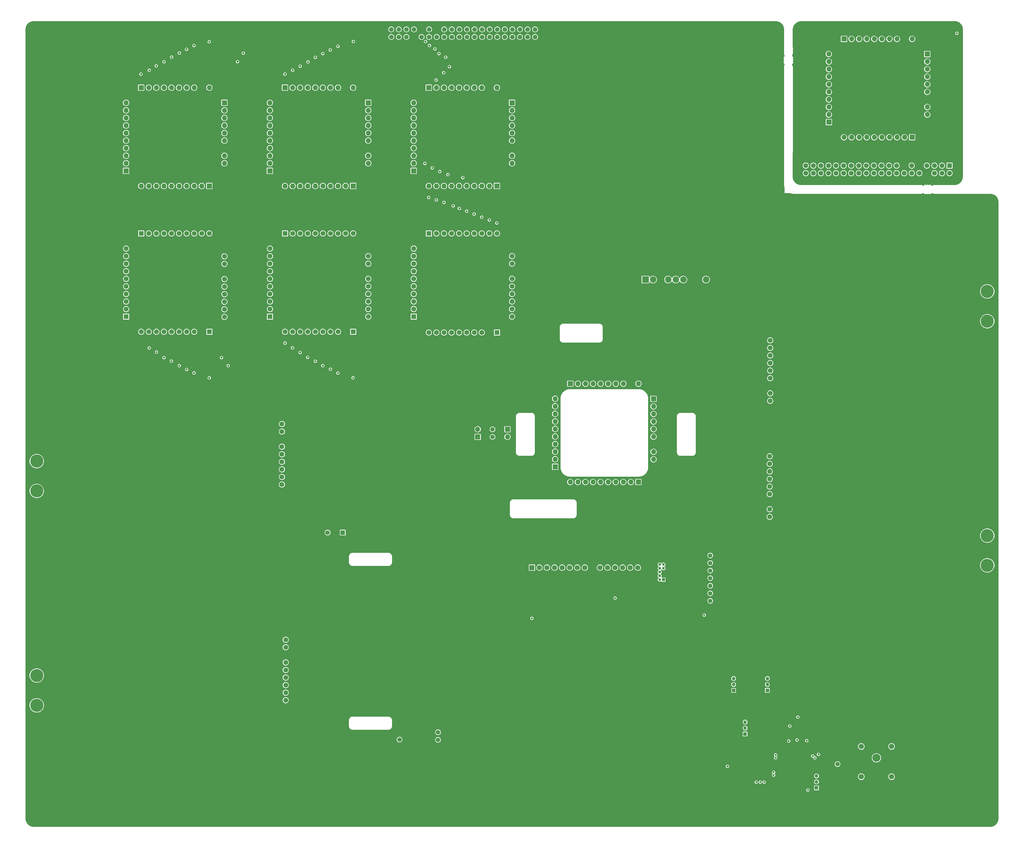
<source format=gbr>
%TF.GenerationSoftware,KiCad,Pcbnew,(7.0.0)*%
%TF.CreationDate,2023-04-25T15:07:39+02:00*%
%TF.ProjectId,EGSE,45475345-2e6b-4696-9361-645f70636258,rev?*%
%TF.SameCoordinates,Original*%
%TF.FileFunction,Copper,L6,Bot*%
%TF.FilePolarity,Positive*%
%FSLAX46Y46*%
G04 Gerber Fmt 4.6, Leading zero omitted, Abs format (unit mm)*
G04 Created by KiCad (PCBNEW (7.0.0)) date 2023-04-25 15:07:39*
%MOMM*%
%LPD*%
G01*
G04 APERTURE LIST*
%TA.AperFunction,ComponentPad*%
%ADD10R,1.000000X1.000000*%
%TD*%
%TA.AperFunction,ComponentPad*%
%ADD11C,0.940000*%
%TD*%
%TA.AperFunction,ComponentPad*%
%ADD12C,1.000000*%
%TD*%
%TA.AperFunction,ComponentPad*%
%ADD13C,1.803400*%
%TD*%
%TA.AperFunction,ComponentPad*%
%ADD14C,2.717800*%
%TD*%
%TA.AperFunction,ComponentPad*%
%ADD15R,1.700000X1.700000*%
%TD*%
%TA.AperFunction,ComponentPad*%
%ADD16O,1.700000X1.700000*%
%TD*%
%TA.AperFunction,ComponentPad*%
%ADD17C,4.400000*%
%TD*%
%TA.AperFunction,ComponentPad*%
%ADD18R,2.175000X2.175000*%
%TD*%
%TA.AperFunction,ComponentPad*%
%ADD19C,2.175000*%
%TD*%
%TA.AperFunction,ComponentPad*%
%ADD20C,6.400000*%
%TD*%
%TA.AperFunction,ComponentPad*%
%ADD21R,1.650000X1.650000*%
%TD*%
%TA.AperFunction,ComponentPad*%
%ADD22C,1.650000*%
%TD*%
%TA.AperFunction,ComponentPad*%
%ADD23R,1.200000X1.200000*%
%TD*%
%TA.AperFunction,ComponentPad*%
%ADD24C,1.200000*%
%TD*%
%TA.AperFunction,ComponentPad*%
%ADD25C,1.500000*%
%TD*%
%TA.AperFunction,ComponentPad*%
%ADD26R,1.447800X1.447800*%
%TD*%
%TA.AperFunction,ComponentPad*%
%ADD27C,1.447800*%
%TD*%
%TA.AperFunction,ComponentPad*%
%ADD28C,1.501000*%
%TD*%
%TA.AperFunction,ComponentPad*%
%ADD29C,1.550000*%
%TD*%
%TA.AperFunction,ComponentPad*%
%ADD30R,1.530000X1.530000*%
%TD*%
%TA.AperFunction,ComponentPad*%
%ADD31C,1.530000*%
%TD*%
%TA.AperFunction,ComponentPad*%
%ADD32R,1.725000X1.725000*%
%TD*%
%TA.AperFunction,ComponentPad*%
%ADD33C,1.725000*%
%TD*%
%TA.AperFunction,ViaPad*%
%ADD34C,0.700000*%
%TD*%
%TA.AperFunction,ViaPad*%
%ADD35C,0.800000*%
%TD*%
G04 APERTURE END LIST*
D10*
%TO.P,J25,1,1*%
%TO.N,VCC*%
X347336750Y-240794599D03*
D11*
%TO.P,J25,2,2*%
%TO.N,SWDIO*%
X346066751Y-240794600D03*
%TO.P,J25,3,3*%
%TO.N,GND*%
X347336751Y-239524600D03*
%TO.P,J25,4,4*%
%TO.N,SWCLK*%
X346066751Y-239524600D03*
D12*
%TO.P,J25,5,5*%
%TO.N,GND*%
X347336751Y-238254600D03*
D11*
%TO.P,J25,6,6*%
%TO.N,/SWO*%
X346066751Y-238254600D03*
%TO.P,J25,7,7*%
%TO.N,unconnected-(J25-Pad7)*%
X347336751Y-236984600D03*
%TO.P,J25,8,8*%
%TO.N,unconnected-(J25-Pad8)*%
X346066751Y-236984600D03*
%TO.P,J25,9,9*%
%TO.N,unconnected-(J25-Pad9)*%
X347336751Y-235714600D03*
%TO.P,J25,10,10*%
%TO.N,NRST*%
X346066751Y-235714600D03*
%TD*%
D13*
%TO.P,J55,5,5*%
%TO.N,GND*%
X432300000Y-306986800D03*
%TO.P,J55,4,4*%
X432300000Y-296826800D03*
%TO.P,J55,3,3*%
X442460000Y-296826800D03*
%TO.P,J55,2,2*%
X442460000Y-306986800D03*
D14*
%TO.P,J55,1,1*%
X437380000Y-300636800D03*
%TD*%
D15*
%TO.P,J11,1,Pin_1*%
%TO.N,SDA1*%
X268579999Y-75564999D03*
D16*
%TO.P,J11,2,Pin_2*%
%TO.N,SCL1*%
X271119999Y-75564999D03*
%TO.P,J11,3,Pin_3*%
%TO.N,UART_RX*%
X273659999Y-75564999D03*
%TO.P,J11,4,Pin_4*%
%TO.N,KILLSWITCH+*%
X276199999Y-75564999D03*
%TO.P,J11,5,Pin_5*%
%TO.N,PFO*%
X278739999Y-75564999D03*
%TO.P,J11,6,Pin_6*%
%TO.N,BATT-*%
X281279999Y-75564999D03*
%TO.P,J11,7,Pin_7*%
%TO.N,NC*%
X283819999Y-75564999D03*
%TO.P,J11,8,Pin_8*%
%TO.N,UART_TX*%
X286359999Y-75564999D03*
%TO.P,J11,9,Pin_9*%
%TO.N,GND*%
X288899999Y-75564999D03*
%TO.P,J11,10,Pin_10*%
%TO.N,3V3_PERM*%
X291439999Y-75564999D03*
%TD*%
D17*
%TO.P,H21,1,1*%
%TO.N,GND*%
X402154000Y-250942000D03*
%TD*%
D18*
%TO.P,J62,1,1*%
%TO.N,BURNCOMMS*%
X341299999Y-139999999D03*
D19*
%TO.P,J62,2,2*%
%TO.N,/PHT6*%
X343840000Y-140000000D03*
%TO.P,J62,3,3*%
%TO.N,GND*%
X346380000Y-140000000D03*
%TO.P,J62,4,4*%
%TO.N,SCL3*%
X348920000Y-140000000D03*
%TO.P,J62,5,5*%
%TO.N,SDA3*%
X351460000Y-140000000D03*
%TO.P,J62,6,6*%
%TO.N,3V3_PERM*%
X354000000Y-140000000D03*
%TO.P,J62,7,7*%
%TO.N,GND*%
X356540000Y-140000000D03*
%TO.P,J62,8,8*%
X359080000Y-140000000D03*
%TO.P,J62,9,9*%
%TO.N,SOLAR_Y*%
X361620000Y-140000000D03*
%TD*%
D20*
%TO.P,H42,1,1*%
%TO.N,GND*%
X296520000Y-124521367D03*
%TD*%
D17*
%TO.P,H63,1,1*%
%TO.N,GND*%
X270516234Y-187500000D03*
%TD*%
%TO.P,H65,1,1*%
%TO.N,GND*%
X270516234Y-207500000D03*
%TD*%
D21*
%TO.P,J14,1,1*%
%TO.N,CHRG*%
X220319999Y-124521366D03*
D22*
%TO.P,J14,2,2*%
%TO.N,FAULT*%
X222860000Y-124521367D03*
%TO.P,J14,3,3*%
%TO.N,VCC_UMBILICAL*%
X225400000Y-124521367D03*
%TO.P,J14,4,4*%
%TO.N,SEL_PH0*%
X227940000Y-124521367D03*
%TO.P,J14,5,5*%
%TO.N,P{slash}L_POWER*%
X230480000Y-124521367D03*
%TO.P,J14,6,6*%
%TO.N,ADC_PH*%
X233020000Y-124521367D03*
%TO.P,J14,7,7*%
%TO.N,RST_DRIVERS*%
X235560000Y-124521367D03*
%TO.P,J14,8,8*%
%TO.N,ADCS_POWER*%
X238100000Y-124521367D03*
%TO.P,J14,9,9*%
%TO.N,STM32_PB0*%
X240640000Y-124521367D03*
%TO.P,J14,10,10*%
%TO.N,SOLAR_Z*%
X243180000Y-124521367D03*
%TD*%
D15*
%TO.P,J60,1,Pin_1*%
%TO.N,SOLAR_Z*%
X430783999Y-92201999D03*
D16*
%TO.P,J60,2,Pin_2*%
%TO.N,STM32_PB0*%
X428243999Y-92201999D03*
%TO.P,J60,3,Pin_3*%
%TO.N,ADCS_POWER*%
X425703999Y-92201999D03*
%TO.P,J60,4,Pin_4*%
%TO.N,RST_DRIVERS*%
X423163999Y-92201999D03*
%TO.P,J60,5,Pin_5*%
%TO.N,ADC_PH*%
X420623999Y-92201999D03*
%TO.P,J60,6,Pin_6*%
%TO.N,P{slash}L_POWER*%
X418083999Y-92201999D03*
%TO.P,J60,7,Pin_7*%
%TO.N,SEL_PH0*%
X415543999Y-92201999D03*
%TO.P,J60,8,Pin_8*%
%TO.N,VCC_UMBILICAL*%
X413003999Y-92201999D03*
%TO.P,J60,9,Pin_9*%
%TO.N,FAULT*%
X410463999Y-92201999D03*
%TO.P,J60,10,Pin_10*%
%TO.N,CHRG*%
X407923999Y-92201999D03*
%TD*%
D20*
%TO.P,H16,1,1*%
%TO.N,GND*%
X435809040Y-92133246D03*
%TD*%
D15*
%TO.P,J12,1,Pin_1*%
%TO.N,STM32_PA15*%
X296519999Y-80644999D03*
D16*
%TO.P,J12,2,Pin_2*%
%TO.N,STM32_PB3*%
X296519999Y-83184999D03*
%TO.P,J12,3,Pin_3*%
%TO.N,BATT_NTC*%
X296519999Y-85724999D03*
%TO.P,J12,4,Pin_4*%
%TO.N,SOLAR_Y*%
X296519999Y-88264999D03*
%TO.P,J12,5,Pin_5*%
%TO.N,SEL_PH2*%
X296519999Y-90804999D03*
%TO.P,J12,6,Pin_6*%
%TO.N,SEL_PH1*%
X296519999Y-93344999D03*
%TO.P,J12,7,Pin_7*%
%TO.N,GND*%
X296519999Y-95884999D03*
%TO.P,J12,8,Pin_8*%
%TO.N,HEATER_PWR*%
X296519999Y-98424999D03*
%TO.P,J12,9,Pin_9*%
%TO.N,BURNCOMMS*%
X296519999Y-100964999D03*
%TO.P,J12,10,Pin_10*%
%TO.N,GND*%
X296519999Y-103504999D03*
%TD*%
D21*
%TO.P,J18,1,1*%
%TO.N,GND*%
X199999999Y-129667160D03*
D22*
%TO.P,J18,2,2*%
%TO.N,BURNCOMMS*%
X200000000Y-132207161D03*
%TO.P,J18,3,3*%
%TO.N,HEATER_PWR*%
X200000000Y-134747161D03*
%TO.P,J18,4,4*%
%TO.N,GND*%
X200000000Y-137287161D03*
%TO.P,J18,5,5*%
%TO.N,SEL_PH1*%
X200000000Y-139827161D03*
%TO.P,J18,6,6*%
%TO.N,SEL_PH2*%
X200000000Y-142367161D03*
%TO.P,J18,7,7*%
%TO.N,SOLAR_Y*%
X200000000Y-144907161D03*
%TO.P,J18,8,8*%
%TO.N,BATT_NTC*%
X200000000Y-147447161D03*
%TO.P,J18,9,9*%
%TO.N,STM32_PB3*%
X200000000Y-149987161D03*
%TO.P,J18,10,10*%
%TO.N,STM32_PA15*%
X200000000Y-152527161D03*
%TD*%
D21*
%TO.P,J23,1,1*%
%TO.N,GND*%
X296512876Y-129578911D03*
D22*
%TO.P,J23,2,2*%
%TO.N,BURNCOMMS*%
X296512877Y-132118912D03*
%TO.P,J23,3,3*%
%TO.N,HEATER_PWR*%
X296512877Y-134658912D03*
%TO.P,J23,4,4*%
%TO.N,GND*%
X296512877Y-137198912D03*
%TO.P,J23,5,5*%
%TO.N,SEL_PH1*%
X296512877Y-139738912D03*
%TO.P,J23,6,6*%
%TO.N,SEL_PH2*%
X296512877Y-142278912D03*
%TO.P,J23,7,7*%
%TO.N,SOLAR_Y*%
X296512877Y-144818912D03*
%TO.P,J23,8,8*%
%TO.N,BATT_NTC*%
X296512877Y-147358912D03*
%TO.P,J23,9,9*%
%TO.N,STM32_PB3*%
X296512877Y-149898912D03*
%TO.P,J23,10,10*%
%TO.N,STM32_PA15*%
X296512877Y-152438912D03*
%TD*%
D23*
%TO.P,J69,1,1*%
%TO.N,/3V3_EGSE*%
X370876101Y-278016877D03*
D24*
%TO.P,J69,2,2*%
%TO.N,3V3_PERM*%
X370876102Y-276016878D03*
%TO.P,J69,3,3*%
%TO.N,unconnected-(J69-Pad3)*%
X370876102Y-274016878D03*
%TD*%
D21*
%TO.P,J43,1,1*%
%TO.N,GND*%
X382999999Y-222239999D03*
D22*
%TO.P,J43,2,2*%
%TO.N,BURNCOMMS*%
X383000000Y-219700000D03*
%TO.P,J43,3,3*%
%TO.N,/PHT2*%
X383000000Y-217160000D03*
%TO.P,J43,4,4*%
%TO.N,GND*%
X383000000Y-214620000D03*
%TO.P,J43,5,5*%
%TO.N,SCL3*%
X383000000Y-212080000D03*
%TO.P,J43,6,6*%
%TO.N,SDA3*%
X383000000Y-209540000D03*
%TO.P,J43,7,7*%
%TO.N,3V3_PERM*%
X383000000Y-207000000D03*
%TO.P,J43,8,8*%
%TO.N,/VCC_MAG*%
X383000000Y-204460000D03*
%TO.P,J43,9,9*%
%TO.N,/MAG+X*%
X383000000Y-201920000D03*
%TO.P,J43,10,10*%
%TO.N,SOLAR_X*%
X383000000Y-199380000D03*
%TD*%
D23*
%TO.P,J70,1,1*%
%TO.N,/3V3_EGSE*%
X382206328Y-277999999D03*
D24*
%TO.P,J70,2,2*%
%TO.N,VCC_UMBILICAL*%
X382206329Y-276000000D03*
%TO.P,J70,3,3*%
%TO.N,unconnected-(J70-Pad3)*%
X382206329Y-274000000D03*
%TD*%
D21*
%TO.P,J16,1,1*%
%TO.N,GND*%
X248259999Y-129601366D03*
D22*
%TO.P,J16,2,2*%
%TO.N,BURNCOMMS*%
X248260000Y-132141367D03*
%TO.P,J16,3,3*%
%TO.N,HEATER_PWR*%
X248260000Y-134681367D03*
%TO.P,J16,4,4*%
%TO.N,GND*%
X248260000Y-137221367D03*
%TO.P,J16,5,5*%
%TO.N,SEL_PH1*%
X248260000Y-139761367D03*
%TO.P,J16,6,6*%
%TO.N,SEL_PH2*%
X248260000Y-142301367D03*
%TO.P,J16,7,7*%
%TO.N,SOLAR_Y*%
X248260000Y-144841367D03*
%TO.P,J16,8,8*%
%TO.N,BATT_NTC*%
X248260000Y-147381367D03*
%TO.P,J16,9,9*%
%TO.N,STM32_PB3*%
X248260000Y-149921367D03*
%TO.P,J16,10,10*%
%TO.N,STM32_PA15*%
X248260000Y-152461367D03*
%TD*%
D20*
%TO.P,H73,1,1*%
%TO.N,GND*%
X402000000Y-120000000D03*
%TD*%
D15*
%TO.P,J7,1,Pin_1*%
%TO.N,SDA1*%
X220319999Y-75564999D03*
D16*
%TO.P,J7,2,Pin_2*%
%TO.N,SCL1*%
X222859999Y-75564999D03*
%TO.P,J7,3,Pin_3*%
%TO.N,UART_RX*%
X225399999Y-75564999D03*
%TO.P,J7,4,Pin_4*%
%TO.N,KILLSWITCH+*%
X227939999Y-75564999D03*
%TO.P,J7,5,Pin_5*%
%TO.N,PFO*%
X230479999Y-75564999D03*
%TO.P,J7,6,Pin_6*%
%TO.N,BATT-*%
X233019999Y-75564999D03*
%TO.P,J7,7,Pin_7*%
%TO.N,NC*%
X235559999Y-75564999D03*
%TO.P,J7,8,Pin_8*%
%TO.N,UART_TX*%
X238099999Y-75564999D03*
%TO.P,J7,9,Pin_9*%
%TO.N,GND*%
X240639999Y-75564999D03*
%TO.P,J7,10,Pin_10*%
%TO.N,3V3_PERM*%
X243179999Y-75564999D03*
%TD*%
D15*
%TO.P,J2,1,Pin_1*%
%TO.N,SOLAR_X*%
X166979999Y-103504999D03*
D16*
%TO.P,J2,2,Pin_2*%
%TO.N,CHRGOFF*%
X166979999Y-100964999D03*
%TO.P,J2,3,Pin_3*%
%TO.N,CLPROG*%
X166979999Y-98424999D03*
%TO.P,J2,4,Pin_4*%
%TO.N,SDA3*%
X166979999Y-95884999D03*
%TO.P,J2,5,Pin_5*%
%TO.N,NRST*%
X166979999Y-93344999D03*
%TO.P,J2,6,Pin_6*%
%TO.N,SWDIO*%
X166979999Y-90804999D03*
%TO.P,J2,7,Pin_7*%
%TO.N,SWCLK*%
X166979999Y-88264999D03*
%TO.P,J2,8,Pin_8*%
%TO.N,DAC_PL*%
X166979999Y-85724999D03*
%TO.P,J2,9,Pin_9*%
%TO.N,ADC_PL*%
X166979999Y-83184999D03*
%TO.P,J2,10,Pin_10*%
%TO.N,SCL3*%
X166979999Y-80644999D03*
%TD*%
D21*
%TO.P,J26,1,1*%
%TO.N,SCL3*%
X263522881Y-152434356D03*
D22*
%TO.P,J26,2,2*%
%TO.N,ADC_PL*%
X263522882Y-149894357D03*
%TO.P,J26,3,3*%
%TO.N,DAC_PL*%
X263522882Y-147354357D03*
%TO.P,J26,4,4*%
%TO.N,SWCLK*%
X263522882Y-144814357D03*
%TO.P,J26,5,5*%
%TO.N,SWDIO*%
X263522882Y-142274357D03*
%TO.P,J26,6,6*%
%TO.N,NRST*%
X263522882Y-139734357D03*
%TO.P,J26,7,7*%
%TO.N,SDA3*%
X263522882Y-137194357D03*
%TO.P,J26,8,8*%
%TO.N,CLPROG*%
X263522882Y-134654357D03*
%TO.P,J26,9,9*%
%TO.N,CHRGOFF*%
X263522882Y-132114357D03*
%TO.P,J26,10,10*%
%TO.N,SOLAR_X*%
X263522882Y-129574357D03*
%TD*%
D17*
%TO.P,H53,1,1*%
%TO.N,GND*%
X301000000Y-297220000D03*
%TD*%
D20*
%TO.P,H5,1,1*%
%TO.N,GND*%
X215240000Y-75565000D03*
%TD*%
%TO.P,H81,1,1*%
%TO.N,GND*%
X139000000Y-318000000D03*
%TD*%
D17*
%TO.P,H27,1,1*%
%TO.N,GND*%
X153139939Y-225842682D03*
%TD*%
D15*
%TO.P,J10,1,Pin_1*%
%TO.N,SOLAR_Z*%
X291439999Y-108584999D03*
D16*
%TO.P,J10,2,Pin_2*%
%TO.N,STM32_PB0*%
X288899999Y-108584999D03*
%TO.P,J10,3,Pin_3*%
%TO.N,ADCS_POWER*%
X286359999Y-108584999D03*
%TO.P,J10,4,Pin_4*%
%TO.N,RST_DRIVERS*%
X283819999Y-108584999D03*
%TO.P,J10,5,Pin_5*%
%TO.N,ADC_PH*%
X281279999Y-108584999D03*
%TO.P,J10,6,Pin_6*%
%TO.N,P{slash}L_POWER*%
X278739999Y-108584999D03*
%TO.P,J10,7,Pin_7*%
%TO.N,SEL_PH0*%
X276199999Y-108584999D03*
%TO.P,J10,8,Pin_8*%
%TO.N,VCC_UMBILICAL*%
X273659999Y-108584999D03*
%TO.P,J10,9,Pin_9*%
%TO.N,FAULT*%
X271119999Y-108584999D03*
%TO.P,J10,10,Pin_10*%
%TO.N,CHRG*%
X268579999Y-108584999D03*
%TD*%
D20*
%TO.P,H33,1,1*%
%TO.N,GND*%
X166980000Y-124521367D03*
%TD*%
%TO.P,H56,1,1*%
%TO.N,GND*%
X269016234Y-181000000D03*
%TD*%
D17*
%TO.P,H64,1,1*%
%TO.N,GND*%
X234516234Y-207500000D03*
%TD*%
D21*
%TO.P,J44,1,1*%
%TO.N,GND*%
X383134987Y-183291773D03*
D22*
%TO.P,J44,2,2*%
%TO.N,BURNCOMMS*%
X383134988Y-180751774D03*
%TO.P,J44,3,3*%
%TO.N,/PHT3*%
X383134988Y-178211774D03*
%TO.P,J44,4,4*%
%TO.N,GND*%
X383134988Y-175671774D03*
%TO.P,J44,5,5*%
%TO.N,SCL3*%
X383134988Y-173131774D03*
%TO.P,J44,6,6*%
%TO.N,SDA3*%
X383134988Y-170591774D03*
%TO.P,J44,7,7*%
%TO.N,3V3_PERM*%
X383134988Y-168051774D03*
%TO.P,J44,8,8*%
%TO.N,/VCC_MAG*%
X383134988Y-165511774D03*
%TO.P,J44,9,9*%
%TO.N,/MAG-Z*%
X383134988Y-162971774D03*
%TO.P,J44,10,10*%
%TO.N,SOLAR_Z*%
X383134988Y-160431774D03*
%TD*%
D20*
%TO.P,H37,1,1*%
%TO.N,GND*%
X215240000Y-124521367D03*
%TD*%
%TO.P,H40,1,1*%
%TO.N,GND*%
X248260000Y-124521367D03*
%TD*%
D15*
%TO.P,J29,1,Pin_1*%
%TO.N,SOLAR_X*%
X402843999Y-87121999D03*
D16*
%TO.P,J29,2,Pin_2*%
%TO.N,CHRGOFF*%
X402843999Y-84581999D03*
%TO.P,J29,3,Pin_3*%
%TO.N,CLPROG*%
X402843999Y-82041999D03*
%TO.P,J29,4,Pin_4*%
%TO.N,SDA3*%
X402843999Y-79501999D03*
%TO.P,J29,5,Pin_5*%
%TO.N,NRST*%
X402843999Y-76961999D03*
%TO.P,J29,6,Pin_6*%
%TO.N,SWDIO*%
X402843999Y-74421999D03*
%TO.P,J29,7,Pin_7*%
%TO.N,SWCLK*%
X402843999Y-71881999D03*
%TO.P,J29,8,Pin_8*%
%TO.N,DAC_PL*%
X402843999Y-69341999D03*
%TO.P,J29,9,Pin_9*%
%TO.N,ADC_PL*%
X402843999Y-66801999D03*
%TO.P,J29,10,Pin_10*%
%TO.N,SCL3*%
X402843999Y-64261999D03*
%TD*%
D25*
%TO.P,J72,1,Pin_1*%
%TO.N,/VIN*%
X405750000Y-302750000D03*
%TD*%
D17*
%TO.P,H31,1,1*%
%TO.N,GND*%
X153167000Y-297936000D03*
%TD*%
D21*
%TO.P,J45,1,1*%
%TO.N,GND*%
X219281236Y-185974854D03*
D22*
%TO.P,J45,2,2*%
%TO.N,BURNCOMMS*%
X219281237Y-188514855D03*
%TO.P,J45,3,3*%
%TO.N,/PHT4*%
X219281237Y-191054855D03*
%TO.P,J45,4,4*%
%TO.N,GND*%
X219281237Y-193594855D03*
%TO.P,J45,5,5*%
%TO.N,SCL3*%
X219281237Y-196134855D03*
%TO.P,J45,6,6*%
%TO.N,SDA3*%
X219281237Y-198674855D03*
%TO.P,J45,7,7*%
%TO.N,3V3_PERM*%
X219281237Y-201214855D03*
%TO.P,J45,8,8*%
%TO.N,/VCC_MAG*%
X219281237Y-203754855D03*
%TO.P,J45,9,9*%
%TO.N,/MAG+Z*%
X219281237Y-206294855D03*
%TO.P,J45,10,10*%
%TO.N,SOLAR_Z*%
X219281237Y-208834855D03*
%TD*%
D15*
%TO.P,J30,1,Pin_1*%
%TO.N,SOLAR_X*%
X310979999Y-202889999D03*
D16*
%TO.P,J30,2,Pin_2*%
%TO.N,CHRGOFF*%
X310979999Y-200349999D03*
%TO.P,J30,3,Pin_3*%
%TO.N,CLPROG*%
X310979999Y-197809999D03*
%TO.P,J30,4,Pin_4*%
%TO.N,SDA3*%
X310979999Y-195269999D03*
%TO.P,J30,5,Pin_5*%
%TO.N,NRST*%
X310979999Y-192729999D03*
%TO.P,J30,6,Pin_6*%
%TO.N,SWDIO*%
X310979999Y-190189999D03*
%TO.P,J30,7,Pin_7*%
%TO.N,SWCLK*%
X310979999Y-187649999D03*
%TO.P,J30,8,Pin_8*%
%TO.N,DAC_PL*%
X310979999Y-185109999D03*
%TO.P,J30,9,Pin_9*%
%TO.N,ADC_PL*%
X310979999Y-182569999D03*
%TO.P,J30,10,Pin_10*%
%TO.N,SCL3*%
X310979999Y-180029999D03*
%TD*%
D20*
%TO.P,H15,1,1*%
%TO.N,GND*%
X402848433Y-92235289D03*
%TD*%
D21*
%TO.P,J15,1,1*%
%TO.N,3V3_PERM*%
X243179999Y-157541366D03*
D22*
%TO.P,J15,2,2*%
%TO.N,GND*%
X240640000Y-157541367D03*
%TO.P,J15,3,3*%
%TO.N,UART_TX*%
X238100000Y-157541367D03*
%TO.P,J15,4,4*%
%TO.N,NC*%
X235560000Y-157541367D03*
%TO.P,J15,5,5*%
%TO.N,BATT-*%
X233020000Y-157541367D03*
%TO.P,J15,6,6*%
%TO.N,PFO*%
X230480000Y-157541367D03*
%TO.P,J15,7,7*%
%TO.N,KILLSWITCH+*%
X227940000Y-157541367D03*
%TO.P,J15,8,8*%
%TO.N,UART_RX*%
X225400000Y-157541367D03*
%TO.P,J15,9,9*%
%TO.N,SCL1*%
X222860000Y-157541367D03*
%TO.P,J15,10,10*%
%TO.N,SDA1*%
X220320000Y-157541367D03*
%TD*%
D21*
%TO.P,J24,1,1*%
%TO.N,GND*%
X220552705Y-258435351D03*
D22*
%TO.P,J24,2,2*%
%TO.N,BURNCOMMS*%
X220552706Y-260975352D03*
%TO.P,J24,3,3*%
%TO.N,/PHT1*%
X220552706Y-263515352D03*
%TO.P,J24,4,4*%
%TO.N,GND*%
X220552706Y-266055352D03*
%TO.P,J24,5,5*%
%TO.N,SCL3*%
X220552706Y-268595352D03*
%TO.P,J24,6,6*%
%TO.N,SDA3*%
X220552706Y-271135352D03*
%TO.P,J24,7,7*%
%TO.N,3V3_PERM*%
X220552706Y-273675352D03*
%TO.P,J24,8,8*%
%TO.N,/VCC_MAG*%
X220552706Y-276215352D03*
%TO.P,J24,9,9*%
%TO.N,/MAG-X*%
X220552706Y-278755352D03*
%TO.P,J24,10,10*%
%TO.N,SOLAR_X*%
X220552706Y-281295352D03*
%TD*%
D17*
%TO.P,H55,1,1*%
%TO.N,GND*%
X343000000Y-297220000D03*
%TD*%
D20*
%TO.P,H61,1,1*%
%TO.N,GND*%
X344000000Y-208000000D03*
%TD*%
%TO.P,H36,1,1*%
%TO.N,GND*%
X166980000Y-157541367D03*
%TD*%
D17*
%TO.P,,1,1*%
%TO.N,N/C*%
X456000000Y-236000000D03*
%TD*%
%TO.P,,1,1*%
%TO.N,N/C*%
X456000000Y-144000000D03*
%TD*%
D15*
%TO.P,J4,1,Pin_1*%
%TO.N,STM32_PA15*%
X199999999Y-80644999D03*
D16*
%TO.P,J4,2,Pin_2*%
%TO.N,STM32_PB3*%
X199999999Y-83184999D03*
%TO.P,J4,3,Pin_3*%
%TO.N,BATT_NTC*%
X199999999Y-85724999D03*
%TO.P,J4,4,Pin_4*%
%TO.N,SOLAR_Y*%
X199999999Y-88264999D03*
%TO.P,J4,5,Pin_5*%
%TO.N,SEL_PH2*%
X199999999Y-90804999D03*
%TO.P,J4,6,Pin_6*%
%TO.N,SEL_PH1*%
X199999999Y-93344999D03*
%TO.P,J4,7,Pin_7*%
%TO.N,GND*%
X199999999Y-95884999D03*
%TO.P,J4,8,Pin_8*%
%TO.N,HEATER_PWR*%
X199999999Y-98424999D03*
%TO.P,J4,9,Pin_9*%
%TO.N,BURNCOMMS*%
X199999999Y-100964999D03*
%TO.P,J4,10,Pin_10*%
%TO.N,GND*%
X199999999Y-103504999D03*
%TD*%
D20*
%TO.P,H77,1,1*%
%TO.N,GND*%
X356000000Y-263000000D03*
%TD*%
%TO.P,H67,1,1*%
%TO.N,GND*%
X153154000Y-249000000D03*
%TD*%
D15*
%TO.P,J5,1,Pin_1*%
%TO.N,SOLAR_X*%
X215239999Y-103504999D03*
D16*
%TO.P,J5,2,Pin_2*%
%TO.N,CHRGOFF*%
X215239999Y-100964999D03*
%TO.P,J5,3,Pin_3*%
%TO.N,CLPROG*%
X215239999Y-98424999D03*
%TO.P,J5,4,Pin_4*%
%TO.N,SDA3*%
X215239999Y-95884999D03*
%TO.P,J5,5,Pin_5*%
%TO.N,NRST*%
X215239999Y-93344999D03*
%TO.P,J5,6,Pin_6*%
%TO.N,SWDIO*%
X215239999Y-90804999D03*
%TO.P,J5,7,Pin_7*%
%TO.N,SWCLK*%
X215239999Y-88264999D03*
%TO.P,J5,8,Pin_8*%
%TO.N,DAC_PL*%
X215239999Y-85724999D03*
%TO.P,J5,9,Pin_9*%
%TO.N,ADC_PL*%
X215239999Y-83184999D03*
%TO.P,J5,10,Pin_10*%
%TO.N,SCL3*%
X215239999Y-80644999D03*
%TD*%
D17*
%TO.P,H25,1,1*%
%TO.N,GND*%
X190985939Y-185964682D03*
%TD*%
D15*
%TO.P,J57,1*%
%TO.N,/VCC_MAG*%
X294981087Y-190294287D03*
D16*
%TO.P,J57,2*%
%TO.N,/MAG+Y*%
X294981087Y-192834287D03*
%TD*%
D17*
%TO.P,H51,1,1*%
%TO.N,GND*%
X332000000Y-269220000D03*
%TD*%
D20*
%TO.P,H2,1,1*%
%TO.N,GND*%
X200000000Y-75565000D03*
%TD*%
D15*
%TO.P,J32,1,Pin_1*%
%TO.N,SDA1*%
X316089999Y-174979999D03*
D16*
%TO.P,J32,2,Pin_2*%
%TO.N,SCL1*%
X318629999Y-174979999D03*
%TO.P,J32,3,Pin_3*%
%TO.N,UART_RX*%
X321169999Y-174979999D03*
%TO.P,J32,4,Pin_4*%
%TO.N,KILLSWITCH+*%
X323709999Y-174979999D03*
%TO.P,J32,5,Pin_5*%
%TO.N,PFO*%
X326249999Y-174979999D03*
%TO.P,J32,6,Pin_6*%
%TO.N,BATT-*%
X328789999Y-174979999D03*
%TO.P,J32,7,Pin_7*%
%TO.N,NC*%
X331329999Y-174979999D03*
%TO.P,J32,8,Pin_8*%
%TO.N,UART_TX*%
X333869999Y-174979999D03*
%TO.P,J32,9,Pin_9*%
%TO.N,GND*%
X336409999Y-174979999D03*
%TO.P,J32,10,Pin_10*%
%TO.N,3V3_PERM*%
X338949999Y-174979999D03*
%TD*%
D20*
%TO.P,H62,1,1*%
%TO.N,GND*%
X310980000Y-174980000D03*
%TD*%
D17*
%TO.P,H20,1,1*%
%TO.N,GND*%
X439860061Y-129157318D03*
%TD*%
D15*
%TO.P,J6,1,Pin_1*%
%TO.N,SOLAR_Z*%
X243179999Y-108584999D03*
D16*
%TO.P,J6,2,Pin_2*%
%TO.N,STM32_PB0*%
X240639999Y-108584999D03*
%TO.P,J6,3,Pin_3*%
%TO.N,ADCS_POWER*%
X238099999Y-108584999D03*
%TO.P,J6,4,Pin_4*%
%TO.N,RST_DRIVERS*%
X235559999Y-108584999D03*
%TO.P,J6,5,Pin_5*%
%TO.N,ADC_PH*%
X233019999Y-108584999D03*
%TO.P,J6,6,Pin_6*%
%TO.N,P{slash}L_POWER*%
X230479999Y-108584999D03*
%TO.P,J6,7,Pin_7*%
%TO.N,SEL_PH0*%
X227939999Y-108584999D03*
%TO.P,J6,8,Pin_8*%
%TO.N,VCC_UMBILICAL*%
X225399999Y-108584999D03*
%TO.P,J6,9,Pin_9*%
%TO.N,FAULT*%
X222859999Y-108584999D03*
%TO.P,J6,10,Pin_10*%
%TO.N,CHRG*%
X220319999Y-108584999D03*
%TD*%
D23*
%TO.P,J71,1,1*%
%TO.N,Net-(Q2-D)*%
X398671704Y-310739500D03*
D24*
%TO.P,J71,2,2*%
%TO.N,/VIN*%
X398671705Y-308739501D03*
%TO.P,J71,3,3*%
%TO.N,unconnected-(J71-Pad3)*%
X398671705Y-306739501D03*
%TD*%
D26*
%TO.P,J42,1,1*%
%TO.N,GND*%
X363034630Y-250465722D03*
D27*
%TO.P,J42,2,2*%
%TO.N,BATT-*%
X363034631Y-247925723D03*
%TO.P,J42,3,3*%
%TO.N,BATT+*%
X363034631Y-245385723D03*
%TO.P,J42,4,4*%
%TO.N,NRST*%
X363034631Y-242845723D03*
%TO.P,J42,5,5*%
%TO.N,/SWO*%
X363034631Y-240305723D03*
%TO.P,J42,6,6*%
%TO.N,SWCLK*%
X363034631Y-237765723D03*
%TO.P,J42,7,7*%
%TO.N,SWDIO*%
X363034631Y-235225723D03*
%TO.P,J42,8,8*%
%TO.N,/VCC_Umbilical*%
X363034631Y-232685723D03*
%TD*%
D21*
%TO.P,J13,1,1*%
%TO.N,SCL3*%
X215282457Y-152472107D03*
D22*
%TO.P,J13,2,2*%
%TO.N,ADC_PL*%
X215282458Y-149932108D03*
%TO.P,J13,3,3*%
%TO.N,DAC_PL*%
X215282458Y-147392108D03*
%TO.P,J13,4,4*%
%TO.N,SWCLK*%
X215282458Y-144852108D03*
%TO.P,J13,5,5*%
%TO.N,SWDIO*%
X215282458Y-142312108D03*
%TO.P,J13,6,6*%
%TO.N,NRST*%
X215282458Y-139772108D03*
%TO.P,J13,7,7*%
%TO.N,SDA3*%
X215282458Y-137232108D03*
%TO.P,J13,8,8*%
%TO.N,CLPROG*%
X215282458Y-134692108D03*
%TO.P,J13,9,9*%
%TO.N,CHRGOFF*%
X215282458Y-132152108D03*
%TO.P,J13,10,10*%
%TO.N,SOLAR_X*%
X215282458Y-129612108D03*
%TD*%
D20*
%TO.P,H69,1,1*%
%TO.N,GND*%
X344000000Y-174980000D03*
%TD*%
D15*
%TO.P,J61,1,Pin_1*%
%TO.N,STM32_PA15*%
X435863999Y-64261999D03*
D16*
%TO.P,J61,2,Pin_2*%
%TO.N,STM32_PB3*%
X435863999Y-66801999D03*
%TO.P,J61,3,Pin_3*%
%TO.N,BATT_NTC*%
X435863999Y-69341999D03*
%TO.P,J61,4,Pin_4*%
%TO.N,SOLAR_Y*%
X435863999Y-71881999D03*
%TO.P,J61,5,Pin_5*%
%TO.N,SEL_PH2*%
X435863999Y-74421999D03*
%TO.P,J61,6,Pin_6*%
%TO.N,SEL_PH1*%
X435863999Y-76961999D03*
%TO.P,J61,7,Pin_7*%
%TO.N,GND*%
X435863999Y-79501999D03*
%TO.P,J61,8,Pin_8*%
%TO.N,HEATER_PWR*%
X435863999Y-82041999D03*
%TO.P,J61,9,Pin_9*%
%TO.N,BURNCOMMS*%
X435863999Y-84581999D03*
%TO.P,J61,10,Pin_10*%
%TO.N,GND*%
X435863999Y-87121999D03*
%TD*%
D20*
%TO.P,H11,1,1*%
%TO.N,GND*%
X263500000Y-108585000D03*
%TD*%
D17*
%TO.P,,1,1*%
%TO.N,N/C*%
X137000000Y-201000000D03*
%TD*%
D20*
%TO.P,H9,1,1*%
%TO.N,GND*%
X263500000Y-75565000D03*
%TD*%
D23*
%TO.P,J68,1,1*%
%TO.N,Net-(U1-BAT)*%
X374727101Y-292644877D03*
D24*
%TO.P,J68,2,2*%
%TO.N,BATT+*%
X374727102Y-290644878D03*
%TO.P,J68,3,3*%
%TO.N,unconnected-(J68-Pad3)*%
X374727102Y-288644878D03*
%TD*%
D20*
%TO.P,H41,1,1*%
%TO.N,GND*%
X263500000Y-124521367D03*
%TD*%
%TO.P,H12,1,1*%
%TO.N,GND*%
X296520000Y-108585000D03*
%TD*%
D17*
%TO.P,H50,1,1*%
%TO.N,GND*%
X301000000Y-283220000D03*
%TD*%
D20*
%TO.P,H48,1,1*%
%TO.N,GND*%
X327273603Y-117000000D03*
%TD*%
%TO.P,H44,1,1*%
%TO.N,GND*%
X263500000Y-157541367D03*
%TD*%
%TO.P,H1,1,1*%
%TO.N,GND*%
X166980000Y-75565000D03*
%TD*%
D15*
%TO.P,J1,1,Pin_1*%
%TO.N,SDA1*%
X172059999Y-75564999D03*
D16*
%TO.P,J1,2,Pin_2*%
%TO.N,SCL1*%
X174599999Y-75564999D03*
%TO.P,J1,3,Pin_3*%
%TO.N,UART_RX*%
X177139999Y-75564999D03*
%TO.P,J1,4,Pin_4*%
%TO.N,KILLSWITCH+*%
X179679999Y-75564999D03*
%TO.P,J1,5,Pin_5*%
%TO.N,PFO*%
X182219999Y-75564999D03*
%TO.P,J1,6,Pin_6*%
%TO.N,BATT-*%
X184759999Y-75564999D03*
%TO.P,J1,7,Pin_7*%
%TO.N,NC*%
X187299999Y-75564999D03*
%TO.P,J1,8,Pin_8*%
%TO.N,UART_TX*%
X189839999Y-75564999D03*
%TO.P,J1,9,Pin_9*%
%TO.N,GND*%
X192379999Y-75564999D03*
%TO.P,J1,10,Pin_10*%
%TO.N,3V3_PERM*%
X194919999Y-75564999D03*
%TD*%
D20*
%TO.P,H82,1,1*%
%TO.N,GND*%
X440000000Y-279000000D03*
%TD*%
D15*
%TO.P,J33,1,Pin_1*%
%TO.N,STM32_PA15*%
X343999999Y-180059999D03*
D16*
%TO.P,J33,2,Pin_2*%
%TO.N,STM32_PB3*%
X343999999Y-182599999D03*
%TO.P,J33,3,Pin_3*%
%TO.N,BATT_NTC*%
X343999999Y-185139999D03*
%TO.P,J33,4,Pin_4*%
%TO.N,SOLAR_Y*%
X343999999Y-187679999D03*
%TO.P,J33,5,Pin_5*%
%TO.N,SEL_PH2*%
X343999999Y-190219999D03*
%TO.P,J33,6,Pin_6*%
%TO.N,SEL_PH1*%
X343999999Y-192759999D03*
%TO.P,J33,7,Pin_7*%
%TO.N,GND*%
X343999999Y-195299999D03*
%TO.P,J33,8,Pin_8*%
%TO.N,HEATER_PWR*%
X343999999Y-197839999D03*
%TO.P,J33,9,Pin_9*%
%TO.N,BURNCOMMS*%
X343999999Y-200379999D03*
%TO.P,J33,10,Pin_10*%
%TO.N,GND*%
X343999999Y-202919999D03*
%TD*%
D20*
%TO.P,H7,1,1*%
%TO.N,GND*%
X248260000Y-75565000D03*
%TD*%
D15*
%TO.P,J56,1*%
%TO.N,/VCC_MAG*%
X284977999Y-192837783D03*
D16*
%TO.P,J56,2*%
%TO.N,/MAG+Y*%
X284977999Y-190297783D03*
%TD*%
D17*
%TO.P,H19,1,1*%
%TO.N,GND*%
X439860061Y-169035318D03*
%TD*%
D20*
%TO.P,H10,1,1*%
%TO.N,GND*%
X296520000Y-75565000D03*
%TD*%
D21*
%TO.P,J67,1,1*%
%TO.N,STM32_PB3*%
X443344722Y-101737213D03*
D22*
%TO.P,J67,2,2*%
%TO.N,STM32_PA15*%
X443344723Y-104277214D03*
%TO.P,J67,3,3*%
%TO.N,SOLAR_Y*%
X440804723Y-101737214D03*
%TO.P,J67,4,4*%
%TO.N,BATT_NTC*%
X440804723Y-104277214D03*
%TO.P,J67,5,5*%
%TO.N,SEL_PH1*%
X438264723Y-101737214D03*
%TO.P,J67,6,6*%
%TO.N,SEL_PH2*%
X438264723Y-104277214D03*
%TO.P,J67,7,7*%
%TO.N,HEATER_PWR*%
X435724723Y-101737214D03*
%TO.P,J67,8,8*%
%TO.N,GND*%
X435724723Y-104277214D03*
%TO.P,J67,9,9*%
X433184723Y-101737214D03*
%TO.P,J67,10,10*%
%TO.N,BURNCOMMS*%
X433184723Y-104277214D03*
%TO.P,J67,11,11*%
%TO.N,3V3_PERM*%
X430644723Y-101737214D03*
%TO.P,J67,12,12*%
%TO.N,SOLAR_Z*%
X430644723Y-104277214D03*
%TO.P,J67,13,13*%
%TO.N,GND*%
X428104723Y-101737214D03*
%TO.P,J67,14,14*%
%TO.N,STM32_PB0*%
X428104723Y-104277214D03*
%TO.P,J67,15,15*%
%TO.N,UART_TX*%
X425564723Y-101737214D03*
%TO.P,J67,16,16*%
%TO.N,ADCS_POWER*%
X425564723Y-104277214D03*
%TO.P,J67,17,17*%
%TO.N,NC*%
X423024723Y-101737214D03*
%TO.P,J67,18,18*%
%TO.N,RST_DRIVERS*%
X423024723Y-104277214D03*
%TO.P,J67,19,19*%
%TO.N,BATT-*%
X420484723Y-101737214D03*
%TO.P,J67,20,20*%
%TO.N,ADC_PH*%
X420484723Y-104277214D03*
%TO.P,J67,21,21*%
%TO.N,PFO*%
X417944723Y-101737214D03*
%TO.P,J67,22,22*%
%TO.N,P{slash}L_POWER*%
X417944723Y-104277214D03*
%TO.P,J67,23,23*%
%TO.N,KILLSWITCH+*%
X415404723Y-101737214D03*
%TO.P,J67,24,24*%
%TO.N,SEL_PH0*%
X415404723Y-104277214D03*
%TO.P,J67,25,25*%
%TO.N,UART_RX*%
X412864723Y-101737214D03*
%TO.P,J67,26,26*%
%TO.N,VCC_UMBILICAL*%
X412864723Y-104277214D03*
%TO.P,J67,27,27*%
%TO.N,SCL1*%
X410324723Y-101737214D03*
%TO.P,J67,28,28*%
%TO.N,FAULT*%
X410324723Y-104277214D03*
%TO.P,J67,29,29*%
%TO.N,SDA1*%
X407784723Y-101737214D03*
%TO.P,J67,30,30*%
%TO.N,CHRG*%
X407784723Y-104277214D03*
%TO.P,J67,31,31*%
%TO.N,SOLAR_X*%
X405244723Y-101737214D03*
%TO.P,J67,32,32*%
%TO.N,CHRGOFF*%
X405244723Y-104277214D03*
%TO.P,J67,33,33*%
%TO.N,CLPROG*%
X402704723Y-101737214D03*
%TO.P,J67,34,34*%
%TO.N,SDA3*%
X402704723Y-104277214D03*
%TO.P,J67,35,35*%
%TO.N,NRST*%
X400164723Y-101737214D03*
%TO.P,J67,36,36*%
%TO.N,SWDIO*%
X400164723Y-104277214D03*
%TO.P,J67,37,37*%
%TO.N,SWCLK*%
X397624723Y-101737214D03*
%TO.P,J67,38,38*%
%TO.N,DAC_PL*%
X397624723Y-104277214D03*
%TO.P,J67,39,39*%
%TO.N,ADC_PL*%
X395084723Y-101737214D03*
%TO.P,J67,40,40*%
%TO.N,SCL3*%
X395084723Y-104277214D03*
%TD*%
D20*
%TO.P,H60,1,1*%
%TO.N,GND*%
X191000000Y-235000000D03*
%TD*%
%TO.P,H8,1,1*%
%TO.N,GND*%
X248260000Y-108585000D03*
%TD*%
%TO.P,H71,1,1*%
%TO.N,GND*%
X402154000Y-202000000D03*
%TD*%
%TO.P,H59,1,1*%
%TO.N,GND*%
X153000000Y-177000000D03*
%TD*%
D17*
%TO.P,,1,1*%
%TO.N,N/C*%
X456000000Y-226000000D03*
%TD*%
D21*
%TO.P,J21,1,1*%
%TO.N,CHRG*%
X268579999Y-124521366D03*
D22*
%TO.P,J21,2,2*%
%TO.N,FAULT*%
X271120000Y-124521367D03*
%TO.P,J21,3,3*%
%TO.N,VCC_UMBILICAL*%
X273660000Y-124521367D03*
%TO.P,J21,4,4*%
%TO.N,SEL_PH0*%
X276200000Y-124521367D03*
%TO.P,J21,5,5*%
%TO.N,P{slash}L_POWER*%
X278740000Y-124521367D03*
%TO.P,J21,6,6*%
%TO.N,ADC_PH*%
X281280000Y-124521367D03*
%TO.P,J21,7,7*%
%TO.N,RST_DRIVERS*%
X283820000Y-124521367D03*
%TO.P,J21,8,8*%
%TO.N,ADCS_POWER*%
X286360000Y-124521367D03*
%TO.P,J21,9,9*%
%TO.N,STM32_PB0*%
X288900000Y-124521367D03*
%TO.P,J21,10,10*%
%TO.N,SOLAR_Z*%
X291440000Y-124521367D03*
%TD*%
D28*
%TO.P,J73,1,1*%
%TO.N,GND*%
X258750000Y-291980000D03*
%TO.P,J73,2,2*%
%TO.N,BATT-*%
X258750000Y-294520000D03*
%TD*%
D17*
%TO.P,H30,1,1*%
%TO.N,GND*%
X191013000Y-258058000D03*
%TD*%
D20*
%TO.P,H76,1,1*%
%TO.N,GND*%
X288000000Y-317000000D03*
%TD*%
D28*
%TO.P,J66,1,1*%
%TO.N,/VCC_MAG*%
X289951596Y-192840456D03*
%TO.P,J66,2,2*%
%TO.N,/MAG+Y*%
X289951596Y-190300456D03*
%TD*%
D17*
%TO.P,H28,1,1*%
%TO.N,GND*%
X190985939Y-225842682D03*
%TD*%
%TO.P,H22,1,1*%
%TO.N,GND*%
X440000000Y-250942000D03*
%TD*%
D15*
%TO.P,J9,1,Pin_1*%
%TO.N,SOLAR_X*%
X263499999Y-103504999D03*
D16*
%TO.P,J9,2,Pin_2*%
%TO.N,CHRGOFF*%
X263499999Y-100964999D03*
%TO.P,J9,3,Pin_3*%
%TO.N,CLPROG*%
X263499999Y-98424999D03*
%TO.P,J9,4,Pin_4*%
%TO.N,SDA3*%
X263499999Y-95884999D03*
%TO.P,J9,5,Pin_5*%
%TO.N,NRST*%
X263499999Y-93344999D03*
%TO.P,J9,6,Pin_6*%
%TO.N,SWDIO*%
X263499999Y-90804999D03*
%TO.P,J9,7,Pin_7*%
%TO.N,SWCLK*%
X263499999Y-88264999D03*
%TO.P,J9,8,Pin_8*%
%TO.N,DAC_PL*%
X263499999Y-85724999D03*
%TO.P,J9,9,Pin_9*%
%TO.N,ADC_PL*%
X263499999Y-83184999D03*
%TO.P,J9,10,Pin_10*%
%TO.N,SCL3*%
X263499999Y-80644999D03*
%TD*%
D17*
%TO.P,H49,1,1*%
%TO.N,GND*%
X312000000Y-269220000D03*
%TD*%
D15*
%TO.P,J59,1,Pin_1*%
%TO.N,SDA1*%
X407923999Y-59181999D03*
D16*
%TO.P,J59,2,Pin_2*%
%TO.N,SCL1*%
X410463999Y-59181999D03*
%TO.P,J59,3,Pin_3*%
%TO.N,UART_RX*%
X413003999Y-59181999D03*
%TO.P,J59,4,Pin_4*%
%TO.N,KILLSWITCH+*%
X415543999Y-59181999D03*
%TO.P,J59,5,Pin_5*%
%TO.N,PFO*%
X418083999Y-59181999D03*
%TO.P,J59,6,Pin_6*%
%TO.N,BATT-*%
X420623999Y-59181999D03*
%TO.P,J59,7,Pin_7*%
%TO.N,NC*%
X423163999Y-59181999D03*
%TO.P,J59,8,Pin_8*%
%TO.N,UART_TX*%
X425703999Y-59181999D03*
%TO.P,J59,9,Pin_9*%
%TO.N,GND*%
X428243999Y-59181999D03*
%TO.P,J59,10,Pin_10*%
%TO.N,3V3_PERM*%
X430783999Y-59181999D03*
%TD*%
D20*
%TO.P,H46,1,1*%
%TO.N,GND*%
X360273603Y-117000000D03*
%TD*%
D17*
%TO.P,H23,1,1*%
%TO.N,GND*%
X440000000Y-211064000D03*
%TD*%
%TO.P,H26,1,1*%
%TO.N,GND*%
X153139939Y-185964682D03*
%TD*%
D20*
%TO.P,H57,1,1*%
%TO.N,GND*%
X269016234Y-214000000D03*
%TD*%
D17*
%TO.P,,1,1*%
%TO.N,N/C*%
X137000000Y-283000000D03*
%TD*%
D15*
%TO.P,J3,1,Pin_1*%
%TO.N,SOLAR_Z*%
X194919999Y-108584999D03*
D16*
%TO.P,J3,2,Pin_2*%
%TO.N,STM32_PB0*%
X192379999Y-108584999D03*
%TO.P,J3,3,Pin_3*%
%TO.N,ADCS_POWER*%
X189839999Y-108584999D03*
%TO.P,J3,4,Pin_4*%
%TO.N,RST_DRIVERS*%
X187299999Y-108584999D03*
%TO.P,J3,5,Pin_5*%
%TO.N,ADC_PH*%
X184759999Y-108584999D03*
%TO.P,J3,6,Pin_6*%
%TO.N,P{slash}L_POWER*%
X182219999Y-108584999D03*
%TO.P,J3,7,Pin_7*%
%TO.N,SEL_PH0*%
X179679999Y-108584999D03*
%TO.P,J3,8,Pin_8*%
%TO.N,VCC_UMBILICAL*%
X177139999Y-108584999D03*
%TO.P,J3,9,Pin_9*%
%TO.N,FAULT*%
X174599999Y-108584999D03*
%TO.P,J3,10,Pin_10*%
%TO.N,CHRG*%
X172059999Y-108584999D03*
%TD*%
D17*
%TO.P,H17,1,1*%
%TO.N,GND*%
X402014061Y-169035318D03*
%TD*%
%TO.P,,1,1*%
%TO.N,N/C*%
X456000000Y-154000000D03*
%TD*%
D28*
%TO.P,J64,1,1*%
%TO.N,BATT-*%
X271659616Y-292055693D03*
%TO.P,J64,2,2*%
%TO.N,BATT+*%
X271659616Y-294595693D03*
%TD*%
D29*
%TO.P,J58,1,1*%
%TO.N,STM32_PB3*%
X255980000Y-56000000D03*
%TO.P,J58,2,2*%
%TO.N,STM32_PA15*%
X255980000Y-58540000D03*
%TO.P,J58,3,3*%
%TO.N,SOLAR_Y*%
X258520000Y-56000000D03*
%TO.P,J58,4,4*%
%TO.N,BATT_NTC*%
X258520000Y-58540000D03*
%TO.P,J58,5,5*%
%TO.N,SEL_PH1*%
X261060000Y-56000000D03*
%TO.P,J58,6,6*%
%TO.N,SEL_PH2*%
X261060000Y-58540000D03*
%TO.P,J58,7,7*%
%TO.N,HEATER_PWR*%
X263600000Y-56000000D03*
%TO.P,J58,8,8*%
%TO.N,GND*%
X263600000Y-58540000D03*
%TO.P,J58,9,9*%
X266140000Y-56000000D03*
%TO.P,J58,10,10*%
%TO.N,BURNCOMMS*%
X266140000Y-58540000D03*
%TO.P,J58,11,11*%
%TO.N,3V3_PERM*%
X268680000Y-56000000D03*
%TO.P,J58,12,12*%
%TO.N,SOLAR_Z*%
X268680000Y-58540000D03*
%TO.P,J58,13,13*%
%TO.N,GND*%
X271220000Y-56000000D03*
%TO.P,J58,14,14*%
%TO.N,STM32_PB0*%
X271220000Y-58540000D03*
%TO.P,J58,15,15*%
%TO.N,UART_TX*%
X273760000Y-56000000D03*
%TO.P,J58,16,16*%
%TO.N,ADCS_POWER*%
X273760000Y-58540000D03*
%TO.P,J58,17,17*%
%TO.N,NC*%
X276300000Y-56000000D03*
%TO.P,J58,18,18*%
%TO.N,RST_DRIVERS*%
X276300000Y-58540000D03*
%TO.P,J58,19,19*%
%TO.N,BATT-*%
X278840000Y-56000000D03*
%TO.P,J58,20,20*%
%TO.N,ADC_PH*%
X278840000Y-58540000D03*
%TO.P,J58,21,21*%
%TO.N,PFO*%
X281380000Y-56000000D03*
%TO.P,J58,22,22*%
%TO.N,P{slash}L_POWER*%
X281380000Y-58540000D03*
%TO.P,J58,23,23*%
%TO.N,KILLSWITCH+*%
X283920000Y-56000000D03*
%TO.P,J58,24,24*%
%TO.N,SEL_PH0*%
X283920000Y-58540000D03*
%TO.P,J58,25,25*%
%TO.N,UART_RX*%
X286460000Y-56000000D03*
%TO.P,J58,26,26*%
%TO.N,VCC_UMBILICAL*%
X286460000Y-58540000D03*
%TO.P,J58,27,27*%
%TO.N,SCL1*%
X289000000Y-56000000D03*
%TO.P,J58,28,28*%
%TO.N,FAULT*%
X289000000Y-58540000D03*
%TO.P,J58,29,29*%
%TO.N,SDA1*%
X291540000Y-56000000D03*
%TO.P,J58,30,30*%
%TO.N,CHRG*%
X291540000Y-58540000D03*
%TO.P,J58,31,31*%
%TO.N,SOLAR_X*%
X294080000Y-56000000D03*
%TO.P,J58,32,32*%
%TO.N,CHRGOFF*%
X294080000Y-58540000D03*
%TO.P,J58,33,33*%
%TO.N,CLPROG*%
X296620000Y-56000000D03*
%TO.P,J58,34,34*%
%TO.N,SDA3*%
X296620000Y-58540000D03*
%TO.P,J58,35,35*%
%TO.N,NRST*%
X299160000Y-56000000D03*
%TO.P,J58,36,36*%
%TO.N,SWDIO*%
X299160000Y-58540000D03*
%TO.P,J58,37,37*%
%TO.N,SWCLK*%
X301700000Y-56000000D03*
%TO.P,J58,38,38*%
%TO.N,DAC_PL*%
X301700000Y-58540000D03*
%TO.P,J58,39,39*%
%TO.N,ADC_PL*%
X304240000Y-56000000D03*
%TO.P,J58,40,40*%
%TO.N,SCL3*%
X304240000Y-58540000D03*
%TD*%
D20*
%TO.P,H78,1,1*%
%TO.N,GND*%
X356000000Y-317000000D03*
%TD*%
%TO.P,H58,1,1*%
%TO.N,GND*%
X236016234Y-214000000D03*
%TD*%
%TO.P,H68,1,1*%
%TO.N,GND*%
X310980000Y-208000000D03*
%TD*%
%TO.P,H79,1,1*%
%TO.N,GND*%
X382000000Y-59000000D03*
%TD*%
%TO.P,H14,1,1*%
%TO.N,GND*%
X435847758Y-59193309D03*
%TD*%
D17*
%TO.P,H66,1,1*%
%TO.N,GND*%
X234516234Y-187500000D03*
%TD*%
D20*
%TO.P,H70,1,1*%
%TO.N,GND*%
X191000000Y-307000000D03*
%TD*%
D17*
%TO.P,,1,1*%
%TO.N,N/C*%
X137000000Y-273000000D03*
%TD*%
%TO.P,H24,1,1*%
%TO.N,GND*%
X402154000Y-211064000D03*
%TD*%
D20*
%TO.P,H45,1,1*%
%TO.N,GND*%
X360273603Y-84000000D03*
%TD*%
%TO.P,H52,1,1*%
%TO.N,GND*%
X236016234Y-181000000D03*
%TD*%
D21*
%TO.P,J19,1,1*%
%TO.N,3V3_PERM*%
X194919999Y-157541366D03*
D22*
%TO.P,J19,2,2*%
%TO.N,GND*%
X192380000Y-157541367D03*
%TO.P,J19,3,3*%
%TO.N,UART_TX*%
X189840000Y-157541367D03*
%TO.P,J19,4,4*%
%TO.N,NC*%
X187300000Y-157541367D03*
%TO.P,J19,5,5*%
%TO.N,BATT-*%
X184760000Y-157541367D03*
%TO.P,J19,6,6*%
%TO.N,PFO*%
X182220000Y-157541367D03*
%TO.P,J19,7,7*%
%TO.N,KILLSWITCH+*%
X179680000Y-157541367D03*
%TO.P,J19,8,8*%
%TO.N,UART_RX*%
X177140000Y-157541367D03*
%TO.P,J19,9,9*%
%TO.N,SCL1*%
X174600000Y-157541367D03*
%TO.P,J19,10,10*%
%TO.N,SDA1*%
X172060000Y-157541367D03*
%TD*%
D20*
%TO.P,H47,1,1*%
%TO.N,GND*%
X327446103Y-83928900D03*
%TD*%
D17*
%TO.P,H54,1,1*%
%TO.N,GND*%
X343000000Y-283220000D03*
%TD*%
D20*
%TO.P,H80,1,1*%
%TO.N,GND*%
X139000000Y-59000000D03*
%TD*%
%TO.P,H38,1,1*%
%TO.N,GND*%
X215240000Y-157541367D03*
%TD*%
%TO.P,H35,1,1*%
%TO.N,GND*%
X200000000Y-157541367D03*
%TD*%
%TO.P,H39,1,1*%
%TO.N,GND*%
X248260000Y-157541367D03*
%TD*%
%TO.P,H3,1,1*%
%TO.N,GND*%
X166980000Y-108585000D03*
%TD*%
%TO.P,H72,1,1*%
%TO.N,GND*%
X440000000Y-260000000D03*
%TD*%
D21*
%TO.P,J22,1,1*%
%TO.N,3V3_PERM*%
X291439999Y-157795366D03*
D22*
%TO.P,J22,2,2*%
%TO.N,GND*%
X288900000Y-157795367D03*
%TO.P,J22,3,3*%
%TO.N,UART_TX*%
X286360000Y-157795367D03*
%TO.P,J22,4,4*%
%TO.N,NC*%
X283820000Y-157795367D03*
%TO.P,J22,5,5*%
%TO.N,BATT-*%
X281280000Y-157795367D03*
%TO.P,J22,6,6*%
%TO.N,PFO*%
X278740000Y-157795367D03*
%TO.P,J22,7,7*%
%TO.N,KILLSWITCH+*%
X276200000Y-157795367D03*
%TO.P,J22,8,8*%
%TO.N,UART_RX*%
X273660000Y-157795367D03*
%TO.P,J22,9,9*%
%TO.N,SCL1*%
X271120000Y-157795367D03*
%TO.P,J22,10,10*%
%TO.N,SDA1*%
X268580000Y-157795367D03*
%TD*%
D17*
%TO.P,H32,1,1*%
%TO.N,GND*%
X191013000Y-297936000D03*
%TD*%
D21*
%TO.P,J20,1,1*%
%TO.N,SCL3*%
X167008775Y-152472312D03*
D22*
%TO.P,J20,2,2*%
%TO.N,ADC_PL*%
X167008776Y-149932313D03*
%TO.P,J20,3,3*%
%TO.N,DAC_PL*%
X167008776Y-147392313D03*
%TO.P,J20,4,4*%
%TO.N,SWCLK*%
X167008776Y-144852313D03*
%TO.P,J20,5,5*%
%TO.N,SWDIO*%
X167008776Y-142312313D03*
%TO.P,J20,6,6*%
%TO.N,NRST*%
X167008776Y-139772313D03*
%TO.P,J20,7,7*%
%TO.N,SDA3*%
X167008776Y-137232313D03*
%TO.P,J20,8,8*%
%TO.N,CLPROG*%
X167008776Y-134692313D03*
%TO.P,J20,9,9*%
%TO.N,CHRGOFF*%
X167008776Y-132152313D03*
%TO.P,J20,10,10*%
%TO.N,SOLAR_X*%
X167008776Y-129612313D03*
%TD*%
D20*
%TO.P,H75,1,1*%
%TO.N,GND*%
X288000000Y-263000000D03*
%TD*%
D15*
%TO.P,J31,1,Pin_1*%
%TO.N,SOLAR_Z*%
X338919999Y-207999999D03*
D16*
%TO.P,J31,2,Pin_2*%
%TO.N,STM32_PB0*%
X336379999Y-207999999D03*
%TO.P,J31,3,Pin_3*%
%TO.N,ADCS_POWER*%
X333839999Y-207999999D03*
%TO.P,J31,4,Pin_4*%
%TO.N,RST_DRIVERS*%
X331299999Y-207999999D03*
%TO.P,J31,5,Pin_5*%
%TO.N,ADC_PH*%
X328759999Y-207999999D03*
%TO.P,J31,6,Pin_6*%
%TO.N,P{slash}L_POWER*%
X326219999Y-207999999D03*
%TO.P,J31,7,Pin_7*%
%TO.N,SEL_PH0*%
X323679999Y-207999999D03*
%TO.P,J31,8,Pin_8*%
%TO.N,VCC_UMBILICAL*%
X321139999Y-207999999D03*
%TO.P,J31,9,Pin_9*%
%TO.N,FAULT*%
X318599999Y-207999999D03*
%TO.P,J31,10,Pin_10*%
%TO.N,CHRG*%
X316059999Y-207999999D03*
%TD*%
D20*
%TO.P,H6,1,1*%
%TO.N,GND*%
X215240000Y-108585000D03*
%TD*%
%TO.P,H34,1,1*%
%TO.N,GND*%
X200000000Y-124521367D03*
%TD*%
D17*
%TO.P,H18,1,1*%
%TO.N,GND*%
X402014061Y-129157318D03*
%TD*%
D30*
%TO.P,J65,1,1*%
%TO.N,HEATER_PWR*%
X239681999Y-224999999D03*
D31*
%TO.P,J65,2,2*%
%TO.N,GND*%
X237142000Y-225000000D03*
%TO.P,J65,3,3*%
%TO.N,BATT_NTC*%
X234602000Y-225000000D03*
%TD*%
D21*
%TO.P,J17,1,1*%
%TO.N,CHRG*%
X172059999Y-124521366D03*
D22*
%TO.P,J17,2,2*%
%TO.N,FAULT*%
X174600000Y-124521367D03*
%TO.P,J17,3,3*%
%TO.N,VCC_UMBILICAL*%
X177140000Y-124521367D03*
%TO.P,J17,4,4*%
%TO.N,SEL_PH0*%
X179680000Y-124521367D03*
%TO.P,J17,5,5*%
%TO.N,P{slash}L_POWER*%
X182220000Y-124521367D03*
%TO.P,J17,6,6*%
%TO.N,ADC_PH*%
X184760000Y-124521367D03*
%TO.P,J17,7,7*%
%TO.N,RST_DRIVERS*%
X187300000Y-124521367D03*
%TO.P,J17,8,8*%
%TO.N,ADCS_POWER*%
X189840000Y-124521367D03*
%TO.P,J17,9,9*%
%TO.N,STM32_PB0*%
X192380000Y-124521367D03*
%TO.P,J17,10,10*%
%TO.N,SOLAR_Z*%
X194920000Y-124521367D03*
%TD*%
D17*
%TO.P,,1,1*%
%TO.N,N/C*%
X137000000Y-211000000D03*
%TD*%
D20*
%TO.P,H4,1,1*%
%TO.N,GND*%
X200000000Y-108585000D03*
%TD*%
%TO.P,H74,1,1*%
%TO.N,GND*%
X439860061Y-178000000D03*
%TD*%
D17*
%TO.P,H29,1,1*%
%TO.N,GND*%
X153167000Y-258058000D03*
%TD*%
D32*
%TO.P,J63,1,1*%
%TO.N,VCC_UMBILICAL*%
X303153240Y-236764874D03*
D33*
%TO.P,J63,2,2*%
%TO.N,SWDIO*%
X305693241Y-236764875D03*
%TO.P,J63,3,3*%
%TO.N,SWCLK*%
X308233241Y-236764875D03*
%TO.P,J63,4,4*%
%TO.N,NRST*%
X310773241Y-236764875D03*
%TO.P,J63,5,5*%
%TO.N,KILLSWITCH+*%
X313313241Y-236764875D03*
%TO.P,J63,6,6*%
%TO.N,BATT-*%
X315853241Y-236764875D03*
%TO.P,J63,7,7*%
%TO.N,STM32_PB3*%
X318393241Y-236764875D03*
%TO.P,J63,8,8*%
%TO.N,/PHT5*%
X320933241Y-236764875D03*
%TO.P,J63,9,9*%
%TO.N,GND*%
X323473241Y-236764875D03*
%TO.P,J63,10,10*%
%TO.N,SCL3*%
X326013241Y-236764875D03*
%TO.P,J63,11,11*%
%TO.N,SDA3*%
X328553241Y-236764875D03*
%TO.P,J63,12,12*%
%TO.N,3V3_PERM*%
X331093241Y-236764875D03*
%TO.P,J63,13,13*%
%TO.N,/VCC_MAG*%
X333633241Y-236764875D03*
%TO.P,J63,14,14*%
%TO.N,/MAG-Y*%
X336173241Y-236764875D03*
%TO.P,J63,15,15*%
%TO.N,SOLAR_Y*%
X338713241Y-236764875D03*
%TD*%
D20*
%TO.P,H13,1,1*%
%TO.N,GND*%
X402906507Y-59185761D03*
%TD*%
%TO.P,H43,1,1*%
%TO.N,GND*%
X296520000Y-157541367D03*
%TD*%
D13*
%TO.P,J54,5,5*%
%TO.N,/VSUPPLY*%
X413720000Y-306986800D03*
%TO.P,J54,4,4*%
X413720000Y-296826800D03*
%TO.P,J54,3,3*%
X423880000Y-296826800D03*
%TO.P,J54,2,2*%
X423880000Y-306986800D03*
D14*
%TO.P,J54,1,1*%
X418800000Y-300636800D03*
%TD*%
D15*
%TO.P,J8,1,Pin_1*%
%TO.N,STM32_PA15*%
X248259999Y-80644999D03*
D16*
%TO.P,J8,2,Pin_2*%
%TO.N,STM32_PB3*%
X248259999Y-83184999D03*
%TO.P,J8,3,Pin_3*%
%TO.N,BATT_NTC*%
X248259999Y-85724999D03*
%TO.P,J8,4,Pin_4*%
%TO.N,SOLAR_Y*%
X248259999Y-88264999D03*
%TO.P,J8,5,Pin_5*%
%TO.N,SEL_PH2*%
X248259999Y-90804999D03*
%TO.P,J8,6,Pin_6*%
%TO.N,SEL_PH1*%
X248259999Y-93344999D03*
%TO.P,J8,7,Pin_7*%
%TO.N,GND*%
X248259999Y-95884999D03*
%TO.P,J8,8,Pin_8*%
%TO.N,HEATER_PWR*%
X248259999Y-98424999D03*
%TO.P,J8,9,Pin_9*%
%TO.N,BURNCOMMS*%
X248259999Y-100964999D03*
%TO.P,J8,10,Pin_10*%
%TO.N,GND*%
X248259999Y-103504999D03*
%TD*%
D34*
%TO.N,GND*%
X400914727Y-286901197D03*
X401000000Y-284000000D03*
X400851951Y-281170701D03*
X368000000Y-214000000D03*
X367777763Y-198000000D03*
X368531115Y-168865947D03*
X221000000Y-172095193D03*
X203000000Y-172095193D03*
X423236639Y-275089601D03*
X406852262Y-274948356D03*
X406866647Y-192540005D03*
X423240934Y-192509739D03*
X343870742Y-134589951D03*
X359024273Y-134509239D03*
X342000000Y-146000000D03*
X334000000Y-148000000D03*
X327000000Y-145000000D03*
X312245230Y-145166217D03*
X290464128Y-171744902D03*
X288132471Y-185133149D03*
X288003596Y-197839976D03*
X287973329Y-214244531D03*
X277303865Y-296392268D03*
X277031465Y-290005993D03*
X231851063Y-292330536D03*
X238176805Y-292421336D03*
X386125861Y-244452957D03*
X375994133Y-244446192D03*
X357923546Y-248224353D03*
X344081572Y-248183997D03*
X335252022Y-228080711D03*
X308243893Y-228100000D03*
X288904405Y-253187892D03*
X288904405Y-226341324D03*
X239517305Y-235215650D03*
X234905759Y-235237571D03*
X201438118Y-241463590D03*
X222201078Y-241463590D03*
X237255818Y-231291379D03*
X213709817Y-164972097D03*
X378312527Y-289516156D03*
%TO.N,SCL1*%
X271000000Y-73000000D03*
%TO.N,SDA1*%
X220337405Y-161346077D03*
X220311288Y-71000000D03*
X171969229Y-71017276D03*
%TO.N,SCL1*%
X174770000Y-163000000D03*
X222868365Y-69661950D03*
X174770000Y-69697500D03*
X222858466Y-162939809D03*
%TO.N,UART_RX*%
X273563399Y-70554339D03*
X225415543Y-164494670D03*
X177134822Y-68270355D03*
X225425442Y-68314404D03*
X177171090Y-164368559D03*
%TO.N,KILLSWITCH+*%
X227936604Y-166127274D03*
X275500000Y-68500000D03*
X179700895Y-166191958D03*
X204400000Y-66800000D03*
X179770000Y-66862066D03*
X228000000Y-66909270D03*
X199000000Y-166200000D03*
%TO.N,PFO*%
X274216850Y-65326725D03*
X230500000Y-65354409D03*
X182169374Y-167399374D03*
X230500000Y-167448905D03*
X182248586Y-65316119D03*
%TO.N,BATT-*%
X206300000Y-63972311D03*
X184857297Y-63899469D03*
X184811093Y-168929865D03*
X271988761Y-64083352D03*
X201273977Y-168926023D03*
X233000000Y-168926023D03*
X233000000Y-64083352D03*
%TO.N,NC*%
X235500000Y-62887403D03*
X187331753Y-170176805D03*
X235571819Y-170131040D03*
X270622866Y-62549556D03*
X187271563Y-62657049D03*
%TO.N,UART_TX*%
X238092881Y-171413800D03*
X189780659Y-171381822D03*
X189770000Y-61387246D03*
X268785033Y-61406015D03*
X238066765Y-61641004D03*
%TO.N,GND*%
X272300000Y-62900000D03*
X273598997Y-69403394D03*
X373226102Y-306216878D03*
X217449748Y-165081171D03*
X376426102Y-299116878D03*
X271000000Y-72000000D03*
X392745148Y-298592476D03*
X400005012Y-302493430D03*
X370250086Y-207798317D03*
X390343194Y-293994987D03*
X285613806Y-203628217D03*
X387376102Y-304466878D03*
X385347989Y-243201336D03*
X400005012Y-303782182D03*
X373250000Y-303750000D03*
X275403711Y-66096807D03*
X322290422Y-142891091D03*
X392376102Y-303616878D03*
X390550586Y-298556302D03*
X386326102Y-304466878D03*
X373526102Y-301216878D03*
X288000000Y-241000000D03*
X213708686Y-240255070D03*
X390538528Y-297555486D03*
X392733090Y-297555486D03*
X337426944Y-141473056D03*
X355350221Y-249301947D03*
X289451446Y-173325500D03*
X316028177Y-142945545D03*
X409354961Y-277088740D03*
X413116630Y-194733778D03*
X370764031Y-178952229D03*
X275504898Y-67361357D03*
X388846219Y-289952572D03*
X370176102Y-300766878D03*
X413130460Y-277080673D03*
X391635809Y-298061923D03*
X217411579Y-240173388D03*
D35*
X396750000Y-312750000D03*
D34*
X370258153Y-211565748D03*
X370727728Y-182727728D03*
X389076102Y-303616878D03*
X409413737Y-191490722D03*
X317283550Y-142939143D03*
X400576102Y-292066878D03*
X266540163Y-60906880D03*
X285858851Y-200307132D03*
X268024547Y-62173447D03*
%TO.N,3V3_PERM*%
X194872828Y-173014426D03*
X243250000Y-60067883D03*
X243171019Y-173000000D03*
X267446697Y-60067883D03*
X194920000Y-60150000D03*
X445800000Y-57300000D03*
X331093241Y-247000000D03*
%TO.N,SOLAR_Z*%
X267250000Y-101000000D03*
X291440000Y-121000000D03*
%TO.N,STM32_PB0*%
X269755000Y-102500000D03*
X288900000Y-119975932D03*
%TO.N,ADCS_POWER*%
X286360000Y-119068000D03*
X272250000Y-103750000D03*
%TO.N,RST_DRIVERS*%
X283770640Y-118000000D03*
X275000000Y-104750000D03*
%TO.N,ADC_PH*%
X281290027Y-117040027D03*
X280000000Y-105750000D03*
%TO.N,P{slash}L_POWER*%
X278830461Y-116123427D03*
%TO.N,SEL_PH0*%
X276762360Y-115223180D03*
%TO.N,VCC_UMBILICAL*%
X273637952Y-114109520D03*
X303153241Y-253800000D03*
%TO.N,FAULT*%
X271075475Y-113250000D03*
%TO.N,CHRG*%
X268566986Y-112415805D03*
%TO.N,VCC*%
X361000000Y-252706341D03*
%TO.N,/CHOUT*%
X384976102Y-300616878D03*
X384976102Y-299666878D03*
X399376102Y-299466878D03*
X392426102Y-286966878D03*
%TO.N,Net-(U1-CLN)*%
X397426102Y-300016878D03*
X378476102Y-308766878D03*
X379826102Y-308766878D03*
X381126102Y-308766878D03*
X398126102Y-300666878D03*
%TO.N,/IGATE*%
X384276102Y-305466878D03*
X392176102Y-294666878D03*
X384276102Y-306466878D03*
%TO.N,Net-(U1-BSTFB)*%
X389376102Y-295016878D03*
X395426102Y-294916878D03*
%TO.N,/3V3_EGSE*%
X368826102Y-303504804D03*
%TO.N,Net-(Q2-D)*%
X389745707Y-289947575D03*
X395826102Y-311466878D03*
%TD*%
%TA.AperFunction,Conductor*%
%TO.N,GND*%
G36*
X444962133Y-53203377D02*
G01*
X444963923Y-53203300D01*
X444963884Y-53201213D01*
X444963885Y-53201212D01*
X444963886Y-53201213D01*
X445000408Y-53200527D01*
X445007093Y-53200582D01*
X445299894Y-53211004D01*
X445313299Y-53212213D01*
X445599859Y-53253839D01*
X445613055Y-53256495D01*
X445893418Y-53328957D01*
X445906252Y-53333030D01*
X446177093Y-53435470D01*
X446189406Y-53440908D01*
X446447541Y-53572121D01*
X446459198Y-53578866D01*
X446701589Y-53737310D01*
X446712430Y-53745269D01*
X446845990Y-53854968D01*
X446936202Y-53929063D01*
X446946130Y-53938164D01*
X447148641Y-54145137D01*
X447157524Y-54155262D01*
X447336389Y-54382975D01*
X447344119Y-54393999D01*
X447497241Y-54639786D01*
X447503727Y-54651580D01*
X447629278Y-54912504D01*
X447634451Y-54924940D01*
X447730967Y-55197956D01*
X447734760Y-55210881D01*
X447796201Y-55471963D01*
X447799498Y-55500369D01*
X447799113Y-105447679D01*
X447799113Y-105460563D01*
X447798918Y-105467518D01*
X447781895Y-105770535D01*
X447780338Y-105784352D01*
X447730080Y-106080126D01*
X447726985Y-106093683D01*
X447643931Y-106381954D01*
X447639339Y-106395079D01*
X447524523Y-106672261D01*
X447518489Y-106684789D01*
X447373371Y-106947355D01*
X447365973Y-106959129D01*
X447192364Y-107203804D01*
X447183694Y-107214676D01*
X446983782Y-107438374D01*
X446973950Y-107448206D01*
X446750250Y-107648115D01*
X446739378Y-107656785D01*
X446494702Y-107830390D01*
X446482928Y-107837788D01*
X446220352Y-107982908D01*
X446207823Y-107988941D01*
X445930655Y-108103747D01*
X445917531Y-108108340D01*
X445629243Y-108191395D01*
X445615686Y-108194489D01*
X445319919Y-108244742D01*
X445306101Y-108246299D01*
X445002486Y-108263351D01*
X444995421Y-108263546D01*
X438360970Y-108257536D01*
X438360973Y-108254109D01*
X438360882Y-108254114D01*
X438360882Y-108257500D01*
X438320670Y-108257500D01*
X438298592Y-108257480D01*
X438298594Y-108254440D01*
X438298504Y-108254425D01*
X438298504Y-108257500D01*
X438205269Y-108257500D01*
X438200455Y-108258262D01*
X438200448Y-108258263D01*
X437981467Y-108292947D01*
X437981465Y-108292947D01*
X437976657Y-108293709D01*
X437972034Y-108295211D01*
X437972026Y-108295213D01*
X437761159Y-108363727D01*
X437761147Y-108363731D01*
X437756524Y-108365234D01*
X437752196Y-108367439D01*
X437752182Y-108367445D01*
X437554635Y-108468102D01*
X437550290Y-108470316D01*
X437478568Y-108522425D01*
X437458561Y-108536961D01*
X437404198Y-108559251D01*
X437345676Y-108554013D01*
X437296136Y-108522424D01*
X437266700Y-108471579D01*
X437250953Y-108417947D01*
X437173143Y-108296872D01*
X437166444Y-108291067D01*
X437166442Y-108291065D01*
X437071076Y-108208431D01*
X437071075Y-108208430D01*
X437064373Y-108202623D01*
X437056307Y-108198939D01*
X437056305Y-108198938D01*
X436941526Y-108146520D01*
X436941525Y-108146519D01*
X436933457Y-108142835D01*
X436924681Y-108141573D01*
X436924677Y-108141572D01*
X436831179Y-108128129D01*
X436831168Y-108128128D01*
X436826799Y-108127500D01*
X436755201Y-108127500D01*
X436750832Y-108128128D01*
X436750820Y-108128129D01*
X436657322Y-108141572D01*
X436657316Y-108141573D01*
X436648543Y-108142835D01*
X436640475Y-108146519D01*
X436640473Y-108146520D01*
X436525694Y-108198938D01*
X436525689Y-108198941D01*
X436517627Y-108202623D01*
X436487865Y-108228412D01*
X436472202Y-108241984D01*
X436420234Y-108268775D01*
X436361766Y-108268775D01*
X436309798Y-108241984D01*
X436264373Y-108202623D01*
X436256307Y-108198939D01*
X436256305Y-108198938D01*
X436141526Y-108146520D01*
X436141525Y-108146519D01*
X436133457Y-108142835D01*
X436124681Y-108141573D01*
X436124677Y-108141572D01*
X436031179Y-108128129D01*
X436031168Y-108128128D01*
X436026799Y-108127500D01*
X435955201Y-108127500D01*
X435950832Y-108128128D01*
X435950820Y-108128129D01*
X435857322Y-108141572D01*
X435857316Y-108141573D01*
X435848543Y-108142835D01*
X435840475Y-108146519D01*
X435840473Y-108146520D01*
X435725694Y-108198938D01*
X435725689Y-108198941D01*
X435717627Y-108202623D01*
X435687865Y-108228412D01*
X435672202Y-108241984D01*
X435620234Y-108268775D01*
X435561766Y-108268775D01*
X435509798Y-108241984D01*
X435464373Y-108202623D01*
X435456307Y-108198939D01*
X435456305Y-108198938D01*
X435341526Y-108146520D01*
X435341525Y-108146519D01*
X435333457Y-108142835D01*
X435324681Y-108141573D01*
X435324677Y-108141572D01*
X435231179Y-108128129D01*
X435231168Y-108128128D01*
X435226799Y-108127500D01*
X435155201Y-108127500D01*
X435150832Y-108128128D01*
X435150820Y-108128129D01*
X435057322Y-108141572D01*
X435057316Y-108141573D01*
X435048543Y-108142835D01*
X435040475Y-108146519D01*
X435040473Y-108146520D01*
X434925694Y-108198938D01*
X434925689Y-108198941D01*
X434917627Y-108202623D01*
X434910927Y-108208428D01*
X434910923Y-108208431D01*
X434815557Y-108291065D01*
X434815551Y-108291070D01*
X434808857Y-108296872D01*
X434804066Y-108304325D01*
X434804064Y-108304329D01*
X434735843Y-108410484D01*
X434731047Y-108417947D01*
X434728548Y-108426454D01*
X434728547Y-108426459D01*
X434715300Y-108471577D01*
X434685862Y-108522425D01*
X434636321Y-108554014D01*
X434577800Y-108559251D01*
X434523438Y-108536960D01*
X434435658Y-108473184D01*
X434435654Y-108473181D01*
X434431710Y-108470316D01*
X434345636Y-108426459D01*
X434229817Y-108367445D01*
X434229807Y-108367441D01*
X434225476Y-108365234D01*
X434220847Y-108363730D01*
X434220840Y-108363727D01*
X434009973Y-108295213D01*
X434009968Y-108295211D01*
X434005343Y-108293709D01*
X433988650Y-108291065D01*
X433781551Y-108258263D01*
X433781545Y-108258262D01*
X433776731Y-108257500D01*
X433771853Y-108257500D01*
X404310102Y-108257500D01*
X393524493Y-108247218D01*
X393524496Y-108243790D01*
X393524401Y-108243795D01*
X393524401Y-108247180D01*
X393487998Y-108247180D01*
X393481046Y-108246985D01*
X393178025Y-108229969D01*
X393164207Y-108228412D01*
X392868437Y-108178160D01*
X392854880Y-108175066D01*
X392566588Y-108092012D01*
X392553463Y-108087419D01*
X392276296Y-107972614D01*
X392263767Y-107966581D01*
X392001186Y-107821458D01*
X391989412Y-107814060D01*
X391744735Y-107640453D01*
X391733863Y-107631783D01*
X391510161Y-107431871D01*
X391500328Y-107422038D01*
X391300416Y-107198336D01*
X391291746Y-107187464D01*
X391118139Y-106942787D01*
X391110741Y-106931013D01*
X390965618Y-106668432D01*
X390959585Y-106655903D01*
X390844780Y-106378736D01*
X390840187Y-106365611D01*
X390757133Y-106077319D01*
X390754039Y-106063762D01*
X390706567Y-105784352D01*
X390703785Y-105767982D01*
X390702231Y-105754184D01*
X390685230Y-105451437D01*
X390685037Y-105443987D01*
X390690296Y-104277214D01*
X394054261Y-104277214D01*
X394054858Y-104283275D01*
X394073463Y-104472182D01*
X394073464Y-104472188D01*
X394074061Y-104478247D01*
X394075828Y-104484072D01*
X394075829Y-104484077D01*
X394130932Y-104665727D01*
X394132700Y-104671555D01*
X394227925Y-104849708D01*
X394356076Y-105005861D01*
X394512229Y-105134012D01*
X394690382Y-105229237D01*
X394883690Y-105287876D01*
X395084723Y-105307676D01*
X395285756Y-105287876D01*
X395479064Y-105229237D01*
X395657217Y-105134012D01*
X395813370Y-105005861D01*
X395941521Y-104849708D01*
X396036746Y-104671555D01*
X396095385Y-104478247D01*
X396115185Y-104277214D01*
X396594261Y-104277214D01*
X396594858Y-104283275D01*
X396613463Y-104472182D01*
X396613464Y-104472188D01*
X396614061Y-104478247D01*
X396615828Y-104484072D01*
X396615829Y-104484077D01*
X396670932Y-104665727D01*
X396672700Y-104671555D01*
X396767925Y-104849708D01*
X396896076Y-105005861D01*
X397052229Y-105134012D01*
X397230382Y-105229237D01*
X397423690Y-105287876D01*
X397624723Y-105307676D01*
X397825756Y-105287876D01*
X398019064Y-105229237D01*
X398197217Y-105134012D01*
X398353370Y-105005861D01*
X398481521Y-104849708D01*
X398576746Y-104671555D01*
X398635385Y-104478247D01*
X398655185Y-104277214D01*
X399134261Y-104277214D01*
X399134858Y-104283275D01*
X399153463Y-104472182D01*
X399153464Y-104472188D01*
X399154061Y-104478247D01*
X399155828Y-104484072D01*
X399155829Y-104484077D01*
X399210932Y-104665727D01*
X399212700Y-104671555D01*
X399307925Y-104849708D01*
X399436076Y-105005861D01*
X399592229Y-105134012D01*
X399770382Y-105229237D01*
X399963690Y-105287876D01*
X400164723Y-105307676D01*
X400365756Y-105287876D01*
X400559064Y-105229237D01*
X400737217Y-105134012D01*
X400893370Y-105005861D01*
X401021521Y-104849708D01*
X401116746Y-104671555D01*
X401175385Y-104478247D01*
X401195185Y-104277214D01*
X401674261Y-104277214D01*
X401674858Y-104283275D01*
X401693463Y-104472182D01*
X401693464Y-104472188D01*
X401694061Y-104478247D01*
X401695828Y-104484072D01*
X401695829Y-104484077D01*
X401750932Y-104665727D01*
X401752700Y-104671555D01*
X401847925Y-104849708D01*
X401976076Y-105005861D01*
X402132229Y-105134012D01*
X402310382Y-105229237D01*
X402503690Y-105287876D01*
X402704723Y-105307676D01*
X402905756Y-105287876D01*
X403099064Y-105229237D01*
X403277217Y-105134012D01*
X403433370Y-105005861D01*
X403561521Y-104849708D01*
X403656746Y-104671555D01*
X403715385Y-104478247D01*
X403735185Y-104277214D01*
X404214261Y-104277214D01*
X404214858Y-104283275D01*
X404233463Y-104472182D01*
X404233464Y-104472188D01*
X404234061Y-104478247D01*
X404235828Y-104484072D01*
X404235829Y-104484077D01*
X404290932Y-104665727D01*
X404292700Y-104671555D01*
X404387925Y-104849708D01*
X404516076Y-105005861D01*
X404672229Y-105134012D01*
X404850382Y-105229237D01*
X405043690Y-105287876D01*
X405244723Y-105307676D01*
X405445756Y-105287876D01*
X405639064Y-105229237D01*
X405817217Y-105134012D01*
X405973370Y-105005861D01*
X406101521Y-104849708D01*
X406196746Y-104671555D01*
X406255385Y-104478247D01*
X406275185Y-104277214D01*
X406754261Y-104277214D01*
X406754858Y-104283275D01*
X406773463Y-104472182D01*
X406773464Y-104472188D01*
X406774061Y-104478247D01*
X406775828Y-104484072D01*
X406775829Y-104484077D01*
X406830932Y-104665727D01*
X406832700Y-104671555D01*
X406927925Y-104849708D01*
X407056076Y-105005861D01*
X407212229Y-105134012D01*
X407390382Y-105229237D01*
X407583690Y-105287876D01*
X407784723Y-105307676D01*
X407985756Y-105287876D01*
X408179064Y-105229237D01*
X408357217Y-105134012D01*
X408513370Y-105005861D01*
X408641521Y-104849708D01*
X408736746Y-104671555D01*
X408795385Y-104478247D01*
X408815185Y-104277214D01*
X409294261Y-104277214D01*
X409294858Y-104283275D01*
X409313463Y-104472182D01*
X409313464Y-104472188D01*
X409314061Y-104478247D01*
X409315828Y-104484072D01*
X409315829Y-104484077D01*
X409370932Y-104665727D01*
X409372700Y-104671555D01*
X409467925Y-104849708D01*
X409596076Y-105005861D01*
X409752229Y-105134012D01*
X409930382Y-105229237D01*
X410123690Y-105287876D01*
X410324723Y-105307676D01*
X410525756Y-105287876D01*
X410719064Y-105229237D01*
X410897217Y-105134012D01*
X411053370Y-105005861D01*
X411181521Y-104849708D01*
X411276746Y-104671555D01*
X411335385Y-104478247D01*
X411355185Y-104277214D01*
X411834261Y-104277214D01*
X411834858Y-104283275D01*
X411853463Y-104472182D01*
X411853464Y-104472188D01*
X411854061Y-104478247D01*
X411855828Y-104484072D01*
X411855829Y-104484077D01*
X411910932Y-104665727D01*
X411912700Y-104671555D01*
X412007925Y-104849708D01*
X412136076Y-105005861D01*
X412292229Y-105134012D01*
X412470382Y-105229237D01*
X412663690Y-105287876D01*
X412864723Y-105307676D01*
X413065756Y-105287876D01*
X413259064Y-105229237D01*
X413437217Y-105134012D01*
X413593370Y-105005861D01*
X413721521Y-104849708D01*
X413816746Y-104671555D01*
X413875385Y-104478247D01*
X413895185Y-104277214D01*
X414374261Y-104277214D01*
X414374858Y-104283275D01*
X414393463Y-104472182D01*
X414393464Y-104472188D01*
X414394061Y-104478247D01*
X414395828Y-104484072D01*
X414395829Y-104484077D01*
X414450932Y-104665727D01*
X414452700Y-104671555D01*
X414547925Y-104849708D01*
X414676076Y-105005861D01*
X414832229Y-105134012D01*
X415010382Y-105229237D01*
X415203690Y-105287876D01*
X415404723Y-105307676D01*
X415605756Y-105287876D01*
X415799064Y-105229237D01*
X415977217Y-105134012D01*
X416133370Y-105005861D01*
X416261521Y-104849708D01*
X416356746Y-104671555D01*
X416415385Y-104478247D01*
X416435185Y-104277214D01*
X416914261Y-104277214D01*
X416914858Y-104283275D01*
X416933463Y-104472182D01*
X416933464Y-104472188D01*
X416934061Y-104478247D01*
X416935828Y-104484072D01*
X416935829Y-104484077D01*
X416990932Y-104665727D01*
X416992700Y-104671555D01*
X417087925Y-104849708D01*
X417216076Y-105005861D01*
X417372229Y-105134012D01*
X417550382Y-105229237D01*
X417743690Y-105287876D01*
X417944723Y-105307676D01*
X418145756Y-105287876D01*
X418339064Y-105229237D01*
X418517217Y-105134012D01*
X418673370Y-105005861D01*
X418801521Y-104849708D01*
X418896746Y-104671555D01*
X418955385Y-104478247D01*
X418975185Y-104277214D01*
X419454261Y-104277214D01*
X419454858Y-104283275D01*
X419473463Y-104472182D01*
X419473464Y-104472188D01*
X419474061Y-104478247D01*
X419475828Y-104484072D01*
X419475829Y-104484077D01*
X419530932Y-104665727D01*
X419532700Y-104671555D01*
X419627925Y-104849708D01*
X419756076Y-105005861D01*
X419912229Y-105134012D01*
X420090382Y-105229237D01*
X420283690Y-105287876D01*
X420484723Y-105307676D01*
X420685756Y-105287876D01*
X420879064Y-105229237D01*
X421057217Y-105134012D01*
X421213370Y-105005861D01*
X421341521Y-104849708D01*
X421436746Y-104671555D01*
X421495385Y-104478247D01*
X421515185Y-104277214D01*
X421994261Y-104277214D01*
X421994858Y-104283275D01*
X422013463Y-104472182D01*
X422013464Y-104472188D01*
X422014061Y-104478247D01*
X422015828Y-104484072D01*
X422015829Y-104484077D01*
X422070932Y-104665727D01*
X422072700Y-104671555D01*
X422167925Y-104849708D01*
X422296076Y-105005861D01*
X422452229Y-105134012D01*
X422630382Y-105229237D01*
X422823690Y-105287876D01*
X423024723Y-105307676D01*
X423225756Y-105287876D01*
X423419064Y-105229237D01*
X423597217Y-105134012D01*
X423753370Y-105005861D01*
X423881521Y-104849708D01*
X423976746Y-104671555D01*
X424035385Y-104478247D01*
X424055185Y-104277214D01*
X424534261Y-104277214D01*
X424534858Y-104283275D01*
X424553463Y-104472182D01*
X424553464Y-104472188D01*
X424554061Y-104478247D01*
X424555828Y-104484072D01*
X424555829Y-104484077D01*
X424610932Y-104665727D01*
X424612700Y-104671555D01*
X424707925Y-104849708D01*
X424836076Y-105005861D01*
X424992229Y-105134012D01*
X425170382Y-105229237D01*
X425363690Y-105287876D01*
X425564723Y-105307676D01*
X425765756Y-105287876D01*
X425959064Y-105229237D01*
X426137217Y-105134012D01*
X426293370Y-105005861D01*
X426421521Y-104849708D01*
X426516746Y-104671555D01*
X426575385Y-104478247D01*
X426595185Y-104277214D01*
X427074261Y-104277214D01*
X427074858Y-104283275D01*
X427093463Y-104472182D01*
X427093464Y-104472188D01*
X427094061Y-104478247D01*
X427095828Y-104484072D01*
X427095829Y-104484077D01*
X427150932Y-104665727D01*
X427152700Y-104671555D01*
X427247925Y-104849708D01*
X427376076Y-105005861D01*
X427532229Y-105134012D01*
X427710382Y-105229237D01*
X427903690Y-105287876D01*
X428104723Y-105307676D01*
X428305756Y-105287876D01*
X428499064Y-105229237D01*
X428677217Y-105134012D01*
X428833370Y-105005861D01*
X428961521Y-104849708D01*
X429056746Y-104671555D01*
X429115385Y-104478247D01*
X429135185Y-104277214D01*
X429614261Y-104277214D01*
X429614858Y-104283275D01*
X429633463Y-104472182D01*
X429633464Y-104472188D01*
X429634061Y-104478247D01*
X429635828Y-104484072D01*
X429635829Y-104484077D01*
X429690932Y-104665727D01*
X429692700Y-104671555D01*
X429787925Y-104849708D01*
X429916076Y-105005861D01*
X430072229Y-105134012D01*
X430250382Y-105229237D01*
X430443690Y-105287876D01*
X430644723Y-105307676D01*
X430845756Y-105287876D01*
X431039064Y-105229237D01*
X431217217Y-105134012D01*
X431373370Y-105005861D01*
X431501521Y-104849708D01*
X431596746Y-104671555D01*
X431655385Y-104478247D01*
X431675185Y-104277214D01*
X432154261Y-104277214D01*
X432154858Y-104283275D01*
X432173463Y-104472182D01*
X432173464Y-104472188D01*
X432174061Y-104478247D01*
X432175828Y-104484072D01*
X432175829Y-104484077D01*
X432230932Y-104665727D01*
X432232700Y-104671555D01*
X432327925Y-104849708D01*
X432456076Y-105005861D01*
X432612229Y-105134012D01*
X432790382Y-105229237D01*
X432983690Y-105287876D01*
X433184723Y-105307676D01*
X433385756Y-105287876D01*
X433579064Y-105229237D01*
X433757217Y-105134012D01*
X433913370Y-105005861D01*
X434041521Y-104849708D01*
X434136746Y-104671555D01*
X434195385Y-104478247D01*
X434215185Y-104277214D01*
X437234261Y-104277214D01*
X437234858Y-104283275D01*
X437253463Y-104472182D01*
X437253464Y-104472188D01*
X437254061Y-104478247D01*
X437255828Y-104484072D01*
X437255829Y-104484077D01*
X437310932Y-104665727D01*
X437312700Y-104671555D01*
X437407925Y-104849708D01*
X437536076Y-105005861D01*
X437692229Y-105134012D01*
X437870382Y-105229237D01*
X438063690Y-105287876D01*
X438264723Y-105307676D01*
X438465756Y-105287876D01*
X438659064Y-105229237D01*
X438837217Y-105134012D01*
X438993370Y-105005861D01*
X439121521Y-104849708D01*
X439216746Y-104671555D01*
X439275385Y-104478247D01*
X439295185Y-104277214D01*
X439774261Y-104277214D01*
X439774858Y-104283275D01*
X439793463Y-104472182D01*
X439793464Y-104472188D01*
X439794061Y-104478247D01*
X439795828Y-104484072D01*
X439795829Y-104484077D01*
X439850932Y-104665727D01*
X439852700Y-104671555D01*
X439947925Y-104849708D01*
X440076076Y-105005861D01*
X440232229Y-105134012D01*
X440410382Y-105229237D01*
X440603690Y-105287876D01*
X440804723Y-105307676D01*
X441005756Y-105287876D01*
X441199064Y-105229237D01*
X441377217Y-105134012D01*
X441533370Y-105005861D01*
X441661521Y-104849708D01*
X441756746Y-104671555D01*
X441815385Y-104478247D01*
X441835185Y-104277214D01*
X442314261Y-104277214D01*
X442314858Y-104283275D01*
X442333463Y-104472182D01*
X442333464Y-104472188D01*
X442334061Y-104478247D01*
X442335828Y-104484072D01*
X442335829Y-104484077D01*
X442390932Y-104665727D01*
X442392700Y-104671555D01*
X442487925Y-104849708D01*
X442616076Y-105005861D01*
X442772229Y-105134012D01*
X442950382Y-105229237D01*
X443143690Y-105287876D01*
X443344723Y-105307676D01*
X443545756Y-105287876D01*
X443739064Y-105229237D01*
X443917217Y-105134012D01*
X444073370Y-105005861D01*
X444201521Y-104849708D01*
X444296746Y-104671555D01*
X444355385Y-104478247D01*
X444375185Y-104277214D01*
X444355385Y-104076181D01*
X444296746Y-103882873D01*
X444201521Y-103704720D01*
X444073370Y-103548567D01*
X443917217Y-103420416D01*
X443911841Y-103417542D01*
X443911839Y-103417541D01*
X443744436Y-103328062D01*
X443744432Y-103328060D01*
X443739064Y-103325191D01*
X443733236Y-103323423D01*
X443551586Y-103268320D01*
X443551581Y-103268319D01*
X443545756Y-103266552D01*
X443539697Y-103265955D01*
X443539691Y-103265954D01*
X443350784Y-103247349D01*
X443344723Y-103246752D01*
X443338662Y-103247349D01*
X443149754Y-103265954D01*
X443149746Y-103265955D01*
X443143690Y-103266552D01*
X443137866Y-103268318D01*
X443137859Y-103268320D01*
X442956209Y-103323423D01*
X442956205Y-103323424D01*
X442950382Y-103325191D01*
X442945016Y-103328058D01*
X442945009Y-103328062D01*
X442777606Y-103417541D01*
X442777599Y-103417545D01*
X442772229Y-103420416D01*
X442767521Y-103424279D01*
X442767516Y-103424283D01*
X442620782Y-103544704D01*
X442620776Y-103544709D01*
X442616076Y-103548567D01*
X442612218Y-103553267D01*
X442612213Y-103553273D01*
X442491792Y-103700007D01*
X442491788Y-103700012D01*
X442487925Y-103704720D01*
X442485054Y-103710090D01*
X442485050Y-103710097D01*
X442395571Y-103877500D01*
X442395567Y-103877507D01*
X442392700Y-103882873D01*
X442390933Y-103888696D01*
X442390932Y-103888700D01*
X442335829Y-104070350D01*
X442335827Y-104070357D01*
X442334061Y-104076181D01*
X442333464Y-104082237D01*
X442333463Y-104082245D01*
X442315896Y-104260606D01*
X442314261Y-104277214D01*
X441835185Y-104277214D01*
X441815385Y-104076181D01*
X441756746Y-103882873D01*
X441661521Y-103704720D01*
X441533370Y-103548567D01*
X441377217Y-103420416D01*
X441371841Y-103417542D01*
X441371839Y-103417541D01*
X441204436Y-103328062D01*
X441204432Y-103328060D01*
X441199064Y-103325191D01*
X441193236Y-103323423D01*
X441011586Y-103268320D01*
X441011581Y-103268319D01*
X441005756Y-103266552D01*
X440999697Y-103265955D01*
X440999691Y-103265954D01*
X440810784Y-103247349D01*
X440804723Y-103246752D01*
X440798662Y-103247349D01*
X440609754Y-103265954D01*
X440609746Y-103265955D01*
X440603690Y-103266552D01*
X440597866Y-103268318D01*
X440597859Y-103268320D01*
X440416209Y-103323423D01*
X440416205Y-103323424D01*
X440410382Y-103325191D01*
X440405016Y-103328058D01*
X440405009Y-103328062D01*
X440237606Y-103417541D01*
X440237599Y-103417545D01*
X440232229Y-103420416D01*
X440227521Y-103424279D01*
X440227516Y-103424283D01*
X440080782Y-103544704D01*
X440080776Y-103544709D01*
X440076076Y-103548567D01*
X440072218Y-103553267D01*
X440072213Y-103553273D01*
X439951792Y-103700007D01*
X439951788Y-103700012D01*
X439947925Y-103704720D01*
X439945054Y-103710090D01*
X439945050Y-103710097D01*
X439855571Y-103877500D01*
X439855567Y-103877507D01*
X439852700Y-103882873D01*
X439850933Y-103888696D01*
X439850932Y-103888700D01*
X439795829Y-104070350D01*
X439795827Y-104070357D01*
X439794061Y-104076181D01*
X439793464Y-104082237D01*
X439793463Y-104082245D01*
X439775896Y-104260606D01*
X439774261Y-104277214D01*
X439295185Y-104277214D01*
X439275385Y-104076181D01*
X439216746Y-103882873D01*
X439121521Y-103704720D01*
X438993370Y-103548567D01*
X438837217Y-103420416D01*
X438831841Y-103417542D01*
X438831839Y-103417541D01*
X438664436Y-103328062D01*
X438664432Y-103328060D01*
X438659064Y-103325191D01*
X438653236Y-103323423D01*
X438471586Y-103268320D01*
X438471581Y-103268319D01*
X438465756Y-103266552D01*
X438459697Y-103265955D01*
X438459691Y-103265954D01*
X438270784Y-103247349D01*
X438264723Y-103246752D01*
X438258662Y-103247349D01*
X438069754Y-103265954D01*
X438069746Y-103265955D01*
X438063690Y-103266552D01*
X438057866Y-103268318D01*
X438057859Y-103268320D01*
X437876209Y-103323423D01*
X437876205Y-103323424D01*
X437870382Y-103325191D01*
X437865016Y-103328058D01*
X437865009Y-103328062D01*
X437697606Y-103417541D01*
X437697599Y-103417545D01*
X437692229Y-103420416D01*
X437687521Y-103424279D01*
X437687516Y-103424283D01*
X437540782Y-103544704D01*
X437540776Y-103544709D01*
X437536076Y-103548567D01*
X437532218Y-103553267D01*
X437532213Y-103553273D01*
X437411792Y-103700007D01*
X437411788Y-103700012D01*
X437407925Y-103704720D01*
X437405054Y-103710090D01*
X437405050Y-103710097D01*
X437315571Y-103877500D01*
X437315567Y-103877507D01*
X437312700Y-103882873D01*
X437310933Y-103888696D01*
X437310932Y-103888700D01*
X437255829Y-104070350D01*
X437255827Y-104070357D01*
X437254061Y-104076181D01*
X437253464Y-104082237D01*
X437253463Y-104082245D01*
X437235896Y-104260606D01*
X437234261Y-104277214D01*
X434215185Y-104277214D01*
X434195385Y-104076181D01*
X434136746Y-103882873D01*
X434041521Y-103704720D01*
X433913370Y-103548567D01*
X433757217Y-103420416D01*
X433751841Y-103417542D01*
X433751839Y-103417541D01*
X433584436Y-103328062D01*
X433584432Y-103328060D01*
X433579064Y-103325191D01*
X433573236Y-103323423D01*
X433391586Y-103268320D01*
X433391581Y-103268319D01*
X433385756Y-103266552D01*
X433379697Y-103265955D01*
X433379691Y-103265954D01*
X433190784Y-103247349D01*
X433184723Y-103246752D01*
X433178662Y-103247349D01*
X432989754Y-103265954D01*
X432989746Y-103265955D01*
X432983690Y-103266552D01*
X432977866Y-103268318D01*
X432977859Y-103268320D01*
X432796209Y-103323423D01*
X432796205Y-103323424D01*
X432790382Y-103325191D01*
X432785016Y-103328058D01*
X432785009Y-103328062D01*
X432617606Y-103417541D01*
X432617599Y-103417545D01*
X432612229Y-103420416D01*
X432607521Y-103424279D01*
X432607516Y-103424283D01*
X432460782Y-103544704D01*
X432460776Y-103544709D01*
X432456076Y-103548567D01*
X432452218Y-103553267D01*
X432452213Y-103553273D01*
X432331792Y-103700007D01*
X432331788Y-103700012D01*
X432327925Y-103704720D01*
X432325054Y-103710090D01*
X432325050Y-103710097D01*
X432235571Y-103877500D01*
X432235567Y-103877507D01*
X432232700Y-103882873D01*
X432230933Y-103888696D01*
X432230932Y-103888700D01*
X432175829Y-104070350D01*
X432175827Y-104070357D01*
X432174061Y-104076181D01*
X432173464Y-104082237D01*
X432173463Y-104082245D01*
X432155896Y-104260606D01*
X432154261Y-104277214D01*
X431675185Y-104277214D01*
X431655385Y-104076181D01*
X431596746Y-103882873D01*
X431501521Y-103704720D01*
X431373370Y-103548567D01*
X431217217Y-103420416D01*
X431211841Y-103417542D01*
X431211839Y-103417541D01*
X431044436Y-103328062D01*
X431044432Y-103328060D01*
X431039064Y-103325191D01*
X431033236Y-103323423D01*
X430851586Y-103268320D01*
X430851581Y-103268319D01*
X430845756Y-103266552D01*
X430839697Y-103265955D01*
X430839691Y-103265954D01*
X430650784Y-103247349D01*
X430644723Y-103246752D01*
X430638662Y-103247349D01*
X430449754Y-103265954D01*
X430449746Y-103265955D01*
X430443690Y-103266552D01*
X430437866Y-103268318D01*
X430437859Y-103268320D01*
X430256209Y-103323423D01*
X430256205Y-103323424D01*
X430250382Y-103325191D01*
X430245016Y-103328058D01*
X430245009Y-103328062D01*
X430077606Y-103417541D01*
X430077599Y-103417545D01*
X430072229Y-103420416D01*
X430067521Y-103424279D01*
X430067516Y-103424283D01*
X429920782Y-103544704D01*
X429920776Y-103544709D01*
X429916076Y-103548567D01*
X429912218Y-103553267D01*
X429912213Y-103553273D01*
X429791792Y-103700007D01*
X429791788Y-103700012D01*
X429787925Y-103704720D01*
X429785054Y-103710090D01*
X429785050Y-103710097D01*
X429695571Y-103877500D01*
X429695567Y-103877507D01*
X429692700Y-103882873D01*
X429690933Y-103888696D01*
X429690932Y-103888700D01*
X429635829Y-104070350D01*
X429635827Y-104070357D01*
X429634061Y-104076181D01*
X429633464Y-104082237D01*
X429633463Y-104082245D01*
X429615896Y-104260606D01*
X429614261Y-104277214D01*
X429135185Y-104277214D01*
X429115385Y-104076181D01*
X429056746Y-103882873D01*
X428961521Y-103704720D01*
X428833370Y-103548567D01*
X428677217Y-103420416D01*
X428671841Y-103417542D01*
X428671839Y-103417541D01*
X428504436Y-103328062D01*
X428504432Y-103328060D01*
X428499064Y-103325191D01*
X428493236Y-103323423D01*
X428311586Y-103268320D01*
X428311581Y-103268319D01*
X428305756Y-103266552D01*
X428299697Y-103265955D01*
X428299691Y-103265954D01*
X428110784Y-103247349D01*
X428104723Y-103246752D01*
X428098662Y-103247349D01*
X427909754Y-103265954D01*
X427909746Y-103265955D01*
X427903690Y-103266552D01*
X427897866Y-103268318D01*
X427897859Y-103268320D01*
X427716209Y-103323423D01*
X427716205Y-103323424D01*
X427710382Y-103325191D01*
X427705016Y-103328058D01*
X427705009Y-103328062D01*
X427537606Y-103417541D01*
X427537599Y-103417545D01*
X427532229Y-103420416D01*
X427527521Y-103424279D01*
X427527516Y-103424283D01*
X427380782Y-103544704D01*
X427380776Y-103544709D01*
X427376076Y-103548567D01*
X427372218Y-103553267D01*
X427372213Y-103553273D01*
X427251792Y-103700007D01*
X427251788Y-103700012D01*
X427247925Y-103704720D01*
X427245054Y-103710090D01*
X427245050Y-103710097D01*
X427155571Y-103877500D01*
X427155567Y-103877507D01*
X427152700Y-103882873D01*
X427150933Y-103888696D01*
X427150932Y-103888700D01*
X427095829Y-104070350D01*
X427095827Y-104070357D01*
X427094061Y-104076181D01*
X427093464Y-104082237D01*
X427093463Y-104082245D01*
X427075896Y-104260606D01*
X427074261Y-104277214D01*
X426595185Y-104277214D01*
X426575385Y-104076181D01*
X426516746Y-103882873D01*
X426421521Y-103704720D01*
X426293370Y-103548567D01*
X426137217Y-103420416D01*
X426131841Y-103417542D01*
X426131839Y-103417541D01*
X425964436Y-103328062D01*
X425964432Y-103328060D01*
X425959064Y-103325191D01*
X425953236Y-103323423D01*
X425771586Y-103268320D01*
X425771581Y-103268319D01*
X425765756Y-103266552D01*
X425759697Y-103265955D01*
X425759691Y-103265954D01*
X425570784Y-103247349D01*
X425564723Y-103246752D01*
X425558662Y-103247349D01*
X425369754Y-103265954D01*
X425369746Y-103265955D01*
X425363690Y-103266552D01*
X425357866Y-103268318D01*
X425357859Y-103268320D01*
X425176209Y-103323423D01*
X425176205Y-103323424D01*
X425170382Y-103325191D01*
X425165016Y-103328058D01*
X425165009Y-103328062D01*
X424997606Y-103417541D01*
X424997599Y-103417545D01*
X424992229Y-103420416D01*
X424987521Y-103424279D01*
X424987516Y-103424283D01*
X424840782Y-103544704D01*
X424840776Y-103544709D01*
X424836076Y-103548567D01*
X424832218Y-103553267D01*
X424832213Y-103553273D01*
X424711792Y-103700007D01*
X424711788Y-103700012D01*
X424707925Y-103704720D01*
X424705054Y-103710090D01*
X424705050Y-103710097D01*
X424615571Y-103877500D01*
X424615567Y-103877507D01*
X424612700Y-103882873D01*
X424610933Y-103888696D01*
X424610932Y-103888700D01*
X424555829Y-104070350D01*
X424555827Y-104070357D01*
X424554061Y-104076181D01*
X424553464Y-104082237D01*
X424553463Y-104082245D01*
X424535896Y-104260606D01*
X424534261Y-104277214D01*
X424055185Y-104277214D01*
X424035385Y-104076181D01*
X423976746Y-103882873D01*
X423881521Y-103704720D01*
X423753370Y-103548567D01*
X423597217Y-103420416D01*
X423591841Y-103417542D01*
X423591839Y-103417541D01*
X423424436Y-103328062D01*
X423424432Y-103328060D01*
X423419064Y-103325191D01*
X423413236Y-103323423D01*
X423231586Y-103268320D01*
X423231581Y-103268319D01*
X423225756Y-103266552D01*
X423219697Y-103265955D01*
X423219691Y-103265954D01*
X423030784Y-103247349D01*
X423024723Y-103246752D01*
X423018662Y-103247349D01*
X422829754Y-103265954D01*
X422829746Y-103265955D01*
X422823690Y-103266552D01*
X422817866Y-103268318D01*
X422817859Y-103268320D01*
X422636209Y-103323423D01*
X422636205Y-103323424D01*
X422630382Y-103325191D01*
X422625016Y-103328058D01*
X422625009Y-103328062D01*
X422457606Y-103417541D01*
X422457599Y-103417545D01*
X422452229Y-103420416D01*
X422447521Y-103424279D01*
X422447516Y-103424283D01*
X422300782Y-103544704D01*
X422300776Y-103544709D01*
X422296076Y-103548567D01*
X422292218Y-103553267D01*
X422292213Y-103553273D01*
X422171792Y-103700007D01*
X422171788Y-103700012D01*
X422167925Y-103704720D01*
X422165054Y-103710090D01*
X422165050Y-103710097D01*
X422075571Y-103877500D01*
X422075567Y-103877507D01*
X422072700Y-103882873D01*
X422070933Y-103888696D01*
X422070932Y-103888700D01*
X422015829Y-104070350D01*
X422015827Y-104070357D01*
X422014061Y-104076181D01*
X422013464Y-104082237D01*
X422013463Y-104082245D01*
X421995896Y-104260606D01*
X421994261Y-104277214D01*
X421515185Y-104277214D01*
X421495385Y-104076181D01*
X421436746Y-103882873D01*
X421341521Y-103704720D01*
X421213370Y-103548567D01*
X421057217Y-103420416D01*
X421051841Y-103417542D01*
X421051839Y-103417541D01*
X420884436Y-103328062D01*
X420884432Y-103328060D01*
X420879064Y-103325191D01*
X420873236Y-103323423D01*
X420691586Y-103268320D01*
X420691581Y-103268319D01*
X420685756Y-103266552D01*
X420679697Y-103265955D01*
X420679691Y-103265954D01*
X420490784Y-103247349D01*
X420484723Y-103246752D01*
X420478662Y-103247349D01*
X420289754Y-103265954D01*
X420289746Y-103265955D01*
X420283690Y-103266552D01*
X420277866Y-103268318D01*
X420277859Y-103268320D01*
X420096209Y-103323423D01*
X420096205Y-103323424D01*
X420090382Y-103325191D01*
X420085016Y-103328058D01*
X420085009Y-103328062D01*
X419917606Y-103417541D01*
X419917599Y-103417545D01*
X419912229Y-103420416D01*
X419907521Y-103424279D01*
X419907516Y-103424283D01*
X419760782Y-103544704D01*
X419760776Y-103544709D01*
X419756076Y-103548567D01*
X419752218Y-103553267D01*
X419752213Y-103553273D01*
X419631792Y-103700007D01*
X419631788Y-103700012D01*
X419627925Y-103704720D01*
X419625054Y-103710090D01*
X419625050Y-103710097D01*
X419535571Y-103877500D01*
X419535567Y-103877507D01*
X419532700Y-103882873D01*
X419530933Y-103888696D01*
X419530932Y-103888700D01*
X419475829Y-104070350D01*
X419475827Y-104070357D01*
X419474061Y-104076181D01*
X419473464Y-104082237D01*
X419473463Y-104082245D01*
X419455896Y-104260606D01*
X419454261Y-104277214D01*
X418975185Y-104277214D01*
X418955385Y-104076181D01*
X418896746Y-103882873D01*
X418801521Y-103704720D01*
X418673370Y-103548567D01*
X418517217Y-103420416D01*
X418511841Y-103417542D01*
X418511839Y-103417541D01*
X418344436Y-103328062D01*
X418344432Y-103328060D01*
X418339064Y-103325191D01*
X418333236Y-103323423D01*
X418151586Y-103268320D01*
X418151581Y-103268319D01*
X418145756Y-103266552D01*
X418139697Y-103265955D01*
X418139691Y-103265954D01*
X417950784Y-103247349D01*
X417944723Y-103246752D01*
X417938662Y-103247349D01*
X417749754Y-103265954D01*
X417749746Y-103265955D01*
X417743690Y-103266552D01*
X417737866Y-103268318D01*
X417737859Y-103268320D01*
X417556209Y-103323423D01*
X417556205Y-103323424D01*
X417550382Y-103325191D01*
X417545016Y-103328058D01*
X417545009Y-103328062D01*
X417377606Y-103417541D01*
X417377599Y-103417545D01*
X417372229Y-103420416D01*
X417367521Y-103424279D01*
X417367516Y-103424283D01*
X417220782Y-103544704D01*
X417220776Y-103544709D01*
X417216076Y-103548567D01*
X417212218Y-103553267D01*
X417212213Y-103553273D01*
X417091792Y-103700007D01*
X417091788Y-103700012D01*
X417087925Y-103704720D01*
X417085054Y-103710090D01*
X417085050Y-103710097D01*
X416995571Y-103877500D01*
X416995567Y-103877507D01*
X416992700Y-103882873D01*
X416990933Y-103888696D01*
X416990932Y-103888700D01*
X416935829Y-104070350D01*
X416935827Y-104070357D01*
X416934061Y-104076181D01*
X416933464Y-104082237D01*
X416933463Y-104082245D01*
X416915896Y-104260606D01*
X416914261Y-104277214D01*
X416435185Y-104277214D01*
X416415385Y-104076181D01*
X416356746Y-103882873D01*
X416261521Y-103704720D01*
X416133370Y-103548567D01*
X415977217Y-103420416D01*
X415971841Y-103417542D01*
X415971839Y-103417541D01*
X415804436Y-103328062D01*
X415804432Y-103328060D01*
X415799064Y-103325191D01*
X415793236Y-103323423D01*
X415611586Y-103268320D01*
X415611581Y-103268319D01*
X415605756Y-103266552D01*
X415599697Y-103265955D01*
X415599691Y-103265954D01*
X415410784Y-103247349D01*
X415404723Y-103246752D01*
X415398662Y-103247349D01*
X415209754Y-103265954D01*
X415209746Y-103265955D01*
X415203690Y-103266552D01*
X415197866Y-103268318D01*
X415197859Y-103268320D01*
X415016209Y-103323423D01*
X415016205Y-103323424D01*
X415010382Y-103325191D01*
X415005016Y-103328058D01*
X415005009Y-103328062D01*
X414837606Y-103417541D01*
X414837599Y-103417545D01*
X414832229Y-103420416D01*
X414827521Y-103424279D01*
X414827516Y-103424283D01*
X414680782Y-103544704D01*
X414680776Y-103544709D01*
X414676076Y-103548567D01*
X414672218Y-103553267D01*
X414672213Y-103553273D01*
X414551792Y-103700007D01*
X414551788Y-103700012D01*
X414547925Y-103704720D01*
X414545054Y-103710090D01*
X414545050Y-103710097D01*
X414455571Y-103877500D01*
X414455567Y-103877507D01*
X414452700Y-103882873D01*
X414450933Y-103888696D01*
X414450932Y-103888700D01*
X414395829Y-104070350D01*
X414395827Y-104070357D01*
X414394061Y-104076181D01*
X414393464Y-104082237D01*
X414393463Y-104082245D01*
X414375896Y-104260606D01*
X414374261Y-104277214D01*
X413895185Y-104277214D01*
X413875385Y-104076181D01*
X413816746Y-103882873D01*
X413721521Y-103704720D01*
X413593370Y-103548567D01*
X413437217Y-103420416D01*
X413431841Y-103417542D01*
X413431839Y-103417541D01*
X413264436Y-103328062D01*
X413264432Y-103328060D01*
X413259064Y-103325191D01*
X413253236Y-103323423D01*
X413071586Y-103268320D01*
X413071581Y-103268319D01*
X413065756Y-103266552D01*
X413059697Y-103265955D01*
X413059691Y-103265954D01*
X412870784Y-103247349D01*
X412864723Y-103246752D01*
X412858662Y-103247349D01*
X412669754Y-103265954D01*
X412669746Y-103265955D01*
X412663690Y-103266552D01*
X412657866Y-103268318D01*
X412657859Y-103268320D01*
X412476209Y-103323423D01*
X412476205Y-103323424D01*
X412470382Y-103325191D01*
X412465016Y-103328058D01*
X412465009Y-103328062D01*
X412297606Y-103417541D01*
X412297599Y-103417545D01*
X412292229Y-103420416D01*
X412287521Y-103424279D01*
X412287516Y-103424283D01*
X412140782Y-103544704D01*
X412140776Y-103544709D01*
X412136076Y-103548567D01*
X412132218Y-103553267D01*
X412132213Y-103553273D01*
X412011792Y-103700007D01*
X412011788Y-103700012D01*
X412007925Y-103704720D01*
X412005054Y-103710090D01*
X412005050Y-103710097D01*
X411915571Y-103877500D01*
X411915567Y-103877507D01*
X411912700Y-103882873D01*
X411910933Y-103888696D01*
X411910932Y-103888700D01*
X411855829Y-104070350D01*
X411855827Y-104070357D01*
X411854061Y-104076181D01*
X411853464Y-104082237D01*
X411853463Y-104082245D01*
X411835896Y-104260606D01*
X411834261Y-104277214D01*
X411355185Y-104277214D01*
X411335385Y-104076181D01*
X411276746Y-103882873D01*
X411181521Y-103704720D01*
X411053370Y-103548567D01*
X410897217Y-103420416D01*
X410891841Y-103417542D01*
X410891839Y-103417541D01*
X410724436Y-103328062D01*
X410724432Y-103328060D01*
X410719064Y-103325191D01*
X410713236Y-103323423D01*
X410531586Y-103268320D01*
X410531581Y-103268319D01*
X410525756Y-103266552D01*
X410519697Y-103265955D01*
X410519691Y-103265954D01*
X410330784Y-103247349D01*
X410324723Y-103246752D01*
X410318662Y-103247349D01*
X410129754Y-103265954D01*
X410129746Y-103265955D01*
X410123690Y-103266552D01*
X410117866Y-103268318D01*
X410117859Y-103268320D01*
X409936209Y-103323423D01*
X409936205Y-103323424D01*
X409930382Y-103325191D01*
X409925016Y-103328058D01*
X409925009Y-103328062D01*
X409757606Y-103417541D01*
X409757599Y-103417545D01*
X409752229Y-103420416D01*
X409747521Y-103424279D01*
X409747516Y-103424283D01*
X409600782Y-103544704D01*
X409600776Y-103544709D01*
X409596076Y-103548567D01*
X409592218Y-103553267D01*
X409592213Y-103553273D01*
X409471792Y-103700007D01*
X409471788Y-103700012D01*
X409467925Y-103704720D01*
X409465054Y-103710090D01*
X409465050Y-103710097D01*
X409375571Y-103877500D01*
X409375567Y-103877507D01*
X409372700Y-103882873D01*
X409370933Y-103888696D01*
X409370932Y-103888700D01*
X409315829Y-104070350D01*
X409315827Y-104070357D01*
X409314061Y-104076181D01*
X409313464Y-104082237D01*
X409313463Y-104082245D01*
X409295896Y-104260606D01*
X409294261Y-104277214D01*
X408815185Y-104277214D01*
X408795385Y-104076181D01*
X408736746Y-103882873D01*
X408641521Y-103704720D01*
X408513370Y-103548567D01*
X408357217Y-103420416D01*
X408351841Y-103417542D01*
X408351839Y-103417541D01*
X408184436Y-103328062D01*
X408184432Y-103328060D01*
X408179064Y-103325191D01*
X408173236Y-103323423D01*
X407991586Y-103268320D01*
X407991581Y-103268319D01*
X407985756Y-103266552D01*
X407979697Y-103265955D01*
X407979691Y-103265954D01*
X407790784Y-103247349D01*
X407784723Y-103246752D01*
X407778662Y-103247349D01*
X407589754Y-103265954D01*
X407589746Y-103265955D01*
X407583690Y-103266552D01*
X407577866Y-103268318D01*
X407577859Y-103268320D01*
X407396209Y-103323423D01*
X407396205Y-103323424D01*
X407390382Y-103325191D01*
X407385016Y-103328058D01*
X407385009Y-103328062D01*
X407217606Y-103417541D01*
X407217599Y-103417545D01*
X407212229Y-103420416D01*
X407207521Y-103424279D01*
X407207516Y-103424283D01*
X407060782Y-103544704D01*
X407060776Y-103544709D01*
X407056076Y-103548567D01*
X407052218Y-103553267D01*
X407052213Y-103553273D01*
X406931792Y-103700007D01*
X406931788Y-103700012D01*
X406927925Y-103704720D01*
X406925054Y-103710090D01*
X406925050Y-103710097D01*
X406835571Y-103877500D01*
X406835567Y-103877507D01*
X406832700Y-103882873D01*
X406830933Y-103888696D01*
X406830932Y-103888700D01*
X406775829Y-104070350D01*
X406775827Y-104070357D01*
X406774061Y-104076181D01*
X406773464Y-104082237D01*
X406773463Y-104082245D01*
X406755896Y-104260606D01*
X406754261Y-104277214D01*
X406275185Y-104277214D01*
X406255385Y-104076181D01*
X406196746Y-103882873D01*
X406101521Y-103704720D01*
X405973370Y-103548567D01*
X405817217Y-103420416D01*
X405811841Y-103417542D01*
X405811839Y-103417541D01*
X405644436Y-103328062D01*
X405644432Y-103328060D01*
X405639064Y-103325191D01*
X405633236Y-103323423D01*
X405451586Y-103268320D01*
X405451581Y-103268319D01*
X405445756Y-103266552D01*
X405439697Y-103265955D01*
X405439691Y-103265954D01*
X405250784Y-103247349D01*
X405244723Y-103246752D01*
X405238662Y-103247349D01*
X405049754Y-103265954D01*
X405049746Y-103265955D01*
X405043690Y-103266552D01*
X405037866Y-103268318D01*
X405037859Y-103268320D01*
X404856209Y-103323423D01*
X404856205Y-103323424D01*
X404850382Y-103325191D01*
X404845016Y-103328058D01*
X404845009Y-103328062D01*
X404677606Y-103417541D01*
X404677599Y-103417545D01*
X404672229Y-103420416D01*
X404667521Y-103424279D01*
X404667516Y-103424283D01*
X404520782Y-103544704D01*
X404520776Y-103544709D01*
X404516076Y-103548567D01*
X404512218Y-103553267D01*
X404512213Y-103553273D01*
X404391792Y-103700007D01*
X404391788Y-103700012D01*
X404387925Y-103704720D01*
X404385054Y-103710090D01*
X404385050Y-103710097D01*
X404295571Y-103877500D01*
X404295567Y-103877507D01*
X404292700Y-103882873D01*
X404290933Y-103888696D01*
X404290932Y-103888700D01*
X404235829Y-104070350D01*
X404235827Y-104070357D01*
X404234061Y-104076181D01*
X404233464Y-104082237D01*
X404233463Y-104082245D01*
X404215896Y-104260606D01*
X404214261Y-104277214D01*
X403735185Y-104277214D01*
X403715385Y-104076181D01*
X403656746Y-103882873D01*
X403561521Y-103704720D01*
X403433370Y-103548567D01*
X403277217Y-103420416D01*
X403271841Y-103417542D01*
X403271839Y-103417541D01*
X403104436Y-103328062D01*
X403104432Y-103328060D01*
X403099064Y-103325191D01*
X403093236Y-103323423D01*
X402911586Y-103268320D01*
X402911581Y-103268319D01*
X402905756Y-103266552D01*
X402899697Y-103265955D01*
X402899691Y-103265954D01*
X402710784Y-103247349D01*
X402704723Y-103246752D01*
X402698662Y-103247349D01*
X402509754Y-103265954D01*
X402509746Y-103265955D01*
X402503690Y-103266552D01*
X402497866Y-103268318D01*
X402497859Y-103268320D01*
X402316209Y-103323423D01*
X402316205Y-103323424D01*
X402310382Y-103325191D01*
X402305016Y-103328058D01*
X402305009Y-103328062D01*
X402137606Y-103417541D01*
X402137599Y-103417545D01*
X402132229Y-103420416D01*
X402127521Y-103424279D01*
X402127516Y-103424283D01*
X401980782Y-103544704D01*
X401980776Y-103544709D01*
X401976076Y-103548567D01*
X401972218Y-103553267D01*
X401972213Y-103553273D01*
X401851792Y-103700007D01*
X401851788Y-103700012D01*
X401847925Y-103704720D01*
X401845054Y-103710090D01*
X401845050Y-103710097D01*
X401755571Y-103877500D01*
X401755567Y-103877507D01*
X401752700Y-103882873D01*
X401750933Y-103888696D01*
X401750932Y-103888700D01*
X401695829Y-104070350D01*
X401695827Y-104070357D01*
X401694061Y-104076181D01*
X401693464Y-104082237D01*
X401693463Y-104082245D01*
X401675896Y-104260606D01*
X401674261Y-104277214D01*
X401195185Y-104277214D01*
X401175385Y-104076181D01*
X401116746Y-103882873D01*
X401021521Y-103704720D01*
X400893370Y-103548567D01*
X400737217Y-103420416D01*
X400731841Y-103417542D01*
X400731839Y-103417541D01*
X400564436Y-103328062D01*
X400564432Y-103328060D01*
X400559064Y-103325191D01*
X400553236Y-103323423D01*
X400371586Y-103268320D01*
X400371581Y-103268319D01*
X400365756Y-103266552D01*
X400359697Y-103265955D01*
X400359691Y-103265954D01*
X400170784Y-103247349D01*
X400164723Y-103246752D01*
X400158662Y-103247349D01*
X399969754Y-103265954D01*
X399969746Y-103265955D01*
X399963690Y-103266552D01*
X399957866Y-103268318D01*
X399957859Y-103268320D01*
X399776209Y-103323423D01*
X399776205Y-103323424D01*
X399770382Y-103325191D01*
X399765016Y-103328058D01*
X399765009Y-103328062D01*
X399597606Y-103417541D01*
X399597599Y-103417545D01*
X399592229Y-103420416D01*
X399587521Y-103424279D01*
X399587516Y-103424283D01*
X399440782Y-103544704D01*
X399440776Y-103544709D01*
X399436076Y-103548567D01*
X399432218Y-103553267D01*
X399432213Y-103553273D01*
X399311792Y-103700007D01*
X399311788Y-103700012D01*
X399307925Y-103704720D01*
X399305054Y-103710090D01*
X399305050Y-103710097D01*
X399215571Y-103877500D01*
X399215567Y-103877507D01*
X399212700Y-103882873D01*
X399210933Y-103888696D01*
X399210932Y-103888700D01*
X399155829Y-104070350D01*
X399155827Y-104070357D01*
X399154061Y-104076181D01*
X399153464Y-104082237D01*
X399153463Y-104082245D01*
X399135896Y-104260606D01*
X399134261Y-104277214D01*
X398655185Y-104277214D01*
X398635385Y-104076181D01*
X398576746Y-103882873D01*
X398481521Y-103704720D01*
X398353370Y-103548567D01*
X398197217Y-103420416D01*
X398191841Y-103417542D01*
X398191839Y-103417541D01*
X398024436Y-103328062D01*
X398024432Y-103328060D01*
X398019064Y-103325191D01*
X398013236Y-103323423D01*
X397831586Y-103268320D01*
X397831581Y-103268319D01*
X397825756Y-103266552D01*
X397819697Y-103265955D01*
X397819691Y-103265954D01*
X397630784Y-103247349D01*
X397624723Y-103246752D01*
X397618662Y-103247349D01*
X397429754Y-103265954D01*
X397429746Y-103265955D01*
X397423690Y-103266552D01*
X397417866Y-103268318D01*
X397417859Y-103268320D01*
X397236209Y-103323423D01*
X397236205Y-103323424D01*
X397230382Y-103325191D01*
X397225016Y-103328058D01*
X397225009Y-103328062D01*
X397057606Y-103417541D01*
X397057599Y-103417545D01*
X397052229Y-103420416D01*
X397047521Y-103424279D01*
X397047516Y-103424283D01*
X396900782Y-103544704D01*
X396900776Y-103544709D01*
X396896076Y-103548567D01*
X396892218Y-103553267D01*
X396892213Y-103553273D01*
X396771792Y-103700007D01*
X396771788Y-103700012D01*
X396767925Y-103704720D01*
X396765054Y-103710090D01*
X396765050Y-103710097D01*
X396675571Y-103877500D01*
X396675567Y-103877507D01*
X396672700Y-103882873D01*
X396670933Y-103888696D01*
X396670932Y-103888700D01*
X396615829Y-104070350D01*
X396615827Y-104070357D01*
X396614061Y-104076181D01*
X396613464Y-104082237D01*
X396613463Y-104082245D01*
X396595896Y-104260606D01*
X396594261Y-104277214D01*
X396115185Y-104277214D01*
X396095385Y-104076181D01*
X396036746Y-103882873D01*
X395941521Y-103704720D01*
X395813370Y-103548567D01*
X395657217Y-103420416D01*
X395651841Y-103417542D01*
X395651839Y-103417541D01*
X395484436Y-103328062D01*
X395484432Y-103328060D01*
X395479064Y-103325191D01*
X395473236Y-103323423D01*
X395291586Y-103268320D01*
X395291581Y-103268319D01*
X395285756Y-103266552D01*
X395279697Y-103265955D01*
X395279691Y-103265954D01*
X395090784Y-103247349D01*
X395084723Y-103246752D01*
X395078662Y-103247349D01*
X394889754Y-103265954D01*
X394889746Y-103265955D01*
X394883690Y-103266552D01*
X394877866Y-103268318D01*
X394877859Y-103268320D01*
X394696209Y-103323423D01*
X394696205Y-103323424D01*
X394690382Y-103325191D01*
X394685016Y-103328058D01*
X394685009Y-103328062D01*
X394517606Y-103417541D01*
X394517599Y-103417545D01*
X394512229Y-103420416D01*
X394507521Y-103424279D01*
X394507516Y-103424283D01*
X394360782Y-103544704D01*
X394360776Y-103544709D01*
X394356076Y-103548567D01*
X394352218Y-103553267D01*
X394352213Y-103553273D01*
X394231792Y-103700007D01*
X394231788Y-103700012D01*
X394227925Y-103704720D01*
X394225054Y-103710090D01*
X394225050Y-103710097D01*
X394135571Y-103877500D01*
X394135567Y-103877507D01*
X394132700Y-103882873D01*
X394130933Y-103888696D01*
X394130932Y-103888700D01*
X394075829Y-104070350D01*
X394075827Y-104070357D01*
X394074061Y-104076181D01*
X394073464Y-104082237D01*
X394073463Y-104082245D01*
X394055896Y-104260606D01*
X394054261Y-104277214D01*
X390690296Y-104277214D01*
X390701744Y-101737214D01*
X394054261Y-101737214D01*
X394054858Y-101743275D01*
X394073463Y-101932182D01*
X394073464Y-101932188D01*
X394074061Y-101938247D01*
X394075828Y-101944072D01*
X394075829Y-101944077D01*
X394130932Y-102125727D01*
X394132700Y-102131555D01*
X394227925Y-102309708D01*
X394356076Y-102465861D01*
X394512229Y-102594012D01*
X394690382Y-102689237D01*
X394883690Y-102747876D01*
X395084723Y-102767676D01*
X395285756Y-102747876D01*
X395479064Y-102689237D01*
X395657217Y-102594012D01*
X395813370Y-102465861D01*
X395941521Y-102309708D01*
X396036746Y-102131555D01*
X396095385Y-101938247D01*
X396115185Y-101737214D01*
X396594261Y-101737214D01*
X396594858Y-101743275D01*
X396613463Y-101932182D01*
X396613464Y-101932188D01*
X396614061Y-101938247D01*
X396615828Y-101944072D01*
X396615829Y-101944077D01*
X396670932Y-102125727D01*
X396672700Y-102131555D01*
X396767925Y-102309708D01*
X396896076Y-102465861D01*
X397052229Y-102594012D01*
X397230382Y-102689237D01*
X397423690Y-102747876D01*
X397624723Y-102767676D01*
X397825756Y-102747876D01*
X398019064Y-102689237D01*
X398197217Y-102594012D01*
X398353370Y-102465861D01*
X398481521Y-102309708D01*
X398576746Y-102131555D01*
X398635385Y-101938247D01*
X398655185Y-101737214D01*
X399134261Y-101737214D01*
X399134858Y-101743275D01*
X399153463Y-101932182D01*
X399153464Y-101932188D01*
X399154061Y-101938247D01*
X399155828Y-101944072D01*
X399155829Y-101944077D01*
X399210932Y-102125727D01*
X399212700Y-102131555D01*
X399307925Y-102309708D01*
X399436076Y-102465861D01*
X399592229Y-102594012D01*
X399770382Y-102689237D01*
X399963690Y-102747876D01*
X400164723Y-102767676D01*
X400365756Y-102747876D01*
X400559064Y-102689237D01*
X400737217Y-102594012D01*
X400893370Y-102465861D01*
X401021521Y-102309708D01*
X401116746Y-102131555D01*
X401175385Y-101938247D01*
X401195185Y-101737214D01*
X401674261Y-101737214D01*
X401674858Y-101743275D01*
X401693463Y-101932182D01*
X401693464Y-101932188D01*
X401694061Y-101938247D01*
X401695828Y-101944072D01*
X401695829Y-101944077D01*
X401750932Y-102125727D01*
X401752700Y-102131555D01*
X401847925Y-102309708D01*
X401976076Y-102465861D01*
X402132229Y-102594012D01*
X402310382Y-102689237D01*
X402503690Y-102747876D01*
X402704723Y-102767676D01*
X402905756Y-102747876D01*
X403099064Y-102689237D01*
X403277217Y-102594012D01*
X403433370Y-102465861D01*
X403561521Y-102309708D01*
X403656746Y-102131555D01*
X403715385Y-101938247D01*
X403735185Y-101737214D01*
X404214261Y-101737214D01*
X404214858Y-101743275D01*
X404233463Y-101932182D01*
X404233464Y-101932188D01*
X404234061Y-101938247D01*
X404235828Y-101944072D01*
X404235829Y-101944077D01*
X404290932Y-102125727D01*
X404292700Y-102131555D01*
X404387925Y-102309708D01*
X404516076Y-102465861D01*
X404672229Y-102594012D01*
X404850382Y-102689237D01*
X405043690Y-102747876D01*
X405244723Y-102767676D01*
X405445756Y-102747876D01*
X405639064Y-102689237D01*
X405817217Y-102594012D01*
X405973370Y-102465861D01*
X406101521Y-102309708D01*
X406196746Y-102131555D01*
X406255385Y-101938247D01*
X406275185Y-101737214D01*
X406754261Y-101737214D01*
X406754858Y-101743275D01*
X406773463Y-101932182D01*
X406773464Y-101932188D01*
X406774061Y-101938247D01*
X406775828Y-101944072D01*
X406775829Y-101944077D01*
X406830932Y-102125727D01*
X406832700Y-102131555D01*
X406927925Y-102309708D01*
X407056076Y-102465861D01*
X407212229Y-102594012D01*
X407390382Y-102689237D01*
X407583690Y-102747876D01*
X407784723Y-102767676D01*
X407985756Y-102747876D01*
X408179064Y-102689237D01*
X408357217Y-102594012D01*
X408513370Y-102465861D01*
X408641521Y-102309708D01*
X408736746Y-102131555D01*
X408795385Y-101938247D01*
X408815185Y-101737214D01*
X409294261Y-101737214D01*
X409294858Y-101743275D01*
X409313463Y-101932182D01*
X409313464Y-101932188D01*
X409314061Y-101938247D01*
X409315828Y-101944072D01*
X409315829Y-101944077D01*
X409370932Y-102125727D01*
X409372700Y-102131555D01*
X409467925Y-102309708D01*
X409596076Y-102465861D01*
X409752229Y-102594012D01*
X409930382Y-102689237D01*
X410123690Y-102747876D01*
X410324723Y-102767676D01*
X410525756Y-102747876D01*
X410719064Y-102689237D01*
X410897217Y-102594012D01*
X411053370Y-102465861D01*
X411181521Y-102309708D01*
X411276746Y-102131555D01*
X411335385Y-101938247D01*
X411355185Y-101737214D01*
X411834261Y-101737214D01*
X411834858Y-101743275D01*
X411853463Y-101932182D01*
X411853464Y-101932188D01*
X411854061Y-101938247D01*
X411855828Y-101944072D01*
X411855829Y-101944077D01*
X411910932Y-102125727D01*
X411912700Y-102131555D01*
X412007925Y-102309708D01*
X412136076Y-102465861D01*
X412292229Y-102594012D01*
X412470382Y-102689237D01*
X412663690Y-102747876D01*
X412864723Y-102767676D01*
X413065756Y-102747876D01*
X413259064Y-102689237D01*
X413437217Y-102594012D01*
X413593370Y-102465861D01*
X413721521Y-102309708D01*
X413816746Y-102131555D01*
X413875385Y-101938247D01*
X413895185Y-101737214D01*
X414374261Y-101737214D01*
X414374858Y-101743275D01*
X414393463Y-101932182D01*
X414393464Y-101932188D01*
X414394061Y-101938247D01*
X414395828Y-101944072D01*
X414395829Y-101944077D01*
X414450932Y-102125727D01*
X414452700Y-102131555D01*
X414547925Y-102309708D01*
X414676076Y-102465861D01*
X414832229Y-102594012D01*
X415010382Y-102689237D01*
X415203690Y-102747876D01*
X415404723Y-102767676D01*
X415605756Y-102747876D01*
X415799064Y-102689237D01*
X415977217Y-102594012D01*
X416133370Y-102465861D01*
X416261521Y-102309708D01*
X416356746Y-102131555D01*
X416415385Y-101938247D01*
X416435185Y-101737214D01*
X416914261Y-101737214D01*
X416914858Y-101743275D01*
X416933463Y-101932182D01*
X416933464Y-101932188D01*
X416934061Y-101938247D01*
X416935828Y-101944072D01*
X416935829Y-101944077D01*
X416990932Y-102125727D01*
X416992700Y-102131555D01*
X417087925Y-102309708D01*
X417216076Y-102465861D01*
X417372229Y-102594012D01*
X417550382Y-102689237D01*
X417743690Y-102747876D01*
X417944723Y-102767676D01*
X418145756Y-102747876D01*
X418339064Y-102689237D01*
X418517217Y-102594012D01*
X418673370Y-102465861D01*
X418801521Y-102309708D01*
X418896746Y-102131555D01*
X418955385Y-101938247D01*
X418975185Y-101737214D01*
X419454261Y-101737214D01*
X419454858Y-101743275D01*
X419473463Y-101932182D01*
X419473464Y-101932188D01*
X419474061Y-101938247D01*
X419475828Y-101944072D01*
X419475829Y-101944077D01*
X419530932Y-102125727D01*
X419532700Y-102131555D01*
X419627925Y-102309708D01*
X419756076Y-102465861D01*
X419912229Y-102594012D01*
X420090382Y-102689237D01*
X420283690Y-102747876D01*
X420484723Y-102767676D01*
X420685756Y-102747876D01*
X420879064Y-102689237D01*
X421057217Y-102594012D01*
X421213370Y-102465861D01*
X421341521Y-102309708D01*
X421436746Y-102131555D01*
X421495385Y-101938247D01*
X421515185Y-101737214D01*
X421994261Y-101737214D01*
X421994858Y-101743275D01*
X422013463Y-101932182D01*
X422013464Y-101932188D01*
X422014061Y-101938247D01*
X422015828Y-101944072D01*
X422015829Y-101944077D01*
X422070932Y-102125727D01*
X422072700Y-102131555D01*
X422167925Y-102309708D01*
X422296076Y-102465861D01*
X422452229Y-102594012D01*
X422630382Y-102689237D01*
X422823690Y-102747876D01*
X423024723Y-102767676D01*
X423225756Y-102747876D01*
X423419064Y-102689237D01*
X423597217Y-102594012D01*
X423753370Y-102465861D01*
X423881521Y-102309708D01*
X423976746Y-102131555D01*
X424035385Y-101938247D01*
X424055185Y-101737214D01*
X424534261Y-101737214D01*
X424534858Y-101743275D01*
X424553463Y-101932182D01*
X424553464Y-101932188D01*
X424554061Y-101938247D01*
X424555828Y-101944072D01*
X424555829Y-101944077D01*
X424610932Y-102125727D01*
X424612700Y-102131555D01*
X424707925Y-102309708D01*
X424836076Y-102465861D01*
X424992229Y-102594012D01*
X425170382Y-102689237D01*
X425363690Y-102747876D01*
X425564723Y-102767676D01*
X425765756Y-102747876D01*
X425959064Y-102689237D01*
X426137217Y-102594012D01*
X426293370Y-102465861D01*
X426421521Y-102309708D01*
X426516746Y-102131555D01*
X426575385Y-101938247D01*
X426595185Y-101737214D01*
X429614261Y-101737214D01*
X429614858Y-101743275D01*
X429633463Y-101932182D01*
X429633464Y-101932188D01*
X429634061Y-101938247D01*
X429635828Y-101944072D01*
X429635829Y-101944077D01*
X429690932Y-102125727D01*
X429692700Y-102131555D01*
X429787925Y-102309708D01*
X429916076Y-102465861D01*
X430072229Y-102594012D01*
X430250382Y-102689237D01*
X430443690Y-102747876D01*
X430644723Y-102767676D01*
X430845756Y-102747876D01*
X431039064Y-102689237D01*
X431217217Y-102594012D01*
X431373370Y-102465861D01*
X431501521Y-102309708D01*
X431596746Y-102131555D01*
X431655385Y-101938247D01*
X431675185Y-101737214D01*
X434694261Y-101737214D01*
X434694858Y-101743275D01*
X434713463Y-101932182D01*
X434713464Y-101932188D01*
X434714061Y-101938247D01*
X434715828Y-101944072D01*
X434715829Y-101944077D01*
X434770932Y-102125727D01*
X434772700Y-102131555D01*
X434867925Y-102309708D01*
X434996076Y-102465861D01*
X435152229Y-102594012D01*
X435330382Y-102689237D01*
X435523690Y-102747876D01*
X435724723Y-102767676D01*
X435925756Y-102747876D01*
X436119064Y-102689237D01*
X436297217Y-102594012D01*
X436453370Y-102465861D01*
X436581521Y-102309708D01*
X436676746Y-102131555D01*
X436735385Y-101938247D01*
X436755185Y-101737214D01*
X437234261Y-101737214D01*
X437234858Y-101743275D01*
X437253463Y-101932182D01*
X437253464Y-101932188D01*
X437254061Y-101938247D01*
X437255828Y-101944072D01*
X437255829Y-101944077D01*
X437310932Y-102125727D01*
X437312700Y-102131555D01*
X437407925Y-102309708D01*
X437536076Y-102465861D01*
X437692229Y-102594012D01*
X437870382Y-102689237D01*
X438063690Y-102747876D01*
X438264723Y-102767676D01*
X438465756Y-102747876D01*
X438659064Y-102689237D01*
X438837217Y-102594012D01*
X438993370Y-102465861D01*
X439121521Y-102309708D01*
X439216746Y-102131555D01*
X439275385Y-101938247D01*
X439295185Y-101737214D01*
X439774261Y-101737214D01*
X439774858Y-101743275D01*
X439793463Y-101932182D01*
X439793464Y-101932188D01*
X439794061Y-101938247D01*
X439795828Y-101944072D01*
X439795829Y-101944077D01*
X439850932Y-102125727D01*
X439852700Y-102131555D01*
X439947925Y-102309708D01*
X440076076Y-102465861D01*
X440232229Y-102594012D01*
X440410382Y-102689237D01*
X440603690Y-102747876D01*
X440804723Y-102767676D01*
X441005756Y-102747876D01*
X441199064Y-102689237D01*
X441377217Y-102594012D01*
X441391900Y-102581962D01*
X442319223Y-102581962D01*
X442320411Y-102587937D01*
X442320412Y-102587942D01*
X442328473Y-102628466D01*
X442330856Y-102640445D01*
X442375171Y-102706766D01*
X442441492Y-102751081D01*
X442499975Y-102762714D01*
X444183375Y-102762714D01*
X444189471Y-102762714D01*
X444247954Y-102751081D01*
X444314275Y-102706766D01*
X444358590Y-102640445D01*
X444370223Y-102581962D01*
X444370223Y-100892466D01*
X444358590Y-100833983D01*
X444314275Y-100767662D01*
X444247954Y-100723347D01*
X444235976Y-100720964D01*
X444235975Y-100720964D01*
X444195451Y-100712903D01*
X444195446Y-100712902D01*
X444189471Y-100711714D01*
X442499975Y-100711714D01*
X442494000Y-100712902D01*
X442493994Y-100712903D01*
X442453470Y-100720964D01*
X442453468Y-100720964D01*
X442441492Y-100723347D01*
X442431341Y-100730129D01*
X442431338Y-100730131D01*
X442385324Y-100760877D01*
X442385321Y-100760879D01*
X442375171Y-100767662D01*
X442368388Y-100777812D01*
X442368386Y-100777815D01*
X442337640Y-100823829D01*
X442337638Y-100823832D01*
X442330856Y-100833983D01*
X442328473Y-100845959D01*
X442328473Y-100845961D01*
X442320412Y-100886485D01*
X442320411Y-100886491D01*
X442319223Y-100892466D01*
X442319223Y-102581962D01*
X441391900Y-102581962D01*
X441533370Y-102465861D01*
X441661521Y-102309708D01*
X441756746Y-102131555D01*
X441815385Y-101938247D01*
X441835185Y-101737214D01*
X441815385Y-101536181D01*
X441756746Y-101342873D01*
X441661521Y-101164720D01*
X441533370Y-101008567D01*
X441377217Y-100880416D01*
X441371841Y-100877542D01*
X441371839Y-100877541D01*
X441204436Y-100788062D01*
X441204432Y-100788060D01*
X441199064Y-100785191D01*
X441193236Y-100783423D01*
X441011586Y-100728320D01*
X441011581Y-100728319D01*
X441005756Y-100726552D01*
X440999697Y-100725955D01*
X440999691Y-100725954D01*
X440810784Y-100707349D01*
X440804723Y-100706752D01*
X440798662Y-100707349D01*
X440609754Y-100725954D01*
X440609746Y-100725955D01*
X440603690Y-100726552D01*
X440597866Y-100728318D01*
X440597859Y-100728320D01*
X440416209Y-100783423D01*
X440416205Y-100783424D01*
X440410382Y-100785191D01*
X440405016Y-100788058D01*
X440405009Y-100788062D01*
X440237606Y-100877541D01*
X440237599Y-100877545D01*
X440232229Y-100880416D01*
X440227521Y-100884279D01*
X440227516Y-100884283D01*
X440080782Y-101004704D01*
X440080776Y-101004709D01*
X440076076Y-101008567D01*
X440072218Y-101013267D01*
X440072213Y-101013273D01*
X439951792Y-101160007D01*
X439951788Y-101160012D01*
X439947925Y-101164720D01*
X439945054Y-101170090D01*
X439945050Y-101170097D01*
X439855571Y-101337500D01*
X439855567Y-101337507D01*
X439852700Y-101342873D01*
X439850933Y-101348696D01*
X439850932Y-101348700D01*
X439795829Y-101530350D01*
X439795827Y-101530357D01*
X439794061Y-101536181D01*
X439793464Y-101542237D01*
X439793463Y-101542245D01*
X439775896Y-101720606D01*
X439774261Y-101737214D01*
X439295185Y-101737214D01*
X439275385Y-101536181D01*
X439216746Y-101342873D01*
X439121521Y-101164720D01*
X438993370Y-101008567D01*
X438837217Y-100880416D01*
X438831841Y-100877542D01*
X438831839Y-100877541D01*
X438664436Y-100788062D01*
X438664432Y-100788060D01*
X438659064Y-100785191D01*
X438653236Y-100783423D01*
X438471586Y-100728320D01*
X438471581Y-100728319D01*
X438465756Y-100726552D01*
X438459697Y-100725955D01*
X438459691Y-100725954D01*
X438270784Y-100707349D01*
X438264723Y-100706752D01*
X438258662Y-100707349D01*
X438069754Y-100725954D01*
X438069746Y-100725955D01*
X438063690Y-100726552D01*
X438057866Y-100728318D01*
X438057859Y-100728320D01*
X437876209Y-100783423D01*
X437876205Y-100783424D01*
X437870382Y-100785191D01*
X437865016Y-100788058D01*
X437865009Y-100788062D01*
X437697606Y-100877541D01*
X437697599Y-100877545D01*
X437692229Y-100880416D01*
X437687521Y-100884279D01*
X437687516Y-100884283D01*
X437540782Y-101004704D01*
X437540776Y-101004709D01*
X437536076Y-101008567D01*
X437532218Y-101013267D01*
X437532213Y-101013273D01*
X437411792Y-101160007D01*
X437411788Y-101160012D01*
X437407925Y-101164720D01*
X437405054Y-101170090D01*
X437405050Y-101170097D01*
X437315571Y-101337500D01*
X437315567Y-101337507D01*
X437312700Y-101342873D01*
X437310933Y-101348696D01*
X437310932Y-101348700D01*
X437255829Y-101530350D01*
X437255827Y-101530357D01*
X437254061Y-101536181D01*
X437253464Y-101542237D01*
X437253463Y-101542245D01*
X437235896Y-101720606D01*
X437234261Y-101737214D01*
X436755185Y-101737214D01*
X436735385Y-101536181D01*
X436676746Y-101342873D01*
X436581521Y-101164720D01*
X436453370Y-101008567D01*
X436297217Y-100880416D01*
X436291841Y-100877542D01*
X436291839Y-100877541D01*
X436124436Y-100788062D01*
X436124432Y-100788060D01*
X436119064Y-100785191D01*
X436113236Y-100783423D01*
X435931586Y-100728320D01*
X435931581Y-100728319D01*
X435925756Y-100726552D01*
X435919697Y-100725955D01*
X435919691Y-100725954D01*
X435730784Y-100707349D01*
X435724723Y-100706752D01*
X435718662Y-100707349D01*
X435529754Y-100725954D01*
X435529746Y-100725955D01*
X435523690Y-100726552D01*
X435517866Y-100728318D01*
X435517859Y-100728320D01*
X435336209Y-100783423D01*
X435336205Y-100783424D01*
X435330382Y-100785191D01*
X435325016Y-100788058D01*
X435325009Y-100788062D01*
X435157606Y-100877541D01*
X435157599Y-100877545D01*
X435152229Y-100880416D01*
X435147521Y-100884279D01*
X435147516Y-100884283D01*
X435000782Y-101004704D01*
X435000776Y-101004709D01*
X434996076Y-101008567D01*
X434992218Y-101013267D01*
X434992213Y-101013273D01*
X434871792Y-101160007D01*
X434871788Y-101160012D01*
X434867925Y-101164720D01*
X434865054Y-101170090D01*
X434865050Y-101170097D01*
X434775571Y-101337500D01*
X434775567Y-101337507D01*
X434772700Y-101342873D01*
X434770933Y-101348696D01*
X434770932Y-101348700D01*
X434715829Y-101530350D01*
X434715827Y-101530357D01*
X434714061Y-101536181D01*
X434713464Y-101542237D01*
X434713463Y-101542245D01*
X434695896Y-101720606D01*
X434694261Y-101737214D01*
X431675185Y-101737214D01*
X431655385Y-101536181D01*
X431596746Y-101342873D01*
X431501521Y-101164720D01*
X431373370Y-101008567D01*
X431217217Y-100880416D01*
X431211841Y-100877542D01*
X431211839Y-100877541D01*
X431044436Y-100788062D01*
X431044432Y-100788060D01*
X431039064Y-100785191D01*
X431033236Y-100783423D01*
X430851586Y-100728320D01*
X430851581Y-100728319D01*
X430845756Y-100726552D01*
X430839697Y-100725955D01*
X430839691Y-100725954D01*
X430650784Y-100707349D01*
X430644723Y-100706752D01*
X430638662Y-100707349D01*
X430449754Y-100725954D01*
X430449746Y-100725955D01*
X430443690Y-100726552D01*
X430437866Y-100728318D01*
X430437859Y-100728320D01*
X430256209Y-100783423D01*
X430256205Y-100783424D01*
X430250382Y-100785191D01*
X430245016Y-100788058D01*
X430245009Y-100788062D01*
X430077606Y-100877541D01*
X430077599Y-100877545D01*
X430072229Y-100880416D01*
X430067521Y-100884279D01*
X430067516Y-100884283D01*
X429920782Y-101004704D01*
X429920776Y-101004709D01*
X429916076Y-101008567D01*
X429912218Y-101013267D01*
X429912213Y-101013273D01*
X429791792Y-101160007D01*
X429791788Y-101160012D01*
X429787925Y-101164720D01*
X429785054Y-101170090D01*
X429785050Y-101170097D01*
X429695571Y-101337500D01*
X429695567Y-101337507D01*
X429692700Y-101342873D01*
X429690933Y-101348696D01*
X429690932Y-101348700D01*
X429635829Y-101530350D01*
X429635827Y-101530357D01*
X429634061Y-101536181D01*
X429633464Y-101542237D01*
X429633463Y-101542245D01*
X429615896Y-101720606D01*
X429614261Y-101737214D01*
X426595185Y-101737214D01*
X426575385Y-101536181D01*
X426516746Y-101342873D01*
X426421521Y-101164720D01*
X426293370Y-101008567D01*
X426137217Y-100880416D01*
X426131841Y-100877542D01*
X426131839Y-100877541D01*
X425964436Y-100788062D01*
X425964432Y-100788060D01*
X425959064Y-100785191D01*
X425953236Y-100783423D01*
X425771586Y-100728320D01*
X425771581Y-100728319D01*
X425765756Y-100726552D01*
X425759697Y-100725955D01*
X425759691Y-100725954D01*
X425570784Y-100707349D01*
X425564723Y-100706752D01*
X425558662Y-100707349D01*
X425369754Y-100725954D01*
X425369746Y-100725955D01*
X425363690Y-100726552D01*
X425357866Y-100728318D01*
X425357859Y-100728320D01*
X425176209Y-100783423D01*
X425176205Y-100783424D01*
X425170382Y-100785191D01*
X425165016Y-100788058D01*
X425165009Y-100788062D01*
X424997606Y-100877541D01*
X424997599Y-100877545D01*
X424992229Y-100880416D01*
X424987521Y-100884279D01*
X424987516Y-100884283D01*
X424840782Y-101004704D01*
X424840776Y-101004709D01*
X424836076Y-101008567D01*
X424832218Y-101013267D01*
X424832213Y-101013273D01*
X424711792Y-101160007D01*
X424711788Y-101160012D01*
X424707925Y-101164720D01*
X424705054Y-101170090D01*
X424705050Y-101170097D01*
X424615571Y-101337500D01*
X424615567Y-101337507D01*
X424612700Y-101342873D01*
X424610933Y-101348696D01*
X424610932Y-101348700D01*
X424555829Y-101530350D01*
X424555827Y-101530357D01*
X424554061Y-101536181D01*
X424553464Y-101542237D01*
X424553463Y-101542245D01*
X424535896Y-101720606D01*
X424534261Y-101737214D01*
X424055185Y-101737214D01*
X424035385Y-101536181D01*
X423976746Y-101342873D01*
X423881521Y-101164720D01*
X423753370Y-101008567D01*
X423597217Y-100880416D01*
X423591841Y-100877542D01*
X423591839Y-100877541D01*
X423424436Y-100788062D01*
X423424432Y-100788060D01*
X423419064Y-100785191D01*
X423413236Y-100783423D01*
X423231586Y-100728320D01*
X423231581Y-100728319D01*
X423225756Y-100726552D01*
X423219697Y-100725955D01*
X423219691Y-100725954D01*
X423030784Y-100707349D01*
X423024723Y-100706752D01*
X423018662Y-100707349D01*
X422829754Y-100725954D01*
X422829746Y-100725955D01*
X422823690Y-100726552D01*
X422817866Y-100728318D01*
X422817859Y-100728320D01*
X422636209Y-100783423D01*
X422636205Y-100783424D01*
X422630382Y-100785191D01*
X422625016Y-100788058D01*
X422625009Y-100788062D01*
X422457606Y-100877541D01*
X422457599Y-100877545D01*
X422452229Y-100880416D01*
X422447521Y-100884279D01*
X422447516Y-100884283D01*
X422300782Y-101004704D01*
X422300776Y-101004709D01*
X422296076Y-101008567D01*
X422292218Y-101013267D01*
X422292213Y-101013273D01*
X422171792Y-101160007D01*
X422171788Y-101160012D01*
X422167925Y-101164720D01*
X422165054Y-101170090D01*
X422165050Y-101170097D01*
X422075571Y-101337500D01*
X422075567Y-101337507D01*
X422072700Y-101342873D01*
X422070933Y-101348696D01*
X422070932Y-101348700D01*
X422015829Y-101530350D01*
X422015827Y-101530357D01*
X422014061Y-101536181D01*
X422013464Y-101542237D01*
X422013463Y-101542245D01*
X421995896Y-101720606D01*
X421994261Y-101737214D01*
X421515185Y-101737214D01*
X421495385Y-101536181D01*
X421436746Y-101342873D01*
X421341521Y-101164720D01*
X421213370Y-101008567D01*
X421057217Y-100880416D01*
X421051841Y-100877542D01*
X421051839Y-100877541D01*
X420884436Y-100788062D01*
X420884432Y-100788060D01*
X420879064Y-100785191D01*
X420873236Y-100783423D01*
X420691586Y-100728320D01*
X420691581Y-100728319D01*
X420685756Y-100726552D01*
X420679697Y-100725955D01*
X420679691Y-100725954D01*
X420490784Y-100707349D01*
X420484723Y-100706752D01*
X420478662Y-100707349D01*
X420289754Y-100725954D01*
X420289746Y-100725955D01*
X420283690Y-100726552D01*
X420277866Y-100728318D01*
X420277859Y-100728320D01*
X420096209Y-100783423D01*
X420096205Y-100783424D01*
X420090382Y-100785191D01*
X420085016Y-100788058D01*
X420085009Y-100788062D01*
X419917606Y-100877541D01*
X419917599Y-100877545D01*
X419912229Y-100880416D01*
X419907521Y-100884279D01*
X419907516Y-100884283D01*
X419760782Y-101004704D01*
X419760776Y-101004709D01*
X419756076Y-101008567D01*
X419752218Y-101013267D01*
X419752213Y-101013273D01*
X419631792Y-101160007D01*
X419631788Y-101160012D01*
X419627925Y-101164720D01*
X419625054Y-101170090D01*
X419625050Y-101170097D01*
X419535571Y-101337500D01*
X419535567Y-101337507D01*
X419532700Y-101342873D01*
X419530933Y-101348696D01*
X419530932Y-101348700D01*
X419475829Y-101530350D01*
X419475827Y-101530357D01*
X419474061Y-101536181D01*
X419473464Y-101542237D01*
X419473463Y-101542245D01*
X419455896Y-101720606D01*
X419454261Y-101737214D01*
X418975185Y-101737214D01*
X418955385Y-101536181D01*
X418896746Y-101342873D01*
X418801521Y-101164720D01*
X418673370Y-101008567D01*
X418517217Y-100880416D01*
X418511841Y-100877542D01*
X418511839Y-100877541D01*
X418344436Y-100788062D01*
X418344432Y-100788060D01*
X418339064Y-100785191D01*
X418333236Y-100783423D01*
X418151586Y-100728320D01*
X418151581Y-100728319D01*
X418145756Y-100726552D01*
X418139697Y-100725955D01*
X418139691Y-100725954D01*
X417950784Y-100707349D01*
X417944723Y-100706752D01*
X417938662Y-100707349D01*
X417749754Y-100725954D01*
X417749746Y-100725955D01*
X417743690Y-100726552D01*
X417737866Y-100728318D01*
X417737859Y-100728320D01*
X417556209Y-100783423D01*
X417556205Y-100783424D01*
X417550382Y-100785191D01*
X417545016Y-100788058D01*
X417545009Y-100788062D01*
X417377606Y-100877541D01*
X417377599Y-100877545D01*
X417372229Y-100880416D01*
X417367521Y-100884279D01*
X417367516Y-100884283D01*
X417220782Y-101004704D01*
X417220776Y-101004709D01*
X417216076Y-101008567D01*
X417212218Y-101013267D01*
X417212213Y-101013273D01*
X417091792Y-101160007D01*
X417091788Y-101160012D01*
X417087925Y-101164720D01*
X417085054Y-101170090D01*
X417085050Y-101170097D01*
X416995571Y-101337500D01*
X416995567Y-101337507D01*
X416992700Y-101342873D01*
X416990933Y-101348696D01*
X416990932Y-101348700D01*
X416935829Y-101530350D01*
X416935827Y-101530357D01*
X416934061Y-101536181D01*
X416933464Y-101542237D01*
X416933463Y-101542245D01*
X416915896Y-101720606D01*
X416914261Y-101737214D01*
X416435185Y-101737214D01*
X416415385Y-101536181D01*
X416356746Y-101342873D01*
X416261521Y-101164720D01*
X416133370Y-101008567D01*
X415977217Y-100880416D01*
X415971841Y-100877542D01*
X415971839Y-100877541D01*
X415804436Y-100788062D01*
X415804432Y-100788060D01*
X415799064Y-100785191D01*
X415793236Y-100783423D01*
X415611586Y-100728320D01*
X415611581Y-100728319D01*
X415605756Y-100726552D01*
X415599697Y-100725955D01*
X415599691Y-100725954D01*
X415410784Y-100707349D01*
X415404723Y-100706752D01*
X415398662Y-100707349D01*
X415209754Y-100725954D01*
X415209746Y-100725955D01*
X415203690Y-100726552D01*
X415197866Y-100728318D01*
X415197859Y-100728320D01*
X415016209Y-100783423D01*
X415016205Y-100783424D01*
X415010382Y-100785191D01*
X415005016Y-100788058D01*
X415005009Y-100788062D01*
X414837606Y-100877541D01*
X414837599Y-100877545D01*
X414832229Y-100880416D01*
X414827521Y-100884279D01*
X414827516Y-100884283D01*
X414680782Y-101004704D01*
X414680776Y-101004709D01*
X414676076Y-101008567D01*
X414672218Y-101013267D01*
X414672213Y-101013273D01*
X414551792Y-101160007D01*
X414551788Y-101160012D01*
X414547925Y-101164720D01*
X414545054Y-101170090D01*
X414545050Y-101170097D01*
X414455571Y-101337500D01*
X414455567Y-101337507D01*
X414452700Y-101342873D01*
X414450933Y-101348696D01*
X414450932Y-101348700D01*
X414395829Y-101530350D01*
X414395827Y-101530357D01*
X414394061Y-101536181D01*
X414393464Y-101542237D01*
X414393463Y-101542245D01*
X414375896Y-101720606D01*
X414374261Y-101737214D01*
X413895185Y-101737214D01*
X413875385Y-101536181D01*
X413816746Y-101342873D01*
X413721521Y-101164720D01*
X413593370Y-101008567D01*
X413437217Y-100880416D01*
X413431841Y-100877542D01*
X413431839Y-100877541D01*
X413264436Y-100788062D01*
X413264432Y-100788060D01*
X413259064Y-100785191D01*
X413253236Y-100783423D01*
X413071586Y-100728320D01*
X413071581Y-100728319D01*
X413065756Y-100726552D01*
X413059697Y-100725955D01*
X413059691Y-100725954D01*
X412870784Y-100707349D01*
X412864723Y-100706752D01*
X412858662Y-100707349D01*
X412669754Y-100725954D01*
X412669746Y-100725955D01*
X412663690Y-100726552D01*
X412657866Y-100728318D01*
X412657859Y-100728320D01*
X412476209Y-100783423D01*
X412476205Y-100783424D01*
X412470382Y-100785191D01*
X412465016Y-100788058D01*
X412465009Y-100788062D01*
X412297606Y-100877541D01*
X412297599Y-100877545D01*
X412292229Y-100880416D01*
X412287521Y-100884279D01*
X412287516Y-100884283D01*
X412140782Y-101004704D01*
X412140776Y-101004709D01*
X412136076Y-101008567D01*
X412132218Y-101013267D01*
X412132213Y-101013273D01*
X412011792Y-101160007D01*
X412011788Y-101160012D01*
X412007925Y-101164720D01*
X412005054Y-101170090D01*
X412005050Y-101170097D01*
X411915571Y-101337500D01*
X411915567Y-101337507D01*
X411912700Y-101342873D01*
X411910933Y-101348696D01*
X411910932Y-101348700D01*
X411855829Y-101530350D01*
X411855827Y-101530357D01*
X411854061Y-101536181D01*
X411853464Y-101542237D01*
X411853463Y-101542245D01*
X411835896Y-101720606D01*
X411834261Y-101737214D01*
X411355185Y-101737214D01*
X411335385Y-101536181D01*
X411276746Y-101342873D01*
X411181521Y-101164720D01*
X411053370Y-101008567D01*
X410897217Y-100880416D01*
X410891841Y-100877542D01*
X410891839Y-100877541D01*
X410724436Y-100788062D01*
X410724432Y-100788060D01*
X410719064Y-100785191D01*
X410713236Y-100783423D01*
X410531586Y-100728320D01*
X410531581Y-100728319D01*
X410525756Y-100726552D01*
X410519697Y-100725955D01*
X410519691Y-100725954D01*
X410330784Y-100707349D01*
X410324723Y-100706752D01*
X410318662Y-100707349D01*
X410129754Y-100725954D01*
X410129746Y-100725955D01*
X410123690Y-100726552D01*
X410117866Y-100728318D01*
X410117859Y-100728320D01*
X409936209Y-100783423D01*
X409936205Y-100783424D01*
X409930382Y-100785191D01*
X409925016Y-100788058D01*
X409925009Y-100788062D01*
X409757606Y-100877541D01*
X409757599Y-100877545D01*
X409752229Y-100880416D01*
X409747521Y-100884279D01*
X409747516Y-100884283D01*
X409600782Y-101004704D01*
X409600776Y-101004709D01*
X409596076Y-101008567D01*
X409592218Y-101013267D01*
X409592213Y-101013273D01*
X409471792Y-101160007D01*
X409471788Y-101160012D01*
X409467925Y-101164720D01*
X409465054Y-101170090D01*
X409465050Y-101170097D01*
X409375571Y-101337500D01*
X409375567Y-101337507D01*
X409372700Y-101342873D01*
X409370933Y-101348696D01*
X409370932Y-101348700D01*
X409315829Y-101530350D01*
X409315827Y-101530357D01*
X409314061Y-101536181D01*
X409313464Y-101542237D01*
X409313463Y-101542245D01*
X409295896Y-101720606D01*
X409294261Y-101737214D01*
X408815185Y-101737214D01*
X408795385Y-101536181D01*
X408736746Y-101342873D01*
X408641521Y-101164720D01*
X408513370Y-101008567D01*
X408357217Y-100880416D01*
X408351841Y-100877542D01*
X408351839Y-100877541D01*
X408184436Y-100788062D01*
X408184432Y-100788060D01*
X408179064Y-100785191D01*
X408173236Y-100783423D01*
X407991586Y-100728320D01*
X407991581Y-100728319D01*
X407985756Y-100726552D01*
X407979697Y-100725955D01*
X407979691Y-100725954D01*
X407790784Y-100707349D01*
X407784723Y-100706752D01*
X407778662Y-100707349D01*
X407589754Y-100725954D01*
X407589746Y-100725955D01*
X407583690Y-100726552D01*
X407577866Y-100728318D01*
X407577859Y-100728320D01*
X407396209Y-100783423D01*
X407396205Y-100783424D01*
X407390382Y-100785191D01*
X407385016Y-100788058D01*
X407385009Y-100788062D01*
X407217606Y-100877541D01*
X407217599Y-100877545D01*
X407212229Y-100880416D01*
X407207521Y-100884279D01*
X407207516Y-100884283D01*
X407060782Y-101004704D01*
X407060776Y-101004709D01*
X407056076Y-101008567D01*
X407052218Y-101013267D01*
X407052213Y-101013273D01*
X406931792Y-101160007D01*
X406931788Y-101160012D01*
X406927925Y-101164720D01*
X406925054Y-101170090D01*
X406925050Y-101170097D01*
X406835571Y-101337500D01*
X406835567Y-101337507D01*
X406832700Y-101342873D01*
X406830933Y-101348696D01*
X406830932Y-101348700D01*
X406775829Y-101530350D01*
X406775827Y-101530357D01*
X406774061Y-101536181D01*
X406773464Y-101542237D01*
X406773463Y-101542245D01*
X406755896Y-101720606D01*
X406754261Y-101737214D01*
X406275185Y-101737214D01*
X406255385Y-101536181D01*
X406196746Y-101342873D01*
X406101521Y-101164720D01*
X405973370Y-101008567D01*
X405817217Y-100880416D01*
X405811841Y-100877542D01*
X405811839Y-100877541D01*
X405644436Y-100788062D01*
X405644432Y-100788060D01*
X405639064Y-100785191D01*
X405633236Y-100783423D01*
X405451586Y-100728320D01*
X405451581Y-100728319D01*
X405445756Y-100726552D01*
X405439697Y-100725955D01*
X405439691Y-100725954D01*
X405250784Y-100707349D01*
X405244723Y-100706752D01*
X405238662Y-100707349D01*
X405049754Y-100725954D01*
X405049746Y-100725955D01*
X405043690Y-100726552D01*
X405037866Y-100728318D01*
X405037859Y-100728320D01*
X404856209Y-100783423D01*
X404856205Y-100783424D01*
X404850382Y-100785191D01*
X404845016Y-100788058D01*
X404845009Y-100788062D01*
X404677606Y-100877541D01*
X404677599Y-100877545D01*
X404672229Y-100880416D01*
X404667521Y-100884279D01*
X404667516Y-100884283D01*
X404520782Y-101004704D01*
X404520776Y-101004709D01*
X404516076Y-101008567D01*
X404512218Y-101013267D01*
X404512213Y-101013273D01*
X404391792Y-101160007D01*
X404391788Y-101160012D01*
X404387925Y-101164720D01*
X404385054Y-101170090D01*
X404385050Y-101170097D01*
X404295571Y-101337500D01*
X404295567Y-101337507D01*
X404292700Y-101342873D01*
X404290933Y-101348696D01*
X404290932Y-101348700D01*
X404235829Y-101530350D01*
X404235827Y-101530357D01*
X404234061Y-101536181D01*
X404233464Y-101542237D01*
X404233463Y-101542245D01*
X404215896Y-101720606D01*
X404214261Y-101737214D01*
X403735185Y-101737214D01*
X403715385Y-101536181D01*
X403656746Y-101342873D01*
X403561521Y-101164720D01*
X403433370Y-101008567D01*
X403277217Y-100880416D01*
X403271841Y-100877542D01*
X403271839Y-100877541D01*
X403104436Y-100788062D01*
X403104432Y-100788060D01*
X403099064Y-100785191D01*
X403093236Y-100783423D01*
X402911586Y-100728320D01*
X402911581Y-100728319D01*
X402905756Y-100726552D01*
X402899697Y-100725955D01*
X402899691Y-100725954D01*
X402710784Y-100707349D01*
X402704723Y-100706752D01*
X402698662Y-100707349D01*
X402509754Y-100725954D01*
X402509746Y-100725955D01*
X402503690Y-100726552D01*
X402497866Y-100728318D01*
X402497859Y-100728320D01*
X402316209Y-100783423D01*
X402316205Y-100783424D01*
X402310382Y-100785191D01*
X402305016Y-100788058D01*
X402305009Y-100788062D01*
X402137606Y-100877541D01*
X402137599Y-100877545D01*
X402132229Y-100880416D01*
X402127521Y-100884279D01*
X402127516Y-100884283D01*
X401980782Y-101004704D01*
X401980776Y-101004709D01*
X401976076Y-101008567D01*
X401972218Y-101013267D01*
X401972213Y-101013273D01*
X401851792Y-101160007D01*
X401851788Y-101160012D01*
X401847925Y-101164720D01*
X401845054Y-101170090D01*
X401845050Y-101170097D01*
X401755571Y-101337500D01*
X401755567Y-101337507D01*
X401752700Y-101342873D01*
X401750933Y-101348696D01*
X401750932Y-101348700D01*
X401695829Y-101530350D01*
X401695827Y-101530357D01*
X401694061Y-101536181D01*
X401693464Y-101542237D01*
X401693463Y-101542245D01*
X401675896Y-101720606D01*
X401674261Y-101737214D01*
X401195185Y-101737214D01*
X401175385Y-101536181D01*
X401116746Y-101342873D01*
X401021521Y-101164720D01*
X400893370Y-101008567D01*
X400737217Y-100880416D01*
X400731841Y-100877542D01*
X400731839Y-100877541D01*
X400564436Y-100788062D01*
X400564432Y-100788060D01*
X400559064Y-100785191D01*
X400553236Y-100783423D01*
X400371586Y-100728320D01*
X400371581Y-100728319D01*
X400365756Y-100726552D01*
X400359697Y-100725955D01*
X400359691Y-100725954D01*
X400170784Y-100707349D01*
X400164723Y-100706752D01*
X400158662Y-100707349D01*
X399969754Y-100725954D01*
X399969746Y-100725955D01*
X399963690Y-100726552D01*
X399957866Y-100728318D01*
X399957859Y-100728320D01*
X399776209Y-100783423D01*
X399776205Y-100783424D01*
X399770382Y-100785191D01*
X399765016Y-100788058D01*
X399765009Y-100788062D01*
X399597606Y-100877541D01*
X399597599Y-100877545D01*
X399592229Y-100880416D01*
X399587521Y-100884279D01*
X399587516Y-100884283D01*
X399440782Y-101004704D01*
X399440776Y-101004709D01*
X399436076Y-101008567D01*
X399432218Y-101013267D01*
X399432213Y-101013273D01*
X399311792Y-101160007D01*
X399311788Y-101160012D01*
X399307925Y-101164720D01*
X399305054Y-101170090D01*
X399305050Y-101170097D01*
X399215571Y-101337500D01*
X399215567Y-101337507D01*
X399212700Y-101342873D01*
X399210933Y-101348696D01*
X399210932Y-101348700D01*
X399155829Y-101530350D01*
X399155827Y-101530357D01*
X399154061Y-101536181D01*
X399153464Y-101542237D01*
X399153463Y-101542245D01*
X399135896Y-101720606D01*
X399134261Y-101737214D01*
X398655185Y-101737214D01*
X398635385Y-101536181D01*
X398576746Y-101342873D01*
X398481521Y-101164720D01*
X398353370Y-101008567D01*
X398197217Y-100880416D01*
X398191841Y-100877542D01*
X398191839Y-100877541D01*
X398024436Y-100788062D01*
X398024432Y-100788060D01*
X398019064Y-100785191D01*
X398013236Y-100783423D01*
X397831586Y-100728320D01*
X397831581Y-100728319D01*
X397825756Y-100726552D01*
X397819697Y-100725955D01*
X397819691Y-100725954D01*
X397630784Y-100707349D01*
X397624723Y-100706752D01*
X397618662Y-100707349D01*
X397429754Y-100725954D01*
X397429746Y-100725955D01*
X397423690Y-100726552D01*
X397417866Y-100728318D01*
X397417859Y-100728320D01*
X397236209Y-100783423D01*
X397236205Y-100783424D01*
X397230382Y-100785191D01*
X397225016Y-100788058D01*
X397225009Y-100788062D01*
X397057606Y-100877541D01*
X397057599Y-100877545D01*
X397052229Y-100880416D01*
X397047521Y-100884279D01*
X397047516Y-100884283D01*
X396900782Y-101004704D01*
X396900776Y-101004709D01*
X396896076Y-101008567D01*
X396892218Y-101013267D01*
X396892213Y-101013273D01*
X396771792Y-101160007D01*
X396771788Y-101160012D01*
X396767925Y-101164720D01*
X396765054Y-101170090D01*
X396765050Y-101170097D01*
X396675571Y-101337500D01*
X396675567Y-101337507D01*
X396672700Y-101342873D01*
X396670933Y-101348696D01*
X396670932Y-101348700D01*
X396615829Y-101530350D01*
X396615827Y-101530357D01*
X396614061Y-101536181D01*
X396613464Y-101542237D01*
X396613463Y-101542245D01*
X396595896Y-101720606D01*
X396594261Y-101737214D01*
X396115185Y-101737214D01*
X396095385Y-101536181D01*
X396036746Y-101342873D01*
X395941521Y-101164720D01*
X395813370Y-101008567D01*
X395657217Y-100880416D01*
X395651841Y-100877542D01*
X395651839Y-100877541D01*
X395484436Y-100788062D01*
X395484432Y-100788060D01*
X395479064Y-100785191D01*
X395473236Y-100783423D01*
X395291586Y-100728320D01*
X395291581Y-100728319D01*
X395285756Y-100726552D01*
X395279697Y-100725955D01*
X395279691Y-100725954D01*
X395090784Y-100707349D01*
X395084723Y-100706752D01*
X395078662Y-100707349D01*
X394889754Y-100725954D01*
X394889746Y-100725955D01*
X394883690Y-100726552D01*
X394877866Y-100728318D01*
X394877859Y-100728320D01*
X394696209Y-100783423D01*
X394696205Y-100783424D01*
X394690382Y-100785191D01*
X394685016Y-100788058D01*
X394685009Y-100788062D01*
X394517606Y-100877541D01*
X394517599Y-100877545D01*
X394512229Y-100880416D01*
X394507521Y-100884279D01*
X394507516Y-100884283D01*
X394360782Y-101004704D01*
X394360776Y-101004709D01*
X394356076Y-101008567D01*
X394352218Y-101013267D01*
X394352213Y-101013273D01*
X394231792Y-101160007D01*
X394231788Y-101160012D01*
X394227925Y-101164720D01*
X394225054Y-101170090D01*
X394225050Y-101170097D01*
X394135571Y-101337500D01*
X394135567Y-101337507D01*
X394132700Y-101342873D01*
X394130933Y-101348696D01*
X394130932Y-101348700D01*
X394075829Y-101530350D01*
X394075827Y-101530357D01*
X394074061Y-101536181D01*
X394073464Y-101542237D01*
X394073463Y-101542245D01*
X394055896Y-101720606D01*
X394054261Y-101737214D01*
X390701744Y-101737214D01*
X390740979Y-93032310D01*
X390743838Y-93032322D01*
X390743763Y-93031843D01*
X390741086Y-93031844D01*
X390741080Y-93010135D01*
X390741081Y-93009587D01*
X390741181Y-92987614D01*
X390744028Y-92987626D01*
X390744112Y-92987141D01*
X390741075Y-92987142D01*
X390740892Y-92202000D01*
X406868417Y-92202000D01*
X406869014Y-92208061D01*
X406888102Y-92401869D01*
X406888103Y-92401875D01*
X406888700Y-92407934D01*
X406948768Y-92605954D01*
X407046315Y-92788450D01*
X407177590Y-92948410D01*
X407337550Y-93079685D01*
X407520046Y-93177232D01*
X407718066Y-93237300D01*
X407924000Y-93257583D01*
X408129934Y-93237300D01*
X408327954Y-93177232D01*
X408510450Y-93079685D01*
X408670410Y-92948410D01*
X408801685Y-92788450D01*
X408899232Y-92605954D01*
X408959300Y-92407934D01*
X408979583Y-92202000D01*
X409408417Y-92202000D01*
X409409014Y-92208061D01*
X409428102Y-92401869D01*
X409428103Y-92401875D01*
X409428700Y-92407934D01*
X409488768Y-92605954D01*
X409586315Y-92788450D01*
X409717590Y-92948410D01*
X409877550Y-93079685D01*
X410060046Y-93177232D01*
X410258066Y-93237300D01*
X410464000Y-93257583D01*
X410669934Y-93237300D01*
X410867954Y-93177232D01*
X411050450Y-93079685D01*
X411210410Y-92948410D01*
X411341685Y-92788450D01*
X411439232Y-92605954D01*
X411499300Y-92407934D01*
X411519583Y-92202000D01*
X411948417Y-92202000D01*
X411949014Y-92208061D01*
X411968102Y-92401869D01*
X411968103Y-92401875D01*
X411968700Y-92407934D01*
X412028768Y-92605954D01*
X412126315Y-92788450D01*
X412257590Y-92948410D01*
X412417550Y-93079685D01*
X412600046Y-93177232D01*
X412798066Y-93237300D01*
X413004000Y-93257583D01*
X413209934Y-93237300D01*
X413407954Y-93177232D01*
X413590450Y-93079685D01*
X413750410Y-92948410D01*
X413881685Y-92788450D01*
X413979232Y-92605954D01*
X414039300Y-92407934D01*
X414059583Y-92202000D01*
X414488417Y-92202000D01*
X414489014Y-92208061D01*
X414508102Y-92401869D01*
X414508103Y-92401875D01*
X414508700Y-92407934D01*
X414568768Y-92605954D01*
X414666315Y-92788450D01*
X414797590Y-92948410D01*
X414957550Y-93079685D01*
X415140046Y-93177232D01*
X415338066Y-93237300D01*
X415544000Y-93257583D01*
X415749934Y-93237300D01*
X415947954Y-93177232D01*
X416130450Y-93079685D01*
X416290410Y-92948410D01*
X416421685Y-92788450D01*
X416519232Y-92605954D01*
X416579300Y-92407934D01*
X416599583Y-92202000D01*
X417028417Y-92202000D01*
X417029014Y-92208061D01*
X417048102Y-92401869D01*
X417048103Y-92401875D01*
X417048700Y-92407934D01*
X417108768Y-92605954D01*
X417206315Y-92788450D01*
X417337590Y-92948410D01*
X417497550Y-93079685D01*
X417680046Y-93177232D01*
X417878066Y-93237300D01*
X418084000Y-93257583D01*
X418289934Y-93237300D01*
X418487954Y-93177232D01*
X418670450Y-93079685D01*
X418830410Y-92948410D01*
X418961685Y-92788450D01*
X419059232Y-92605954D01*
X419119300Y-92407934D01*
X419139583Y-92202000D01*
X419568417Y-92202000D01*
X419569014Y-92208061D01*
X419588102Y-92401869D01*
X419588103Y-92401875D01*
X419588700Y-92407934D01*
X419648768Y-92605954D01*
X419746315Y-92788450D01*
X419877590Y-92948410D01*
X420037550Y-93079685D01*
X420220046Y-93177232D01*
X420418066Y-93237300D01*
X420624000Y-93257583D01*
X420829934Y-93237300D01*
X421027954Y-93177232D01*
X421210450Y-93079685D01*
X421370410Y-92948410D01*
X421501685Y-92788450D01*
X421599232Y-92605954D01*
X421659300Y-92407934D01*
X421679583Y-92202000D01*
X422108417Y-92202000D01*
X422109014Y-92208061D01*
X422128102Y-92401869D01*
X422128103Y-92401875D01*
X422128700Y-92407934D01*
X422188768Y-92605954D01*
X422286315Y-92788450D01*
X422417590Y-92948410D01*
X422577550Y-93079685D01*
X422760046Y-93177232D01*
X422958066Y-93237300D01*
X423164000Y-93257583D01*
X423369934Y-93237300D01*
X423567954Y-93177232D01*
X423750450Y-93079685D01*
X423910410Y-92948410D01*
X424041685Y-92788450D01*
X424139232Y-92605954D01*
X424199300Y-92407934D01*
X424219583Y-92202000D01*
X424648417Y-92202000D01*
X424649014Y-92208061D01*
X424668102Y-92401869D01*
X424668103Y-92401875D01*
X424668700Y-92407934D01*
X424728768Y-92605954D01*
X424826315Y-92788450D01*
X424957590Y-92948410D01*
X425117550Y-93079685D01*
X425300046Y-93177232D01*
X425498066Y-93237300D01*
X425704000Y-93257583D01*
X425909934Y-93237300D01*
X426107954Y-93177232D01*
X426290450Y-93079685D01*
X426450410Y-92948410D01*
X426581685Y-92788450D01*
X426679232Y-92605954D01*
X426739300Y-92407934D01*
X426759583Y-92202000D01*
X427188417Y-92202000D01*
X427189014Y-92208061D01*
X427208102Y-92401869D01*
X427208103Y-92401875D01*
X427208700Y-92407934D01*
X427268768Y-92605954D01*
X427366315Y-92788450D01*
X427497590Y-92948410D01*
X427657550Y-93079685D01*
X427840046Y-93177232D01*
X428038066Y-93237300D01*
X428244000Y-93257583D01*
X428449934Y-93237300D01*
X428647954Y-93177232D01*
X428830450Y-93079685D01*
X428840121Y-93071748D01*
X429733500Y-93071748D01*
X429734688Y-93077723D01*
X429734689Y-93077728D01*
X429742750Y-93118252D01*
X429745133Y-93130231D01*
X429751916Y-93140383D01*
X429751917Y-93140384D01*
X429776538Y-93177232D01*
X429789448Y-93196552D01*
X429855769Y-93240867D01*
X429914252Y-93252500D01*
X431647652Y-93252500D01*
X431653748Y-93252500D01*
X431712231Y-93240867D01*
X431778552Y-93196552D01*
X431822867Y-93130231D01*
X431834500Y-93071748D01*
X431834500Y-91332252D01*
X431822867Y-91273769D01*
X431778552Y-91207448D01*
X431712231Y-91163133D01*
X431700253Y-91160750D01*
X431700252Y-91160750D01*
X431659728Y-91152689D01*
X431659723Y-91152688D01*
X431653748Y-91151500D01*
X429914252Y-91151500D01*
X429908277Y-91152688D01*
X429908271Y-91152689D01*
X429867747Y-91160750D01*
X429867745Y-91160750D01*
X429855769Y-91163133D01*
X429845618Y-91169915D01*
X429845615Y-91169917D01*
X429799601Y-91200663D01*
X429799598Y-91200665D01*
X429789448Y-91207448D01*
X429782665Y-91217598D01*
X429782663Y-91217601D01*
X429751917Y-91263615D01*
X429751915Y-91263618D01*
X429745133Y-91273769D01*
X429742750Y-91285745D01*
X429742750Y-91285747D01*
X429734689Y-91326271D01*
X429734688Y-91326277D01*
X429733500Y-91332252D01*
X429733500Y-93071748D01*
X428840121Y-93071748D01*
X428990410Y-92948410D01*
X429121685Y-92788450D01*
X429219232Y-92605954D01*
X429279300Y-92407934D01*
X429299583Y-92202000D01*
X429279300Y-91996066D01*
X429219232Y-91798046D01*
X429121685Y-91615550D01*
X428990410Y-91455590D01*
X428830450Y-91324315D01*
X428735886Y-91273769D01*
X428653328Y-91229640D01*
X428653323Y-91229638D01*
X428647954Y-91226768D01*
X428584264Y-91207448D01*
X428455764Y-91168468D01*
X428455759Y-91168467D01*
X428449934Y-91166700D01*
X428443875Y-91166103D01*
X428443869Y-91166102D01*
X428250061Y-91147014D01*
X428244000Y-91146417D01*
X428237939Y-91147014D01*
X428044130Y-91166102D01*
X428044122Y-91166103D01*
X428038066Y-91166700D01*
X428032242Y-91168466D01*
X428032235Y-91168468D01*
X427845877Y-91224999D01*
X427845875Y-91224999D01*
X427840046Y-91226768D01*
X427834679Y-91229636D01*
X427834671Y-91229640D01*
X427662920Y-91321444D01*
X427662915Y-91321447D01*
X427657550Y-91324315D01*
X427652846Y-91328174D01*
X427652842Y-91328178D01*
X427502296Y-91451727D01*
X427502290Y-91451732D01*
X427497590Y-91455590D01*
X427493732Y-91460290D01*
X427493727Y-91460296D01*
X427370178Y-91610842D01*
X427370174Y-91610846D01*
X427366315Y-91615550D01*
X427363447Y-91620915D01*
X427363444Y-91620920D01*
X427271640Y-91792671D01*
X427271636Y-91792679D01*
X427268768Y-91798046D01*
X427266999Y-91803875D01*
X427266999Y-91803877D01*
X427210468Y-91990235D01*
X427210466Y-91990242D01*
X427208700Y-91996066D01*
X427208103Y-92002122D01*
X427208102Y-92002130D01*
X427189890Y-92187040D01*
X427188417Y-92202000D01*
X426759583Y-92202000D01*
X426739300Y-91996066D01*
X426679232Y-91798046D01*
X426581685Y-91615550D01*
X426450410Y-91455590D01*
X426290450Y-91324315D01*
X426195886Y-91273769D01*
X426113328Y-91229640D01*
X426113323Y-91229638D01*
X426107954Y-91226768D01*
X426044264Y-91207448D01*
X425915764Y-91168468D01*
X425915759Y-91168467D01*
X425909934Y-91166700D01*
X425903875Y-91166103D01*
X425903869Y-91166102D01*
X425710061Y-91147014D01*
X425704000Y-91146417D01*
X425697939Y-91147014D01*
X425504130Y-91166102D01*
X425504122Y-91166103D01*
X425498066Y-91166700D01*
X425492242Y-91168466D01*
X425492235Y-91168468D01*
X425305877Y-91224999D01*
X425305875Y-91224999D01*
X425300046Y-91226768D01*
X425294679Y-91229636D01*
X425294671Y-91229640D01*
X425122920Y-91321444D01*
X425122915Y-91321447D01*
X425117550Y-91324315D01*
X425112846Y-91328174D01*
X425112842Y-91328178D01*
X424962296Y-91451727D01*
X424962290Y-91451732D01*
X424957590Y-91455590D01*
X424953732Y-91460290D01*
X424953727Y-91460296D01*
X424830178Y-91610842D01*
X424830174Y-91610846D01*
X424826315Y-91615550D01*
X424823447Y-91620915D01*
X424823444Y-91620920D01*
X424731640Y-91792671D01*
X424731636Y-91792679D01*
X424728768Y-91798046D01*
X424726999Y-91803875D01*
X424726999Y-91803877D01*
X424670468Y-91990235D01*
X424670466Y-91990242D01*
X424668700Y-91996066D01*
X424668103Y-92002122D01*
X424668102Y-92002130D01*
X424649890Y-92187040D01*
X424648417Y-92202000D01*
X424219583Y-92202000D01*
X424199300Y-91996066D01*
X424139232Y-91798046D01*
X424041685Y-91615550D01*
X423910410Y-91455590D01*
X423750450Y-91324315D01*
X423655886Y-91273769D01*
X423573328Y-91229640D01*
X423573323Y-91229638D01*
X423567954Y-91226768D01*
X423504264Y-91207448D01*
X423375764Y-91168468D01*
X423375759Y-91168467D01*
X423369934Y-91166700D01*
X423363875Y-91166103D01*
X423363869Y-91166102D01*
X423170061Y-91147014D01*
X423164000Y-91146417D01*
X423157939Y-91147014D01*
X422964130Y-91166102D01*
X422964122Y-91166103D01*
X422958066Y-91166700D01*
X422952242Y-91168466D01*
X422952235Y-91168468D01*
X422765877Y-91224999D01*
X422765875Y-91224999D01*
X422760046Y-91226768D01*
X422754679Y-91229636D01*
X422754671Y-91229640D01*
X422582920Y-91321444D01*
X422582915Y-91321447D01*
X422577550Y-91324315D01*
X422572846Y-91328174D01*
X422572842Y-91328178D01*
X422422296Y-91451727D01*
X422422290Y-91451732D01*
X422417590Y-91455590D01*
X422413732Y-91460290D01*
X422413727Y-91460296D01*
X422290178Y-91610842D01*
X422290174Y-91610846D01*
X422286315Y-91615550D01*
X422283447Y-91620915D01*
X422283444Y-91620920D01*
X422191640Y-91792671D01*
X422191636Y-91792679D01*
X422188768Y-91798046D01*
X422186999Y-91803875D01*
X422186999Y-91803877D01*
X422130468Y-91990235D01*
X422130466Y-91990242D01*
X422128700Y-91996066D01*
X422128103Y-92002122D01*
X422128102Y-92002130D01*
X422109890Y-92187040D01*
X422108417Y-92202000D01*
X421679583Y-92202000D01*
X421659300Y-91996066D01*
X421599232Y-91798046D01*
X421501685Y-91615550D01*
X421370410Y-91455590D01*
X421210450Y-91324315D01*
X421115886Y-91273769D01*
X421033328Y-91229640D01*
X421033323Y-91229638D01*
X421027954Y-91226768D01*
X420964264Y-91207448D01*
X420835764Y-91168468D01*
X420835759Y-91168467D01*
X420829934Y-91166700D01*
X420823875Y-91166103D01*
X420823869Y-91166102D01*
X420630061Y-91147014D01*
X420624000Y-91146417D01*
X420617939Y-91147014D01*
X420424130Y-91166102D01*
X420424122Y-91166103D01*
X420418066Y-91166700D01*
X420412242Y-91168466D01*
X420412235Y-91168468D01*
X420225877Y-91224999D01*
X420225875Y-91224999D01*
X420220046Y-91226768D01*
X420214679Y-91229636D01*
X420214671Y-91229640D01*
X420042920Y-91321444D01*
X420042915Y-91321447D01*
X420037550Y-91324315D01*
X420032846Y-91328174D01*
X420032842Y-91328178D01*
X419882296Y-91451727D01*
X419882290Y-91451732D01*
X419877590Y-91455590D01*
X419873732Y-91460290D01*
X419873727Y-91460296D01*
X419750178Y-91610842D01*
X419750174Y-91610846D01*
X419746315Y-91615550D01*
X419743447Y-91620915D01*
X419743444Y-91620920D01*
X419651640Y-91792671D01*
X419651636Y-91792679D01*
X419648768Y-91798046D01*
X419646999Y-91803875D01*
X419646999Y-91803877D01*
X419590468Y-91990235D01*
X419590466Y-91990242D01*
X419588700Y-91996066D01*
X419588103Y-92002122D01*
X419588102Y-92002130D01*
X419569890Y-92187040D01*
X419568417Y-92202000D01*
X419139583Y-92202000D01*
X419119300Y-91996066D01*
X419059232Y-91798046D01*
X418961685Y-91615550D01*
X418830410Y-91455590D01*
X418670450Y-91324315D01*
X418575886Y-91273769D01*
X418493328Y-91229640D01*
X418493323Y-91229638D01*
X418487954Y-91226768D01*
X418424264Y-91207448D01*
X418295764Y-91168468D01*
X418295759Y-91168467D01*
X418289934Y-91166700D01*
X418283875Y-91166103D01*
X418283869Y-91166102D01*
X418090061Y-91147014D01*
X418084000Y-91146417D01*
X418077939Y-91147014D01*
X417884130Y-91166102D01*
X417884122Y-91166103D01*
X417878066Y-91166700D01*
X417872242Y-91168466D01*
X417872235Y-91168468D01*
X417685877Y-91224999D01*
X417685875Y-91224999D01*
X417680046Y-91226768D01*
X417674679Y-91229636D01*
X417674671Y-91229640D01*
X417502920Y-91321444D01*
X417502915Y-91321447D01*
X417497550Y-91324315D01*
X417492846Y-91328174D01*
X417492842Y-91328178D01*
X417342296Y-91451727D01*
X417342290Y-91451732D01*
X417337590Y-91455590D01*
X417333732Y-91460290D01*
X417333727Y-91460296D01*
X417210178Y-91610842D01*
X417210174Y-91610846D01*
X417206315Y-91615550D01*
X417203447Y-91620915D01*
X417203444Y-91620920D01*
X417111640Y-91792671D01*
X417111636Y-91792679D01*
X417108768Y-91798046D01*
X417106999Y-91803875D01*
X417106999Y-91803877D01*
X417050468Y-91990235D01*
X417050466Y-91990242D01*
X417048700Y-91996066D01*
X417048103Y-92002122D01*
X417048102Y-92002130D01*
X417029890Y-92187040D01*
X417028417Y-92202000D01*
X416599583Y-92202000D01*
X416579300Y-91996066D01*
X416519232Y-91798046D01*
X416421685Y-91615550D01*
X416290410Y-91455590D01*
X416130450Y-91324315D01*
X416035886Y-91273769D01*
X415953328Y-91229640D01*
X415953323Y-91229638D01*
X415947954Y-91226768D01*
X415884264Y-91207448D01*
X415755764Y-91168468D01*
X415755759Y-91168467D01*
X415749934Y-91166700D01*
X415743875Y-91166103D01*
X415743869Y-91166102D01*
X415550061Y-91147014D01*
X415544000Y-91146417D01*
X415537939Y-91147014D01*
X415344130Y-91166102D01*
X415344122Y-91166103D01*
X415338066Y-91166700D01*
X415332242Y-91168466D01*
X415332235Y-91168468D01*
X415145877Y-91224999D01*
X415145875Y-91224999D01*
X415140046Y-91226768D01*
X415134679Y-91229636D01*
X415134671Y-91229640D01*
X414962920Y-91321444D01*
X414962915Y-91321447D01*
X414957550Y-91324315D01*
X414952846Y-91328174D01*
X414952842Y-91328178D01*
X414802296Y-91451727D01*
X414802290Y-91451732D01*
X414797590Y-91455590D01*
X414793732Y-91460290D01*
X414793727Y-91460296D01*
X414670178Y-91610842D01*
X414670174Y-91610846D01*
X414666315Y-91615550D01*
X414663447Y-91620915D01*
X414663444Y-91620920D01*
X414571640Y-91792671D01*
X414571636Y-91792679D01*
X414568768Y-91798046D01*
X414566999Y-91803875D01*
X414566999Y-91803877D01*
X414510468Y-91990235D01*
X414510466Y-91990242D01*
X414508700Y-91996066D01*
X414508103Y-92002122D01*
X414508102Y-92002130D01*
X414489890Y-92187040D01*
X414488417Y-92202000D01*
X414059583Y-92202000D01*
X414039300Y-91996066D01*
X413979232Y-91798046D01*
X413881685Y-91615550D01*
X413750410Y-91455590D01*
X413590450Y-91324315D01*
X413495886Y-91273769D01*
X413413328Y-91229640D01*
X413413323Y-91229638D01*
X413407954Y-91226768D01*
X413344264Y-91207448D01*
X413215764Y-91168468D01*
X413215759Y-91168467D01*
X413209934Y-91166700D01*
X413203875Y-91166103D01*
X413203869Y-91166102D01*
X413010061Y-91147014D01*
X413004000Y-91146417D01*
X412997939Y-91147014D01*
X412804130Y-91166102D01*
X412804122Y-91166103D01*
X412798066Y-91166700D01*
X412792242Y-91168466D01*
X412792235Y-91168468D01*
X412605877Y-91224999D01*
X412605875Y-91224999D01*
X412600046Y-91226768D01*
X412594679Y-91229636D01*
X412594671Y-91229640D01*
X412422920Y-91321444D01*
X412422915Y-91321447D01*
X412417550Y-91324315D01*
X412412846Y-91328174D01*
X412412842Y-91328178D01*
X412262296Y-91451727D01*
X412262290Y-91451732D01*
X412257590Y-91455590D01*
X412253732Y-91460290D01*
X412253727Y-91460296D01*
X412130178Y-91610842D01*
X412130174Y-91610846D01*
X412126315Y-91615550D01*
X412123447Y-91620915D01*
X412123444Y-91620920D01*
X412031640Y-91792671D01*
X412031636Y-91792679D01*
X412028768Y-91798046D01*
X412026999Y-91803875D01*
X412026999Y-91803877D01*
X411970468Y-91990235D01*
X411970466Y-91990242D01*
X411968700Y-91996066D01*
X411968103Y-92002122D01*
X411968102Y-92002130D01*
X411949890Y-92187040D01*
X411948417Y-92202000D01*
X411519583Y-92202000D01*
X411499300Y-91996066D01*
X411439232Y-91798046D01*
X411341685Y-91615550D01*
X411210410Y-91455590D01*
X411050450Y-91324315D01*
X410955886Y-91273769D01*
X410873328Y-91229640D01*
X410873323Y-91229638D01*
X410867954Y-91226768D01*
X410804264Y-91207448D01*
X410675764Y-91168468D01*
X410675759Y-91168467D01*
X410669934Y-91166700D01*
X410663875Y-91166103D01*
X410663869Y-91166102D01*
X410470061Y-91147014D01*
X410464000Y-91146417D01*
X410457939Y-91147014D01*
X410264130Y-91166102D01*
X410264122Y-91166103D01*
X410258066Y-91166700D01*
X410252242Y-91168466D01*
X410252235Y-91168468D01*
X410065877Y-91224999D01*
X410065875Y-91224999D01*
X410060046Y-91226768D01*
X410054679Y-91229636D01*
X410054671Y-91229640D01*
X409882920Y-91321444D01*
X409882915Y-91321447D01*
X409877550Y-91324315D01*
X409872846Y-91328174D01*
X409872842Y-91328178D01*
X409722296Y-91451727D01*
X409722290Y-91451732D01*
X409717590Y-91455590D01*
X409713732Y-91460290D01*
X409713727Y-91460296D01*
X409590178Y-91610842D01*
X409590174Y-91610846D01*
X409586315Y-91615550D01*
X409583447Y-91620915D01*
X409583444Y-91620920D01*
X409491640Y-91792671D01*
X409491636Y-91792679D01*
X409488768Y-91798046D01*
X409486999Y-91803875D01*
X409486999Y-91803877D01*
X409430468Y-91990235D01*
X409430466Y-91990242D01*
X409428700Y-91996066D01*
X409428103Y-92002122D01*
X409428102Y-92002130D01*
X409409890Y-92187040D01*
X409408417Y-92202000D01*
X408979583Y-92202000D01*
X408959300Y-91996066D01*
X408899232Y-91798046D01*
X408801685Y-91615550D01*
X408670410Y-91455590D01*
X408510450Y-91324315D01*
X408415886Y-91273769D01*
X408333328Y-91229640D01*
X408333323Y-91229638D01*
X408327954Y-91226768D01*
X408264264Y-91207448D01*
X408135764Y-91168468D01*
X408135759Y-91168467D01*
X408129934Y-91166700D01*
X408123875Y-91166103D01*
X408123869Y-91166102D01*
X407930061Y-91147014D01*
X407924000Y-91146417D01*
X407917939Y-91147014D01*
X407724130Y-91166102D01*
X407724122Y-91166103D01*
X407718066Y-91166700D01*
X407712242Y-91168466D01*
X407712235Y-91168468D01*
X407525877Y-91224999D01*
X407525875Y-91224999D01*
X407520046Y-91226768D01*
X407514679Y-91229636D01*
X407514671Y-91229640D01*
X407342920Y-91321444D01*
X407342915Y-91321447D01*
X407337550Y-91324315D01*
X407332846Y-91328174D01*
X407332842Y-91328178D01*
X407182296Y-91451727D01*
X407182290Y-91451732D01*
X407177590Y-91455590D01*
X407173732Y-91460290D01*
X407173727Y-91460296D01*
X407050178Y-91610842D01*
X407050174Y-91610846D01*
X407046315Y-91615550D01*
X407043447Y-91620915D01*
X407043444Y-91620920D01*
X406951640Y-91792671D01*
X406951636Y-91792679D01*
X406948768Y-91798046D01*
X406946999Y-91803875D01*
X406946999Y-91803877D01*
X406890468Y-91990235D01*
X406890466Y-91990242D01*
X406888700Y-91996066D01*
X406888103Y-92002122D01*
X406888102Y-92002130D01*
X406869890Y-92187040D01*
X406868417Y-92202000D01*
X390740892Y-92202000D01*
X390739912Y-87991748D01*
X401793500Y-87991748D01*
X401805133Y-88050231D01*
X401849448Y-88116552D01*
X401915769Y-88160867D01*
X401974252Y-88172500D01*
X403707652Y-88172500D01*
X403713748Y-88172500D01*
X403772231Y-88160867D01*
X403838552Y-88116552D01*
X403882867Y-88050231D01*
X403894500Y-87991748D01*
X403894500Y-86252252D01*
X403882867Y-86193769D01*
X403838552Y-86127448D01*
X403772231Y-86083133D01*
X403760253Y-86080750D01*
X403760252Y-86080750D01*
X403719728Y-86072689D01*
X403719723Y-86072688D01*
X403713748Y-86071500D01*
X401974252Y-86071500D01*
X401968277Y-86072688D01*
X401968271Y-86072689D01*
X401927747Y-86080750D01*
X401927745Y-86080750D01*
X401915769Y-86083133D01*
X401905618Y-86089915D01*
X401905615Y-86089917D01*
X401859601Y-86120663D01*
X401859598Y-86120665D01*
X401849448Y-86127448D01*
X401842665Y-86137598D01*
X401842663Y-86137601D01*
X401811917Y-86183615D01*
X401811915Y-86183618D01*
X401805133Y-86193769D01*
X401802750Y-86205745D01*
X401802750Y-86205747D01*
X401794689Y-86246271D01*
X401794688Y-86246277D01*
X401793500Y-86252252D01*
X401793500Y-87991748D01*
X390739912Y-87991748D01*
X390739118Y-84582000D01*
X401788417Y-84582000D01*
X401789014Y-84588061D01*
X401808102Y-84781869D01*
X401808103Y-84781875D01*
X401808700Y-84787934D01*
X401868768Y-84985954D01*
X401966315Y-85168450D01*
X402097590Y-85328410D01*
X402257550Y-85459685D01*
X402440046Y-85557232D01*
X402638066Y-85617300D01*
X402844000Y-85637583D01*
X403049934Y-85617300D01*
X403247954Y-85557232D01*
X403430450Y-85459685D01*
X403590410Y-85328410D01*
X403721685Y-85168450D01*
X403819232Y-84985954D01*
X403879300Y-84787934D01*
X403899583Y-84582000D01*
X434808417Y-84582000D01*
X434809014Y-84588061D01*
X434828102Y-84781869D01*
X434828103Y-84781875D01*
X434828700Y-84787934D01*
X434888768Y-84985954D01*
X434986315Y-85168450D01*
X435117590Y-85328410D01*
X435277550Y-85459685D01*
X435460046Y-85557232D01*
X435658066Y-85617300D01*
X435864000Y-85637583D01*
X436069934Y-85617300D01*
X436267954Y-85557232D01*
X436450450Y-85459685D01*
X436610410Y-85328410D01*
X436741685Y-85168450D01*
X436839232Y-84985954D01*
X436899300Y-84787934D01*
X436919583Y-84582000D01*
X436899300Y-84376066D01*
X436839232Y-84178046D01*
X436741685Y-83995550D01*
X436610410Y-83835590D01*
X436450450Y-83704315D01*
X436445079Y-83701444D01*
X436273328Y-83609640D01*
X436273323Y-83609638D01*
X436267954Y-83606768D01*
X436231356Y-83595666D01*
X436075764Y-83548468D01*
X436075759Y-83548467D01*
X436069934Y-83546700D01*
X436063875Y-83546103D01*
X436063869Y-83546102D01*
X435870061Y-83527014D01*
X435864000Y-83526417D01*
X435857939Y-83527014D01*
X435664130Y-83546102D01*
X435664122Y-83546103D01*
X435658066Y-83546700D01*
X435652242Y-83548466D01*
X435652235Y-83548468D01*
X435465877Y-83604999D01*
X435465875Y-83604999D01*
X435460046Y-83606768D01*
X435454679Y-83609636D01*
X435454671Y-83609640D01*
X435282920Y-83701444D01*
X435282915Y-83701447D01*
X435277550Y-83704315D01*
X435272846Y-83708174D01*
X435272842Y-83708178D01*
X435122296Y-83831727D01*
X435122290Y-83831732D01*
X435117590Y-83835590D01*
X435113732Y-83840290D01*
X435113727Y-83840296D01*
X434990178Y-83990842D01*
X434990174Y-83990846D01*
X434986315Y-83995550D01*
X434983447Y-84000915D01*
X434983444Y-84000920D01*
X434891640Y-84172671D01*
X434891636Y-84172679D01*
X434888768Y-84178046D01*
X434886999Y-84183875D01*
X434886999Y-84183877D01*
X434830468Y-84370235D01*
X434830466Y-84370242D01*
X434828700Y-84376066D01*
X434828103Y-84382122D01*
X434828102Y-84382130D01*
X434809890Y-84567040D01*
X434808417Y-84582000D01*
X403899583Y-84582000D01*
X403879300Y-84376066D01*
X403819232Y-84178046D01*
X403721685Y-83995550D01*
X403590410Y-83835590D01*
X403430450Y-83704315D01*
X403425079Y-83701444D01*
X403253328Y-83609640D01*
X403253323Y-83609638D01*
X403247954Y-83606768D01*
X403211356Y-83595666D01*
X403055764Y-83548468D01*
X403055759Y-83548467D01*
X403049934Y-83546700D01*
X403043875Y-83546103D01*
X403043869Y-83546102D01*
X402850061Y-83527014D01*
X402844000Y-83526417D01*
X402837939Y-83527014D01*
X402644130Y-83546102D01*
X402644122Y-83546103D01*
X402638066Y-83546700D01*
X402632242Y-83548466D01*
X402632235Y-83548468D01*
X402445877Y-83604999D01*
X402445875Y-83604999D01*
X402440046Y-83606768D01*
X402434679Y-83609636D01*
X402434671Y-83609640D01*
X402262920Y-83701444D01*
X402262915Y-83701447D01*
X402257550Y-83704315D01*
X402252846Y-83708174D01*
X402252842Y-83708178D01*
X402102296Y-83831727D01*
X402102290Y-83831732D01*
X402097590Y-83835590D01*
X402093732Y-83840290D01*
X402093727Y-83840296D01*
X401970178Y-83990842D01*
X401970174Y-83990846D01*
X401966315Y-83995550D01*
X401963447Y-84000915D01*
X401963444Y-84000920D01*
X401871640Y-84172671D01*
X401871636Y-84172679D01*
X401868768Y-84178046D01*
X401866999Y-84183875D01*
X401866999Y-84183877D01*
X401810468Y-84370235D01*
X401810466Y-84370242D01*
X401808700Y-84376066D01*
X401808103Y-84382122D01*
X401808102Y-84382130D01*
X401789890Y-84567040D01*
X401788417Y-84582000D01*
X390739118Y-84582000D01*
X390738526Y-82042000D01*
X401788417Y-82042000D01*
X401789014Y-82048061D01*
X401808102Y-82241869D01*
X401808103Y-82241875D01*
X401808700Y-82247934D01*
X401868768Y-82445954D01*
X401966315Y-82628450D01*
X402097590Y-82788410D01*
X402257550Y-82919685D01*
X402440046Y-83017232D01*
X402638066Y-83077300D01*
X402844000Y-83097583D01*
X403049934Y-83077300D01*
X403247954Y-83017232D01*
X403430450Y-82919685D01*
X403590410Y-82788410D01*
X403721685Y-82628450D01*
X403819232Y-82445954D01*
X403879300Y-82247934D01*
X403899583Y-82042000D01*
X434808417Y-82042000D01*
X434809014Y-82048061D01*
X434828102Y-82241869D01*
X434828103Y-82241875D01*
X434828700Y-82247934D01*
X434888768Y-82445954D01*
X434986315Y-82628450D01*
X435117590Y-82788410D01*
X435277550Y-82919685D01*
X435460046Y-83017232D01*
X435658066Y-83077300D01*
X435864000Y-83097583D01*
X436069934Y-83077300D01*
X436267954Y-83017232D01*
X436450450Y-82919685D01*
X436610410Y-82788410D01*
X436741685Y-82628450D01*
X436839232Y-82445954D01*
X436899300Y-82247934D01*
X436919583Y-82042000D01*
X436899300Y-81836066D01*
X436839232Y-81638046D01*
X436741685Y-81455550D01*
X436610410Y-81295590D01*
X436450450Y-81164315D01*
X436445079Y-81161444D01*
X436273328Y-81069640D01*
X436273323Y-81069638D01*
X436267954Y-81066768D01*
X436231356Y-81055666D01*
X436075764Y-81008468D01*
X436075759Y-81008467D01*
X436069934Y-81006700D01*
X436063875Y-81006103D01*
X436063869Y-81006102D01*
X435870061Y-80987014D01*
X435864000Y-80986417D01*
X435857939Y-80987014D01*
X435664130Y-81006102D01*
X435664122Y-81006103D01*
X435658066Y-81006700D01*
X435652242Y-81008466D01*
X435652235Y-81008468D01*
X435465877Y-81064999D01*
X435465875Y-81064999D01*
X435460046Y-81066768D01*
X435454679Y-81069636D01*
X435454671Y-81069640D01*
X435282920Y-81161444D01*
X435282915Y-81161447D01*
X435277550Y-81164315D01*
X435272846Y-81168174D01*
X435272842Y-81168178D01*
X435122296Y-81291727D01*
X435122290Y-81291732D01*
X435117590Y-81295590D01*
X435113732Y-81300290D01*
X435113727Y-81300296D01*
X434990178Y-81450842D01*
X434990174Y-81450846D01*
X434986315Y-81455550D01*
X434983447Y-81460915D01*
X434983444Y-81460920D01*
X434891640Y-81632671D01*
X434891636Y-81632679D01*
X434888768Y-81638046D01*
X434886999Y-81643875D01*
X434886999Y-81643877D01*
X434830468Y-81830235D01*
X434830466Y-81830242D01*
X434828700Y-81836066D01*
X434828103Y-81842122D01*
X434828102Y-81842130D01*
X434809890Y-82027040D01*
X434808417Y-82042000D01*
X403899583Y-82042000D01*
X403879300Y-81836066D01*
X403819232Y-81638046D01*
X403721685Y-81455550D01*
X403590410Y-81295590D01*
X403430450Y-81164315D01*
X403425079Y-81161444D01*
X403253328Y-81069640D01*
X403253323Y-81069638D01*
X403247954Y-81066768D01*
X403211356Y-81055666D01*
X403055764Y-81008468D01*
X403055759Y-81008467D01*
X403049934Y-81006700D01*
X403043875Y-81006103D01*
X403043869Y-81006102D01*
X402850061Y-80987014D01*
X402844000Y-80986417D01*
X402837939Y-80987014D01*
X402644130Y-81006102D01*
X402644122Y-81006103D01*
X402638066Y-81006700D01*
X402632242Y-81008466D01*
X402632235Y-81008468D01*
X402445877Y-81064999D01*
X402445875Y-81064999D01*
X402440046Y-81066768D01*
X402434679Y-81069636D01*
X402434671Y-81069640D01*
X402262920Y-81161444D01*
X402262915Y-81161447D01*
X402257550Y-81164315D01*
X402252846Y-81168174D01*
X402252842Y-81168178D01*
X402102296Y-81291727D01*
X402102290Y-81291732D01*
X402097590Y-81295590D01*
X402093732Y-81300290D01*
X402093727Y-81300296D01*
X401970178Y-81450842D01*
X401970174Y-81450846D01*
X401966315Y-81455550D01*
X401963447Y-81460915D01*
X401963444Y-81460920D01*
X401871640Y-81632671D01*
X401871636Y-81632679D01*
X401868768Y-81638046D01*
X401866999Y-81643875D01*
X401866999Y-81643877D01*
X401810468Y-81830235D01*
X401810466Y-81830242D01*
X401808700Y-81836066D01*
X401808103Y-81842122D01*
X401808102Y-81842130D01*
X401789890Y-82027040D01*
X401788417Y-82042000D01*
X390738526Y-82042000D01*
X390737935Y-79502000D01*
X401788417Y-79502000D01*
X401789014Y-79508061D01*
X401808102Y-79701869D01*
X401808103Y-79701875D01*
X401808700Y-79707934D01*
X401868768Y-79905954D01*
X401966315Y-80088450D01*
X402097590Y-80248410D01*
X402257550Y-80379685D01*
X402440046Y-80477232D01*
X402638066Y-80537300D01*
X402844000Y-80557583D01*
X403049934Y-80537300D01*
X403247954Y-80477232D01*
X403430450Y-80379685D01*
X403590410Y-80248410D01*
X403721685Y-80088450D01*
X403819232Y-79905954D01*
X403879300Y-79707934D01*
X403899583Y-79502000D01*
X403879300Y-79296066D01*
X403819232Y-79098046D01*
X403721685Y-78915550D01*
X403590410Y-78755590D01*
X403430450Y-78624315D01*
X403425079Y-78621444D01*
X403253328Y-78529640D01*
X403253323Y-78529638D01*
X403247954Y-78526768D01*
X403211356Y-78515666D01*
X403055764Y-78468468D01*
X403055759Y-78468467D01*
X403049934Y-78466700D01*
X403043875Y-78466103D01*
X403043869Y-78466102D01*
X402850061Y-78447014D01*
X402844000Y-78446417D01*
X402837939Y-78447014D01*
X402644130Y-78466102D01*
X402644122Y-78466103D01*
X402638066Y-78466700D01*
X402632242Y-78468466D01*
X402632235Y-78468468D01*
X402445877Y-78524999D01*
X402445875Y-78524999D01*
X402440046Y-78526768D01*
X402434679Y-78529636D01*
X402434671Y-78529640D01*
X402262920Y-78621444D01*
X402262915Y-78621447D01*
X402257550Y-78624315D01*
X402252846Y-78628174D01*
X402252842Y-78628178D01*
X402102296Y-78751727D01*
X402102290Y-78751732D01*
X402097590Y-78755590D01*
X402093732Y-78760290D01*
X402093727Y-78760296D01*
X401970178Y-78910842D01*
X401970174Y-78910846D01*
X401966315Y-78915550D01*
X401963447Y-78920915D01*
X401963444Y-78920920D01*
X401871640Y-79092671D01*
X401871636Y-79092679D01*
X401868768Y-79098046D01*
X401866999Y-79103875D01*
X401866999Y-79103877D01*
X401810468Y-79290235D01*
X401810466Y-79290242D01*
X401808700Y-79296066D01*
X401808103Y-79302122D01*
X401808102Y-79302130D01*
X401789890Y-79487040D01*
X401788417Y-79502000D01*
X390737935Y-79502000D01*
X390737343Y-76962000D01*
X401788417Y-76962000D01*
X401789014Y-76968061D01*
X401808102Y-77161869D01*
X401808103Y-77161875D01*
X401808700Y-77167934D01*
X401868768Y-77365954D01*
X401966315Y-77548450D01*
X402097590Y-77708410D01*
X402257550Y-77839685D01*
X402440046Y-77937232D01*
X402638066Y-77997300D01*
X402844000Y-78017583D01*
X403049934Y-77997300D01*
X403247954Y-77937232D01*
X403430450Y-77839685D01*
X403590410Y-77708410D01*
X403721685Y-77548450D01*
X403819232Y-77365954D01*
X403879300Y-77167934D01*
X403899583Y-76962000D01*
X434808417Y-76962000D01*
X434809014Y-76968061D01*
X434828102Y-77161869D01*
X434828103Y-77161875D01*
X434828700Y-77167934D01*
X434888768Y-77365954D01*
X434986315Y-77548450D01*
X435117590Y-77708410D01*
X435277550Y-77839685D01*
X435460046Y-77937232D01*
X435658066Y-77997300D01*
X435864000Y-78017583D01*
X436069934Y-77997300D01*
X436267954Y-77937232D01*
X436450450Y-77839685D01*
X436610410Y-77708410D01*
X436741685Y-77548450D01*
X436839232Y-77365954D01*
X436899300Y-77167934D01*
X436919583Y-76962000D01*
X436899300Y-76756066D01*
X436839232Y-76558046D01*
X436741685Y-76375550D01*
X436610410Y-76215590D01*
X436450450Y-76084315D01*
X436445079Y-76081444D01*
X436273328Y-75989640D01*
X436273323Y-75989638D01*
X436267954Y-75986768D01*
X436231356Y-75975666D01*
X436075764Y-75928468D01*
X436075759Y-75928467D01*
X436069934Y-75926700D01*
X436063875Y-75926103D01*
X436063869Y-75926102D01*
X435870061Y-75907014D01*
X435864000Y-75906417D01*
X435857939Y-75907014D01*
X435664130Y-75926102D01*
X435664122Y-75926103D01*
X435658066Y-75926700D01*
X435652242Y-75928466D01*
X435652235Y-75928468D01*
X435465877Y-75984999D01*
X435465875Y-75984999D01*
X435460046Y-75986768D01*
X435454679Y-75989636D01*
X435454671Y-75989640D01*
X435282920Y-76081444D01*
X435282915Y-76081447D01*
X435277550Y-76084315D01*
X435272846Y-76088174D01*
X435272842Y-76088178D01*
X435122296Y-76211727D01*
X435122290Y-76211732D01*
X435117590Y-76215590D01*
X435113732Y-76220290D01*
X435113727Y-76220296D01*
X434990178Y-76370842D01*
X434990174Y-76370846D01*
X434986315Y-76375550D01*
X434983447Y-76380915D01*
X434983444Y-76380920D01*
X434891640Y-76552671D01*
X434891636Y-76552679D01*
X434888768Y-76558046D01*
X434886999Y-76563875D01*
X434886999Y-76563877D01*
X434830468Y-76750235D01*
X434830466Y-76750242D01*
X434828700Y-76756066D01*
X434828103Y-76762122D01*
X434828102Y-76762130D01*
X434809890Y-76947040D01*
X434808417Y-76962000D01*
X403899583Y-76962000D01*
X403879300Y-76756066D01*
X403819232Y-76558046D01*
X403721685Y-76375550D01*
X403590410Y-76215590D01*
X403430450Y-76084315D01*
X403425079Y-76081444D01*
X403253328Y-75989640D01*
X403253323Y-75989638D01*
X403247954Y-75986768D01*
X403211356Y-75975666D01*
X403055764Y-75928468D01*
X403055759Y-75928467D01*
X403049934Y-75926700D01*
X403043875Y-75926103D01*
X403043869Y-75926102D01*
X402850061Y-75907014D01*
X402844000Y-75906417D01*
X402837939Y-75907014D01*
X402644130Y-75926102D01*
X402644122Y-75926103D01*
X402638066Y-75926700D01*
X402632242Y-75928466D01*
X402632235Y-75928468D01*
X402445877Y-75984999D01*
X402445875Y-75984999D01*
X402440046Y-75986768D01*
X402434679Y-75989636D01*
X402434671Y-75989640D01*
X402262920Y-76081444D01*
X402262915Y-76081447D01*
X402257550Y-76084315D01*
X402252846Y-76088174D01*
X402252842Y-76088178D01*
X402102296Y-76211727D01*
X402102290Y-76211732D01*
X402097590Y-76215590D01*
X402093732Y-76220290D01*
X402093727Y-76220296D01*
X401970178Y-76370842D01*
X401970174Y-76370846D01*
X401966315Y-76375550D01*
X401963447Y-76380915D01*
X401963444Y-76380920D01*
X401871640Y-76552671D01*
X401871636Y-76552679D01*
X401868768Y-76558046D01*
X401866999Y-76563875D01*
X401866999Y-76563877D01*
X401810468Y-76750235D01*
X401810466Y-76750242D01*
X401808700Y-76756066D01*
X401808103Y-76762122D01*
X401808102Y-76762130D01*
X401789890Y-76947040D01*
X401788417Y-76962000D01*
X390737343Y-76962000D01*
X390736752Y-74422000D01*
X401788417Y-74422000D01*
X401789014Y-74428061D01*
X401808102Y-74621869D01*
X401808103Y-74621875D01*
X401808700Y-74627934D01*
X401868768Y-74825954D01*
X401966315Y-75008450D01*
X402097590Y-75168410D01*
X402257550Y-75299685D01*
X402440046Y-75397232D01*
X402638066Y-75457300D01*
X402844000Y-75477583D01*
X403049934Y-75457300D01*
X403247954Y-75397232D01*
X403430450Y-75299685D01*
X403590410Y-75168410D01*
X403721685Y-75008450D01*
X403819232Y-74825954D01*
X403879300Y-74627934D01*
X403899583Y-74422000D01*
X434808417Y-74422000D01*
X434809014Y-74428061D01*
X434828102Y-74621869D01*
X434828103Y-74621875D01*
X434828700Y-74627934D01*
X434888768Y-74825954D01*
X434986315Y-75008450D01*
X435117590Y-75168410D01*
X435277550Y-75299685D01*
X435460046Y-75397232D01*
X435658066Y-75457300D01*
X435864000Y-75477583D01*
X436069934Y-75457300D01*
X436267954Y-75397232D01*
X436450450Y-75299685D01*
X436610410Y-75168410D01*
X436741685Y-75008450D01*
X436839232Y-74825954D01*
X436899300Y-74627934D01*
X436919583Y-74422000D01*
X436899300Y-74216066D01*
X436839232Y-74018046D01*
X436741685Y-73835550D01*
X436610410Y-73675590D01*
X436450450Y-73544315D01*
X436445079Y-73541444D01*
X436273328Y-73449640D01*
X436273323Y-73449638D01*
X436267954Y-73446768D01*
X436231356Y-73435666D01*
X436075764Y-73388468D01*
X436075759Y-73388467D01*
X436069934Y-73386700D01*
X436063875Y-73386103D01*
X436063869Y-73386102D01*
X435870061Y-73367014D01*
X435864000Y-73366417D01*
X435857939Y-73367014D01*
X435664130Y-73386102D01*
X435664122Y-73386103D01*
X435658066Y-73386700D01*
X435652242Y-73388466D01*
X435652235Y-73388468D01*
X435465877Y-73444999D01*
X435465875Y-73444999D01*
X435460046Y-73446768D01*
X435454679Y-73449636D01*
X435454671Y-73449640D01*
X435282920Y-73541444D01*
X435282915Y-73541447D01*
X435277550Y-73544315D01*
X435272846Y-73548174D01*
X435272842Y-73548178D01*
X435122296Y-73671727D01*
X435122290Y-73671732D01*
X435117590Y-73675590D01*
X435113732Y-73680290D01*
X435113727Y-73680296D01*
X434990178Y-73830842D01*
X434990174Y-73830846D01*
X434986315Y-73835550D01*
X434983447Y-73840915D01*
X434983444Y-73840920D01*
X434891640Y-74012671D01*
X434891636Y-74012679D01*
X434888768Y-74018046D01*
X434886999Y-74023875D01*
X434886999Y-74023877D01*
X434830468Y-74210235D01*
X434830466Y-74210242D01*
X434828700Y-74216066D01*
X434828103Y-74222122D01*
X434828102Y-74222130D01*
X434809890Y-74407040D01*
X434808417Y-74422000D01*
X403899583Y-74422000D01*
X403879300Y-74216066D01*
X403819232Y-74018046D01*
X403721685Y-73835550D01*
X403590410Y-73675590D01*
X403430450Y-73544315D01*
X403425079Y-73541444D01*
X403253328Y-73449640D01*
X403253323Y-73449638D01*
X403247954Y-73446768D01*
X403211356Y-73435666D01*
X403055764Y-73388468D01*
X403055759Y-73388467D01*
X403049934Y-73386700D01*
X403043875Y-73386103D01*
X403043869Y-73386102D01*
X402850061Y-73367014D01*
X402844000Y-73366417D01*
X402837939Y-73367014D01*
X402644130Y-73386102D01*
X402644122Y-73386103D01*
X402638066Y-73386700D01*
X402632242Y-73388466D01*
X402632235Y-73388468D01*
X402445877Y-73444999D01*
X402445875Y-73444999D01*
X402440046Y-73446768D01*
X402434679Y-73449636D01*
X402434671Y-73449640D01*
X402262920Y-73541444D01*
X402262915Y-73541447D01*
X402257550Y-73544315D01*
X402252846Y-73548174D01*
X402252842Y-73548178D01*
X402102296Y-73671727D01*
X402102290Y-73671732D01*
X402097590Y-73675590D01*
X402093732Y-73680290D01*
X402093727Y-73680296D01*
X401970178Y-73830842D01*
X401970174Y-73830846D01*
X401966315Y-73835550D01*
X401963447Y-73840915D01*
X401963444Y-73840920D01*
X401871640Y-74012671D01*
X401871636Y-74012679D01*
X401868768Y-74018046D01*
X401866999Y-74023875D01*
X401866999Y-74023877D01*
X401810468Y-74210235D01*
X401810466Y-74210242D01*
X401808700Y-74216066D01*
X401808103Y-74222122D01*
X401808102Y-74222130D01*
X401789890Y-74407040D01*
X401788417Y-74422000D01*
X390736752Y-74422000D01*
X390736160Y-71882000D01*
X401788417Y-71882000D01*
X401789014Y-71888061D01*
X401808102Y-72081869D01*
X401808103Y-72081875D01*
X401808700Y-72087934D01*
X401868768Y-72285954D01*
X401966315Y-72468450D01*
X402097590Y-72628410D01*
X402257550Y-72759685D01*
X402440046Y-72857232D01*
X402638066Y-72917300D01*
X402844000Y-72937583D01*
X403049934Y-72917300D01*
X403247954Y-72857232D01*
X403430450Y-72759685D01*
X403590410Y-72628410D01*
X403721685Y-72468450D01*
X403819232Y-72285954D01*
X403879300Y-72087934D01*
X403899583Y-71882000D01*
X434808417Y-71882000D01*
X434809014Y-71888061D01*
X434828102Y-72081869D01*
X434828103Y-72081875D01*
X434828700Y-72087934D01*
X434888768Y-72285954D01*
X434986315Y-72468450D01*
X435117590Y-72628410D01*
X435277550Y-72759685D01*
X435460046Y-72857232D01*
X435658066Y-72917300D01*
X435864000Y-72937583D01*
X436069934Y-72917300D01*
X436267954Y-72857232D01*
X436450450Y-72759685D01*
X436610410Y-72628410D01*
X436741685Y-72468450D01*
X436839232Y-72285954D01*
X436899300Y-72087934D01*
X436919583Y-71882000D01*
X436899300Y-71676066D01*
X436839232Y-71478046D01*
X436741685Y-71295550D01*
X436610410Y-71135590D01*
X436450450Y-71004315D01*
X436445079Y-71001444D01*
X436273328Y-70909640D01*
X436273323Y-70909638D01*
X436267954Y-70906768D01*
X436231356Y-70895666D01*
X436075764Y-70848468D01*
X436075759Y-70848467D01*
X436069934Y-70846700D01*
X436063875Y-70846103D01*
X436063869Y-70846102D01*
X435870061Y-70827014D01*
X435864000Y-70826417D01*
X435857939Y-70827014D01*
X435664130Y-70846102D01*
X435664122Y-70846103D01*
X435658066Y-70846700D01*
X435652242Y-70848466D01*
X435652235Y-70848468D01*
X435465877Y-70904999D01*
X435465875Y-70904999D01*
X435460046Y-70906768D01*
X435454679Y-70909636D01*
X435454671Y-70909640D01*
X435282920Y-71001444D01*
X435282915Y-71001447D01*
X435277550Y-71004315D01*
X435272846Y-71008174D01*
X435272842Y-71008178D01*
X435122296Y-71131727D01*
X435122290Y-71131732D01*
X435117590Y-71135590D01*
X435113732Y-71140290D01*
X435113727Y-71140296D01*
X434990178Y-71290842D01*
X434990174Y-71290846D01*
X434986315Y-71295550D01*
X434983447Y-71300915D01*
X434983444Y-71300920D01*
X434891640Y-71472671D01*
X434891636Y-71472679D01*
X434888768Y-71478046D01*
X434886999Y-71483875D01*
X434886999Y-71483877D01*
X434830468Y-71670235D01*
X434830466Y-71670242D01*
X434828700Y-71676066D01*
X434828103Y-71682122D01*
X434828102Y-71682130D01*
X434809890Y-71867040D01*
X434808417Y-71882000D01*
X403899583Y-71882000D01*
X403879300Y-71676066D01*
X403819232Y-71478046D01*
X403721685Y-71295550D01*
X403590410Y-71135590D01*
X403430450Y-71004315D01*
X403425079Y-71001444D01*
X403253328Y-70909640D01*
X403253323Y-70909638D01*
X403247954Y-70906768D01*
X403211356Y-70895666D01*
X403055764Y-70848468D01*
X403055759Y-70848467D01*
X403049934Y-70846700D01*
X403043875Y-70846103D01*
X403043869Y-70846102D01*
X402850061Y-70827014D01*
X402844000Y-70826417D01*
X402837939Y-70827014D01*
X402644130Y-70846102D01*
X402644122Y-70846103D01*
X402638066Y-70846700D01*
X402632242Y-70848466D01*
X402632235Y-70848468D01*
X402445877Y-70904999D01*
X402445875Y-70904999D01*
X402440046Y-70906768D01*
X402434679Y-70909636D01*
X402434671Y-70909640D01*
X402262920Y-71001444D01*
X402262915Y-71001447D01*
X402257550Y-71004315D01*
X402252846Y-71008174D01*
X402252842Y-71008178D01*
X402102296Y-71131727D01*
X402102290Y-71131732D01*
X402097590Y-71135590D01*
X402093732Y-71140290D01*
X402093727Y-71140296D01*
X401970178Y-71290842D01*
X401970174Y-71290846D01*
X401966315Y-71295550D01*
X401963447Y-71300915D01*
X401963444Y-71300920D01*
X401871640Y-71472671D01*
X401871636Y-71472679D01*
X401868768Y-71478046D01*
X401866999Y-71483875D01*
X401866999Y-71483877D01*
X401810468Y-71670235D01*
X401810466Y-71670242D01*
X401808700Y-71676066D01*
X401808103Y-71682122D01*
X401808102Y-71682130D01*
X401789890Y-71867040D01*
X401788417Y-71882000D01*
X390736160Y-71882000D01*
X390735568Y-69342000D01*
X401788417Y-69342000D01*
X401789014Y-69348061D01*
X401808102Y-69541869D01*
X401808103Y-69541875D01*
X401808700Y-69547934D01*
X401868768Y-69745954D01*
X401966315Y-69928450D01*
X402097590Y-70088410D01*
X402257550Y-70219685D01*
X402440046Y-70317232D01*
X402638066Y-70377300D01*
X402844000Y-70397583D01*
X403049934Y-70377300D01*
X403247954Y-70317232D01*
X403430450Y-70219685D01*
X403590410Y-70088410D01*
X403721685Y-69928450D01*
X403819232Y-69745954D01*
X403879300Y-69547934D01*
X403899583Y-69342000D01*
X434808417Y-69342000D01*
X434809014Y-69348061D01*
X434828102Y-69541869D01*
X434828103Y-69541875D01*
X434828700Y-69547934D01*
X434888768Y-69745954D01*
X434986315Y-69928450D01*
X435117590Y-70088410D01*
X435277550Y-70219685D01*
X435460046Y-70317232D01*
X435658066Y-70377300D01*
X435864000Y-70397583D01*
X436069934Y-70377300D01*
X436267954Y-70317232D01*
X436450450Y-70219685D01*
X436610410Y-70088410D01*
X436741685Y-69928450D01*
X436839232Y-69745954D01*
X436899300Y-69547934D01*
X436919583Y-69342000D01*
X436899300Y-69136066D01*
X436839232Y-68938046D01*
X436741685Y-68755550D01*
X436610410Y-68595590D01*
X436450450Y-68464315D01*
X436391741Y-68432934D01*
X436273328Y-68369640D01*
X436273323Y-68369638D01*
X436267954Y-68366768D01*
X436231356Y-68355666D01*
X436075764Y-68308468D01*
X436075759Y-68308467D01*
X436069934Y-68306700D01*
X436063875Y-68306103D01*
X436063869Y-68306102D01*
X435870061Y-68287014D01*
X435864000Y-68286417D01*
X435857939Y-68287014D01*
X435664130Y-68306102D01*
X435664122Y-68306103D01*
X435658066Y-68306700D01*
X435652242Y-68308466D01*
X435652235Y-68308468D01*
X435465877Y-68364999D01*
X435465875Y-68364999D01*
X435460046Y-68366768D01*
X435454679Y-68369636D01*
X435454671Y-68369640D01*
X435282920Y-68461444D01*
X435282915Y-68461447D01*
X435277550Y-68464315D01*
X435272846Y-68468174D01*
X435272842Y-68468178D01*
X435122296Y-68591727D01*
X435122290Y-68591732D01*
X435117590Y-68595590D01*
X435113732Y-68600290D01*
X435113727Y-68600296D01*
X434990178Y-68750842D01*
X434990174Y-68750846D01*
X434986315Y-68755550D01*
X434983447Y-68760915D01*
X434983444Y-68760920D01*
X434891640Y-68932671D01*
X434891636Y-68932679D01*
X434888768Y-68938046D01*
X434886999Y-68943875D01*
X434886999Y-68943877D01*
X434830468Y-69130235D01*
X434830466Y-69130242D01*
X434828700Y-69136066D01*
X434828103Y-69142122D01*
X434828102Y-69142130D01*
X434809890Y-69327040D01*
X434808417Y-69342000D01*
X403899583Y-69342000D01*
X403879300Y-69136066D01*
X403819232Y-68938046D01*
X403721685Y-68755550D01*
X403590410Y-68595590D01*
X403430450Y-68464315D01*
X403371741Y-68432934D01*
X403253328Y-68369640D01*
X403253323Y-68369638D01*
X403247954Y-68366768D01*
X403211356Y-68355666D01*
X403055764Y-68308468D01*
X403055759Y-68308467D01*
X403049934Y-68306700D01*
X403043875Y-68306103D01*
X403043869Y-68306102D01*
X402850061Y-68287014D01*
X402844000Y-68286417D01*
X402837939Y-68287014D01*
X402644130Y-68306102D01*
X402644122Y-68306103D01*
X402638066Y-68306700D01*
X402632242Y-68308466D01*
X402632235Y-68308468D01*
X402445877Y-68364999D01*
X402445875Y-68364999D01*
X402440046Y-68366768D01*
X402434679Y-68369636D01*
X402434671Y-68369640D01*
X402262920Y-68461444D01*
X402262915Y-68461447D01*
X402257550Y-68464315D01*
X402252846Y-68468174D01*
X402252842Y-68468178D01*
X402102296Y-68591727D01*
X402102290Y-68591732D01*
X402097590Y-68595590D01*
X402093732Y-68600290D01*
X402093727Y-68600296D01*
X401970178Y-68750842D01*
X401970174Y-68750846D01*
X401966315Y-68755550D01*
X401963447Y-68760915D01*
X401963444Y-68760920D01*
X401871640Y-68932671D01*
X401871636Y-68932679D01*
X401868768Y-68938046D01*
X401866999Y-68943875D01*
X401866999Y-68943877D01*
X401810468Y-69130235D01*
X401810466Y-69130242D01*
X401808700Y-69136066D01*
X401808103Y-69142122D01*
X401808102Y-69142130D01*
X401789890Y-69327040D01*
X401788417Y-69342000D01*
X390735568Y-69342000D01*
X390735402Y-68628284D01*
X390735402Y-68513723D01*
X390699193Y-68285111D01*
X390627668Y-68064978D01*
X390522586Y-67858744D01*
X390464649Y-67779000D01*
X390458366Y-67770352D01*
X390436055Y-67715852D01*
X390441402Y-67657206D01*
X390473202Y-67607640D01*
X390508598Y-67587332D01*
X390507359Y-67584619D01*
X390507359Y-67584618D01*
X390638275Y-67524831D01*
X390747045Y-67430582D01*
X390824855Y-67309507D01*
X390865402Y-67171415D01*
X390865402Y-67027493D01*
X390824855Y-66889401D01*
X390768686Y-66802000D01*
X401788417Y-66802000D01*
X401789014Y-66808061D01*
X401808102Y-67001869D01*
X401808103Y-67001875D01*
X401808700Y-67007934D01*
X401810467Y-67013759D01*
X401810468Y-67013764D01*
X401814633Y-67027493D01*
X401868768Y-67205954D01*
X401871638Y-67211323D01*
X401871640Y-67211328D01*
X401928107Y-67316969D01*
X401966315Y-67388450D01*
X402097590Y-67548410D01*
X402257550Y-67679685D01*
X402440046Y-67777232D01*
X402638066Y-67837300D01*
X402844000Y-67857583D01*
X403049934Y-67837300D01*
X403247954Y-67777232D01*
X403430450Y-67679685D01*
X403590410Y-67548410D01*
X403721685Y-67388450D01*
X403819232Y-67205954D01*
X403879300Y-67007934D01*
X403899583Y-66802000D01*
X434808417Y-66802000D01*
X434809014Y-66808061D01*
X434828102Y-67001869D01*
X434828103Y-67001875D01*
X434828700Y-67007934D01*
X434830467Y-67013759D01*
X434830468Y-67013764D01*
X434834633Y-67027493D01*
X434888768Y-67205954D01*
X434891638Y-67211323D01*
X434891640Y-67211328D01*
X434948107Y-67316969D01*
X434986315Y-67388450D01*
X435117590Y-67548410D01*
X435277550Y-67679685D01*
X435460046Y-67777232D01*
X435658066Y-67837300D01*
X435864000Y-67857583D01*
X436069934Y-67837300D01*
X436267954Y-67777232D01*
X436450450Y-67679685D01*
X436610410Y-67548410D01*
X436741685Y-67388450D01*
X436839232Y-67205954D01*
X436899300Y-67007934D01*
X436919583Y-66802000D01*
X436899300Y-66596066D01*
X436839232Y-66398046D01*
X436741685Y-66215550D01*
X436610410Y-66055590D01*
X436450450Y-65924315D01*
X436349168Y-65870178D01*
X436273328Y-65829640D01*
X436273323Y-65829638D01*
X436267954Y-65826768D01*
X436231356Y-65815666D01*
X436075764Y-65768468D01*
X436075759Y-65768467D01*
X436069934Y-65766700D01*
X436063875Y-65766103D01*
X436063869Y-65766102D01*
X435870061Y-65747014D01*
X435864000Y-65746417D01*
X435857939Y-65747014D01*
X435664130Y-65766102D01*
X435664122Y-65766103D01*
X435658066Y-65766700D01*
X435652242Y-65768466D01*
X435652235Y-65768468D01*
X435465877Y-65824999D01*
X435465875Y-65824999D01*
X435460046Y-65826768D01*
X435454679Y-65829636D01*
X435454671Y-65829640D01*
X435282920Y-65921444D01*
X435282915Y-65921447D01*
X435277550Y-65924315D01*
X435272846Y-65928174D01*
X435272842Y-65928178D01*
X435122296Y-66051727D01*
X435122290Y-66051732D01*
X435117590Y-66055590D01*
X435113732Y-66060290D01*
X435113727Y-66060296D01*
X434990178Y-66210842D01*
X434990174Y-66210846D01*
X434986315Y-66215550D01*
X434983447Y-66220915D01*
X434983444Y-66220920D01*
X434891640Y-66392671D01*
X434891636Y-66392679D01*
X434888768Y-66398046D01*
X434886999Y-66403875D01*
X434886999Y-66403877D01*
X434830468Y-66590235D01*
X434830466Y-66590242D01*
X434828700Y-66596066D01*
X434828103Y-66602122D01*
X434828102Y-66602130D01*
X434821397Y-66670211D01*
X434808417Y-66802000D01*
X403899583Y-66802000D01*
X403879300Y-66596066D01*
X403819232Y-66398046D01*
X403721685Y-66215550D01*
X403590410Y-66055590D01*
X403430450Y-65924315D01*
X403329168Y-65870178D01*
X403253328Y-65829640D01*
X403253323Y-65829638D01*
X403247954Y-65826768D01*
X403211356Y-65815666D01*
X403055764Y-65768468D01*
X403055759Y-65768467D01*
X403049934Y-65766700D01*
X403043875Y-65766103D01*
X403043869Y-65766102D01*
X402850061Y-65747014D01*
X402844000Y-65746417D01*
X402837939Y-65747014D01*
X402644130Y-65766102D01*
X402644122Y-65766103D01*
X402638066Y-65766700D01*
X402632242Y-65768466D01*
X402632235Y-65768468D01*
X402445877Y-65824999D01*
X402445875Y-65824999D01*
X402440046Y-65826768D01*
X402434679Y-65829636D01*
X402434671Y-65829640D01*
X402262920Y-65921444D01*
X402262915Y-65921447D01*
X402257550Y-65924315D01*
X402252846Y-65928174D01*
X402252842Y-65928178D01*
X402102296Y-66051727D01*
X402102290Y-66051732D01*
X402097590Y-66055590D01*
X402093732Y-66060290D01*
X402093727Y-66060296D01*
X401970178Y-66210842D01*
X401970174Y-66210846D01*
X401966315Y-66215550D01*
X401963447Y-66220915D01*
X401963444Y-66220920D01*
X401871640Y-66392671D01*
X401871636Y-66392679D01*
X401868768Y-66398046D01*
X401866999Y-66403875D01*
X401866999Y-66403877D01*
X401810468Y-66590235D01*
X401810466Y-66590242D01*
X401808700Y-66596066D01*
X401808103Y-66602122D01*
X401808102Y-66602130D01*
X401801397Y-66670211D01*
X401788417Y-66802000D01*
X390768686Y-66802000D01*
X390747045Y-66768326D01*
X390747045Y-66768325D01*
X390749044Y-66767041D01*
X390729269Y-66728697D01*
X390729269Y-66670211D01*
X390749044Y-66631866D01*
X390747045Y-66630582D01*
X390772974Y-66590235D01*
X390824855Y-66509507D01*
X390865402Y-66371415D01*
X390865402Y-66227493D01*
X390824855Y-66089401D01*
X390747045Y-65968326D01*
X390747045Y-65968325D01*
X390749041Y-65967042D01*
X390729262Y-65928663D01*
X390729277Y-65870178D01*
X390749047Y-65831868D01*
X390747045Y-65830582D01*
X390750633Y-65824999D01*
X390824855Y-65709507D01*
X390865402Y-65571415D01*
X390865402Y-65427493D01*
X390824855Y-65289401D01*
X390747045Y-65168326D01*
X390740346Y-65162521D01*
X390740344Y-65162519D01*
X390644978Y-65079885D01*
X390644977Y-65079884D01*
X390638275Y-65074077D01*
X390630209Y-65070393D01*
X390630207Y-65070392D01*
X390507359Y-65014289D01*
X390508570Y-65011636D01*
X390472870Y-64990950D01*
X390441303Y-64941412D01*
X390436077Y-64882903D01*
X390458364Y-64828557D01*
X390522586Y-64740164D01*
X390627668Y-64533930D01*
X390699193Y-64313797D01*
X390707397Y-64262000D01*
X401788417Y-64262000D01*
X401789014Y-64268061D01*
X401808102Y-64461869D01*
X401808103Y-64461875D01*
X401808700Y-64467934D01*
X401868768Y-64665954D01*
X401966315Y-64848450D01*
X402097590Y-65008410D01*
X402257550Y-65139685D01*
X402440046Y-65237232D01*
X402638066Y-65297300D01*
X402844000Y-65317583D01*
X403049934Y-65297300D01*
X403247954Y-65237232D01*
X403430450Y-65139685D01*
X403440121Y-65131748D01*
X434813500Y-65131748D01*
X434814688Y-65137723D01*
X434814689Y-65137728D01*
X434820776Y-65168326D01*
X434825133Y-65190231D01*
X434831916Y-65200383D01*
X434831917Y-65200384D01*
X434856538Y-65237232D01*
X434869448Y-65256552D01*
X434935769Y-65300867D01*
X434994252Y-65312500D01*
X436727652Y-65312500D01*
X436733748Y-65312500D01*
X436792231Y-65300867D01*
X436858552Y-65256552D01*
X436902867Y-65190231D01*
X436914500Y-65131748D01*
X436914500Y-63392252D01*
X436902867Y-63333769D01*
X436858552Y-63267448D01*
X436792231Y-63223133D01*
X436780253Y-63220750D01*
X436780252Y-63220750D01*
X436739728Y-63212689D01*
X436739723Y-63212688D01*
X436733748Y-63211500D01*
X434994252Y-63211500D01*
X434988277Y-63212688D01*
X434988271Y-63212689D01*
X434947747Y-63220750D01*
X434947745Y-63220750D01*
X434935769Y-63223133D01*
X434925618Y-63229915D01*
X434925615Y-63229917D01*
X434879601Y-63260663D01*
X434879598Y-63260665D01*
X434869448Y-63267448D01*
X434862665Y-63277598D01*
X434862663Y-63277601D01*
X434831917Y-63323615D01*
X434831915Y-63323618D01*
X434825133Y-63333769D01*
X434822750Y-63345745D01*
X434822750Y-63345747D01*
X434814689Y-63386271D01*
X434814688Y-63386277D01*
X434813500Y-63392252D01*
X434813500Y-65131748D01*
X403440121Y-65131748D01*
X403590410Y-65008410D01*
X403721685Y-64848450D01*
X403819232Y-64665954D01*
X403879300Y-64467934D01*
X403899583Y-64262000D01*
X403879300Y-64056066D01*
X403819232Y-63858046D01*
X403721685Y-63675550D01*
X403590410Y-63515590D01*
X403430450Y-63384315D01*
X403335886Y-63333769D01*
X403253328Y-63289640D01*
X403253323Y-63289638D01*
X403247954Y-63286768D01*
X403184264Y-63267448D01*
X403055764Y-63228468D01*
X403055759Y-63228467D01*
X403049934Y-63226700D01*
X403043875Y-63226103D01*
X403043869Y-63226102D01*
X402850061Y-63207014D01*
X402844000Y-63206417D01*
X402837939Y-63207014D01*
X402644130Y-63226102D01*
X402644122Y-63226103D01*
X402638066Y-63226700D01*
X402632242Y-63228466D01*
X402632235Y-63228468D01*
X402445877Y-63284999D01*
X402445875Y-63284999D01*
X402440046Y-63286768D01*
X402434679Y-63289636D01*
X402434671Y-63289640D01*
X402262920Y-63381444D01*
X402262915Y-63381447D01*
X402257550Y-63384315D01*
X402252846Y-63388174D01*
X402252842Y-63388178D01*
X402102296Y-63511727D01*
X402102290Y-63511732D01*
X402097590Y-63515590D01*
X402093732Y-63520290D01*
X402093727Y-63520296D01*
X401970178Y-63670842D01*
X401970174Y-63670846D01*
X401966315Y-63675550D01*
X401963447Y-63680915D01*
X401963444Y-63680920D01*
X401871640Y-63852671D01*
X401871636Y-63852679D01*
X401868768Y-63858046D01*
X401866999Y-63863875D01*
X401866999Y-63863877D01*
X401810468Y-64050235D01*
X401810466Y-64050242D01*
X401808700Y-64056066D01*
X401808103Y-64062122D01*
X401808102Y-64062130D01*
X401805357Y-64090005D01*
X401788417Y-64262000D01*
X390707397Y-64262000D01*
X390735402Y-64085185D01*
X390735402Y-63991918D01*
X390738512Y-63991918D01*
X390738490Y-63991795D01*
X390735429Y-63991799D01*
X390735402Y-63969454D01*
X390735402Y-63929572D01*
X390738345Y-63929572D01*
X390738347Y-63929449D01*
X390735352Y-63929453D01*
X390730620Y-60051748D01*
X406873500Y-60051748D01*
X406874688Y-60057723D01*
X406874689Y-60057728D01*
X406882750Y-60098252D01*
X406885133Y-60110231D01*
X406891916Y-60120383D01*
X406891917Y-60120384D01*
X406916538Y-60157232D01*
X406929448Y-60176552D01*
X406995769Y-60220867D01*
X407054252Y-60232500D01*
X408787652Y-60232500D01*
X408793748Y-60232500D01*
X408852231Y-60220867D01*
X408918552Y-60176552D01*
X408962867Y-60110231D01*
X408974500Y-60051748D01*
X408974500Y-59182000D01*
X409408417Y-59182000D01*
X409409014Y-59188061D01*
X409428102Y-59381869D01*
X409428103Y-59381875D01*
X409428700Y-59387934D01*
X409488768Y-59585954D01*
X409586315Y-59768450D01*
X409717590Y-59928410D01*
X409877550Y-60059685D01*
X410060046Y-60157232D01*
X410258066Y-60217300D01*
X410464000Y-60237583D01*
X410669934Y-60217300D01*
X410867954Y-60157232D01*
X411050450Y-60059685D01*
X411210410Y-59928410D01*
X411341685Y-59768450D01*
X411439232Y-59585954D01*
X411499300Y-59387934D01*
X411519583Y-59182000D01*
X411948417Y-59182000D01*
X411949014Y-59188061D01*
X411968102Y-59381869D01*
X411968103Y-59381875D01*
X411968700Y-59387934D01*
X412028768Y-59585954D01*
X412126315Y-59768450D01*
X412257590Y-59928410D01*
X412417550Y-60059685D01*
X412600046Y-60157232D01*
X412798066Y-60217300D01*
X413004000Y-60237583D01*
X413209934Y-60217300D01*
X413407954Y-60157232D01*
X413590450Y-60059685D01*
X413750410Y-59928410D01*
X413881685Y-59768450D01*
X413979232Y-59585954D01*
X414039300Y-59387934D01*
X414059583Y-59182000D01*
X414488417Y-59182000D01*
X414489014Y-59188061D01*
X414508102Y-59381869D01*
X414508103Y-59381875D01*
X414508700Y-59387934D01*
X414568768Y-59585954D01*
X414666315Y-59768450D01*
X414797590Y-59928410D01*
X414957550Y-60059685D01*
X415140046Y-60157232D01*
X415338066Y-60217300D01*
X415544000Y-60237583D01*
X415749934Y-60217300D01*
X415947954Y-60157232D01*
X416130450Y-60059685D01*
X416290410Y-59928410D01*
X416421685Y-59768450D01*
X416519232Y-59585954D01*
X416579300Y-59387934D01*
X416599583Y-59182000D01*
X417028417Y-59182000D01*
X417029014Y-59188061D01*
X417048102Y-59381869D01*
X417048103Y-59381875D01*
X417048700Y-59387934D01*
X417108768Y-59585954D01*
X417206315Y-59768450D01*
X417337590Y-59928410D01*
X417497550Y-60059685D01*
X417680046Y-60157232D01*
X417878066Y-60217300D01*
X418084000Y-60237583D01*
X418289934Y-60217300D01*
X418487954Y-60157232D01*
X418670450Y-60059685D01*
X418830410Y-59928410D01*
X418961685Y-59768450D01*
X419059232Y-59585954D01*
X419119300Y-59387934D01*
X419139583Y-59182000D01*
X419568417Y-59182000D01*
X419569014Y-59188061D01*
X419588102Y-59381869D01*
X419588103Y-59381875D01*
X419588700Y-59387934D01*
X419648768Y-59585954D01*
X419746315Y-59768450D01*
X419877590Y-59928410D01*
X420037550Y-60059685D01*
X420220046Y-60157232D01*
X420418066Y-60217300D01*
X420624000Y-60237583D01*
X420829934Y-60217300D01*
X421027954Y-60157232D01*
X421210450Y-60059685D01*
X421370410Y-59928410D01*
X421501685Y-59768450D01*
X421599232Y-59585954D01*
X421659300Y-59387934D01*
X421679583Y-59182000D01*
X422108417Y-59182000D01*
X422109014Y-59188061D01*
X422128102Y-59381869D01*
X422128103Y-59381875D01*
X422128700Y-59387934D01*
X422188768Y-59585954D01*
X422286315Y-59768450D01*
X422417590Y-59928410D01*
X422577550Y-60059685D01*
X422760046Y-60157232D01*
X422958066Y-60217300D01*
X423164000Y-60237583D01*
X423369934Y-60217300D01*
X423567954Y-60157232D01*
X423750450Y-60059685D01*
X423910410Y-59928410D01*
X424041685Y-59768450D01*
X424139232Y-59585954D01*
X424199300Y-59387934D01*
X424219583Y-59182000D01*
X424648417Y-59182000D01*
X424649014Y-59188061D01*
X424668102Y-59381869D01*
X424668103Y-59381875D01*
X424668700Y-59387934D01*
X424728768Y-59585954D01*
X424826315Y-59768450D01*
X424957590Y-59928410D01*
X425117550Y-60059685D01*
X425300046Y-60157232D01*
X425498066Y-60217300D01*
X425704000Y-60237583D01*
X425909934Y-60217300D01*
X426107954Y-60157232D01*
X426290450Y-60059685D01*
X426450410Y-59928410D01*
X426581685Y-59768450D01*
X426679232Y-59585954D01*
X426739300Y-59387934D01*
X426759583Y-59182000D01*
X429728417Y-59182000D01*
X429729014Y-59188061D01*
X429748102Y-59381869D01*
X429748103Y-59381875D01*
X429748700Y-59387934D01*
X429808768Y-59585954D01*
X429906315Y-59768450D01*
X430037590Y-59928410D01*
X430197550Y-60059685D01*
X430380046Y-60157232D01*
X430578066Y-60217300D01*
X430784000Y-60237583D01*
X430989934Y-60217300D01*
X431187954Y-60157232D01*
X431370450Y-60059685D01*
X431530410Y-59928410D01*
X431661685Y-59768450D01*
X431759232Y-59585954D01*
X431819300Y-59387934D01*
X431839583Y-59182000D01*
X431819300Y-58976066D01*
X431759232Y-58778046D01*
X431661685Y-58595550D01*
X431530410Y-58435590D01*
X431370450Y-58304315D01*
X431275886Y-58253769D01*
X431193328Y-58209640D01*
X431193323Y-58209638D01*
X431187954Y-58206768D01*
X431124264Y-58187448D01*
X430995764Y-58148468D01*
X430995759Y-58148467D01*
X430989934Y-58146700D01*
X430983875Y-58146103D01*
X430983869Y-58146102D01*
X430790061Y-58127014D01*
X430784000Y-58126417D01*
X430777939Y-58127014D01*
X430584130Y-58146102D01*
X430584122Y-58146103D01*
X430578066Y-58146700D01*
X430572242Y-58148466D01*
X430572235Y-58148468D01*
X430385877Y-58204999D01*
X430385875Y-58204999D01*
X430380046Y-58206768D01*
X430374679Y-58209636D01*
X430374671Y-58209640D01*
X430202920Y-58301444D01*
X430202915Y-58301447D01*
X430197550Y-58304315D01*
X430192846Y-58308174D01*
X430192842Y-58308178D01*
X430042296Y-58431727D01*
X430042290Y-58431732D01*
X430037590Y-58435590D01*
X430033732Y-58440290D01*
X430033727Y-58440296D01*
X429910178Y-58590842D01*
X429910174Y-58590846D01*
X429906315Y-58595550D01*
X429903447Y-58600915D01*
X429903444Y-58600920D01*
X429811640Y-58772671D01*
X429811636Y-58772679D01*
X429808768Y-58778046D01*
X429806999Y-58783875D01*
X429806999Y-58783877D01*
X429750468Y-58970235D01*
X429750466Y-58970242D01*
X429748700Y-58976066D01*
X429748103Y-58982122D01*
X429748102Y-58982130D01*
X429729890Y-59167040D01*
X429728417Y-59182000D01*
X426759583Y-59182000D01*
X426739300Y-58976066D01*
X426679232Y-58778046D01*
X426581685Y-58595550D01*
X426450410Y-58435590D01*
X426290450Y-58304315D01*
X426195886Y-58253769D01*
X426113328Y-58209640D01*
X426113323Y-58209638D01*
X426107954Y-58206768D01*
X426044264Y-58187448D01*
X425915764Y-58148468D01*
X425915759Y-58148467D01*
X425909934Y-58146700D01*
X425903875Y-58146103D01*
X425903869Y-58146102D01*
X425710061Y-58127014D01*
X425704000Y-58126417D01*
X425697939Y-58127014D01*
X425504130Y-58146102D01*
X425504122Y-58146103D01*
X425498066Y-58146700D01*
X425492242Y-58148466D01*
X425492235Y-58148468D01*
X425305877Y-58204999D01*
X425305875Y-58204999D01*
X425300046Y-58206768D01*
X425294679Y-58209636D01*
X425294671Y-58209640D01*
X425122920Y-58301444D01*
X425122915Y-58301447D01*
X425117550Y-58304315D01*
X425112846Y-58308174D01*
X425112842Y-58308178D01*
X424962296Y-58431727D01*
X424962290Y-58431732D01*
X424957590Y-58435590D01*
X424953732Y-58440290D01*
X424953727Y-58440296D01*
X424830178Y-58590842D01*
X424830174Y-58590846D01*
X424826315Y-58595550D01*
X424823447Y-58600915D01*
X424823444Y-58600920D01*
X424731640Y-58772671D01*
X424731636Y-58772679D01*
X424728768Y-58778046D01*
X424726999Y-58783875D01*
X424726999Y-58783877D01*
X424670468Y-58970235D01*
X424670466Y-58970242D01*
X424668700Y-58976066D01*
X424668103Y-58982122D01*
X424668102Y-58982130D01*
X424649890Y-59167040D01*
X424648417Y-59182000D01*
X424219583Y-59182000D01*
X424199300Y-58976066D01*
X424139232Y-58778046D01*
X424041685Y-58595550D01*
X423910410Y-58435590D01*
X423750450Y-58304315D01*
X423655886Y-58253769D01*
X423573328Y-58209640D01*
X423573323Y-58209638D01*
X423567954Y-58206768D01*
X423504264Y-58187448D01*
X423375764Y-58148468D01*
X423375759Y-58148467D01*
X423369934Y-58146700D01*
X423363875Y-58146103D01*
X423363869Y-58146102D01*
X423170061Y-58127014D01*
X423164000Y-58126417D01*
X423157939Y-58127014D01*
X422964130Y-58146102D01*
X422964122Y-58146103D01*
X422958066Y-58146700D01*
X422952242Y-58148466D01*
X422952235Y-58148468D01*
X422765877Y-58204999D01*
X422765875Y-58204999D01*
X422760046Y-58206768D01*
X422754679Y-58209636D01*
X422754671Y-58209640D01*
X422582920Y-58301444D01*
X422582915Y-58301447D01*
X422577550Y-58304315D01*
X422572846Y-58308174D01*
X422572842Y-58308178D01*
X422422296Y-58431727D01*
X422422290Y-58431732D01*
X422417590Y-58435590D01*
X422413732Y-58440290D01*
X422413727Y-58440296D01*
X422290178Y-58590842D01*
X422290174Y-58590846D01*
X422286315Y-58595550D01*
X422283447Y-58600915D01*
X422283444Y-58600920D01*
X422191640Y-58772671D01*
X422191636Y-58772679D01*
X422188768Y-58778046D01*
X422186999Y-58783875D01*
X422186999Y-58783877D01*
X422130468Y-58970235D01*
X422130466Y-58970242D01*
X422128700Y-58976066D01*
X422128103Y-58982122D01*
X422128102Y-58982130D01*
X422109890Y-59167040D01*
X422108417Y-59182000D01*
X421679583Y-59182000D01*
X421659300Y-58976066D01*
X421599232Y-58778046D01*
X421501685Y-58595550D01*
X421370410Y-58435590D01*
X421210450Y-58304315D01*
X421115886Y-58253769D01*
X421033328Y-58209640D01*
X421033323Y-58209638D01*
X421027954Y-58206768D01*
X420964264Y-58187448D01*
X420835764Y-58148468D01*
X420835759Y-58148467D01*
X420829934Y-58146700D01*
X420823875Y-58146103D01*
X420823869Y-58146102D01*
X420630061Y-58127014D01*
X420624000Y-58126417D01*
X420617939Y-58127014D01*
X420424130Y-58146102D01*
X420424122Y-58146103D01*
X420418066Y-58146700D01*
X420412242Y-58148466D01*
X420412235Y-58148468D01*
X420225877Y-58204999D01*
X420225875Y-58204999D01*
X420220046Y-58206768D01*
X420214679Y-58209636D01*
X420214671Y-58209640D01*
X420042920Y-58301444D01*
X420042915Y-58301447D01*
X420037550Y-58304315D01*
X420032846Y-58308174D01*
X420032842Y-58308178D01*
X419882296Y-58431727D01*
X419882290Y-58431732D01*
X419877590Y-58435590D01*
X419873732Y-58440290D01*
X419873727Y-58440296D01*
X419750178Y-58590842D01*
X419750174Y-58590846D01*
X419746315Y-58595550D01*
X419743447Y-58600915D01*
X419743444Y-58600920D01*
X419651640Y-58772671D01*
X419651636Y-58772679D01*
X419648768Y-58778046D01*
X419646999Y-58783875D01*
X419646999Y-58783877D01*
X419590468Y-58970235D01*
X419590466Y-58970242D01*
X419588700Y-58976066D01*
X419588103Y-58982122D01*
X419588102Y-58982130D01*
X419569890Y-59167040D01*
X419568417Y-59182000D01*
X419139583Y-59182000D01*
X419119300Y-58976066D01*
X419059232Y-58778046D01*
X418961685Y-58595550D01*
X418830410Y-58435590D01*
X418670450Y-58304315D01*
X418575886Y-58253769D01*
X418493328Y-58209640D01*
X418493323Y-58209638D01*
X418487954Y-58206768D01*
X418424264Y-58187448D01*
X418295764Y-58148468D01*
X418295759Y-58148467D01*
X418289934Y-58146700D01*
X418283875Y-58146103D01*
X418283869Y-58146102D01*
X418090061Y-58127014D01*
X418084000Y-58126417D01*
X418077939Y-58127014D01*
X417884130Y-58146102D01*
X417884122Y-58146103D01*
X417878066Y-58146700D01*
X417872242Y-58148466D01*
X417872235Y-58148468D01*
X417685877Y-58204999D01*
X417685875Y-58204999D01*
X417680046Y-58206768D01*
X417674679Y-58209636D01*
X417674671Y-58209640D01*
X417502920Y-58301444D01*
X417502915Y-58301447D01*
X417497550Y-58304315D01*
X417492846Y-58308174D01*
X417492842Y-58308178D01*
X417342296Y-58431727D01*
X417342290Y-58431732D01*
X417337590Y-58435590D01*
X417333732Y-58440290D01*
X417333727Y-58440296D01*
X417210178Y-58590842D01*
X417210174Y-58590846D01*
X417206315Y-58595550D01*
X417203447Y-58600915D01*
X417203444Y-58600920D01*
X417111640Y-58772671D01*
X417111636Y-58772679D01*
X417108768Y-58778046D01*
X417106999Y-58783875D01*
X417106999Y-58783877D01*
X417050468Y-58970235D01*
X417050466Y-58970242D01*
X417048700Y-58976066D01*
X417048103Y-58982122D01*
X417048102Y-58982130D01*
X417029890Y-59167040D01*
X417028417Y-59182000D01*
X416599583Y-59182000D01*
X416579300Y-58976066D01*
X416519232Y-58778046D01*
X416421685Y-58595550D01*
X416290410Y-58435590D01*
X416130450Y-58304315D01*
X416035886Y-5825
... [1036834 chars truncated]
</source>
